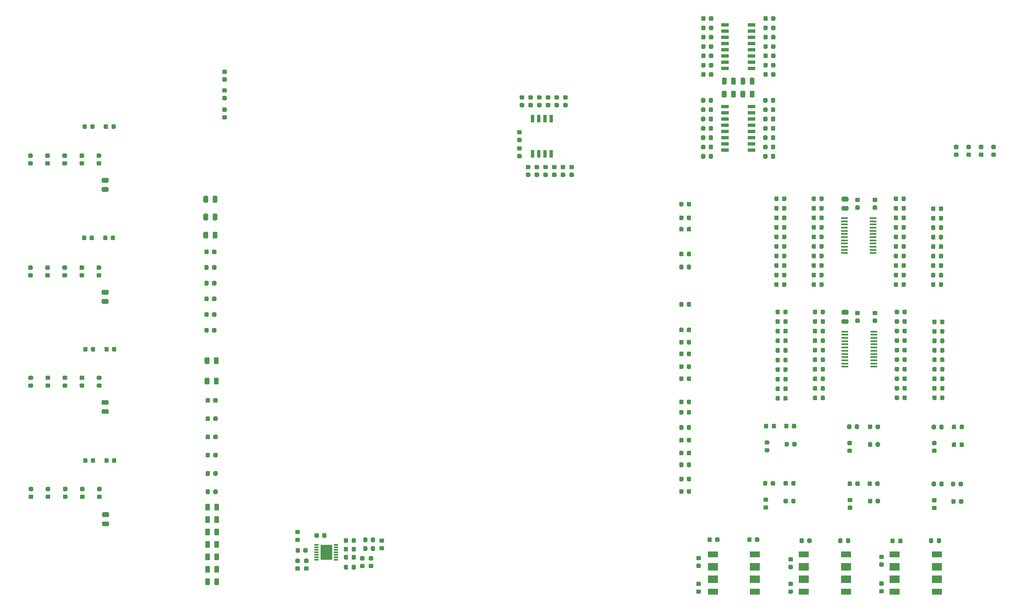
<source format=gbr>
G04 #@! TF.GenerationSoftware,KiCad,Pcbnew,(5.1.6)-1*
G04 #@! TF.CreationDate,2020-06-29T15:16:25-04:00*
G04 #@! TF.ProjectId,Pufferfish-Controller-1,50756666-6572-4666-9973-682d436f6e74,rev?*
G04 #@! TF.SameCoordinates,Original*
G04 #@! TF.FileFunction,Paste,Bot*
G04 #@! TF.FilePolarity,Positive*
%FSLAX46Y46*%
G04 Gerber Fmt 4.6, Leading zero omitted, Abs format (unit mm)*
G04 Created by KiCad (PCBNEW (5.1.6)-1) date 2020-06-29 15:16:25*
%MOMM*%
%LPD*%
G01*
G04 APERTURE LIST*
%ADD10R,2.413000X3.099999*%
%ADD11R,0.850000X0.300000*%
%ADD12R,1.475000X0.450000*%
%ADD13R,0.650000X1.650000*%
%ADD14R,1.525000X0.650000*%
%ADD15R,2.000000X1.170000*%
%ADD16R,2.000000X1.520000*%
G04 APERTURE END LIST*
G36*
G01*
X167812000Y-234190250D02*
X167812000Y-233677750D01*
G75*
G02*
X168030750Y-233459000I218750J0D01*
G01*
X168468250Y-233459000D01*
G75*
G02*
X168687000Y-233677750I0J-218750D01*
G01*
X168687000Y-234190250D01*
G75*
G02*
X168468250Y-234409000I-218750J0D01*
G01*
X168030750Y-234409000D01*
G75*
G02*
X167812000Y-234190250I0J218750D01*
G01*
G37*
G36*
G01*
X169387000Y-234190250D02*
X169387000Y-233677750D01*
G75*
G02*
X169605750Y-233459000I218750J0D01*
G01*
X170043250Y-233459000D01*
G75*
G02*
X170262000Y-233677750I0J-218750D01*
G01*
X170262000Y-234190250D01*
G75*
G02*
X170043250Y-234409000I-218750J0D01*
G01*
X169605750Y-234409000D01*
G75*
G02*
X169387000Y-234190250I0J218750D01*
G01*
G37*
G36*
G01*
X169514000Y-211457250D02*
X169514000Y-210944750D01*
G75*
G02*
X169732750Y-210726000I218750J0D01*
G01*
X170170250Y-210726000D01*
G75*
G02*
X170389000Y-210944750I0J-218750D01*
G01*
X170389000Y-211457250D01*
G75*
G02*
X170170250Y-211676000I-218750J0D01*
G01*
X169732750Y-211676000D01*
G75*
G02*
X169514000Y-211457250I0J218750D01*
G01*
G37*
G36*
G01*
X167939000Y-211457250D02*
X167939000Y-210944750D01*
G75*
G02*
X168157750Y-210726000I218750J0D01*
G01*
X168595250Y-210726000D01*
G75*
G02*
X168814000Y-210944750I0J-218750D01*
G01*
X168814000Y-211457250D01*
G75*
G02*
X168595250Y-211676000I-218750J0D01*
G01*
X168157750Y-211676000D01*
G75*
G02*
X167939000Y-211457250I0J218750D01*
G01*
G37*
G36*
G01*
X164496000Y-210944750D02*
X164496000Y-211457250D01*
G75*
G02*
X164277250Y-211676000I-218750J0D01*
G01*
X163839750Y-211676000D01*
G75*
G02*
X163621000Y-211457250I0J218750D01*
G01*
X163621000Y-210944750D01*
G75*
G02*
X163839750Y-210726000I218750J0D01*
G01*
X164277250Y-210726000D01*
G75*
G02*
X164496000Y-210944750I0J-218750D01*
G01*
G37*
G36*
G01*
X166071000Y-210944750D02*
X166071000Y-211457250D01*
G75*
G02*
X165852250Y-211676000I-218750J0D01*
G01*
X165414750Y-211676000D01*
G75*
G02*
X165196000Y-211457250I0J218750D01*
G01*
X165196000Y-210944750D01*
G75*
G02*
X165414750Y-210726000I218750J0D01*
G01*
X165852250Y-210726000D01*
G75*
G02*
X166071000Y-210944750I0J-218750D01*
G01*
G37*
G36*
G01*
X164369000Y-233677750D02*
X164369000Y-234190250D01*
G75*
G02*
X164150250Y-234409000I-218750J0D01*
G01*
X163712750Y-234409000D01*
G75*
G02*
X163494000Y-234190250I0J218750D01*
G01*
X163494000Y-233677750D01*
G75*
G02*
X163712750Y-233459000I218750J0D01*
G01*
X164150250Y-233459000D01*
G75*
G02*
X164369000Y-233677750I0J-218750D01*
G01*
G37*
G36*
G01*
X165944000Y-233677750D02*
X165944000Y-234190250D01*
G75*
G02*
X165725250Y-234409000I-218750J0D01*
G01*
X165287750Y-234409000D01*
G75*
G02*
X165069000Y-234190250I0J218750D01*
G01*
X165069000Y-233677750D01*
G75*
G02*
X165287750Y-233459000I218750J0D01*
G01*
X165725250Y-233459000D01*
G75*
G02*
X165944000Y-233677750I0J-218750D01*
G01*
G37*
G36*
G01*
X169641000Y-256923250D02*
X169641000Y-256410750D01*
G75*
G02*
X169859750Y-256192000I218750J0D01*
G01*
X170297250Y-256192000D01*
G75*
G02*
X170516000Y-256410750I0J-218750D01*
G01*
X170516000Y-256923250D01*
G75*
G02*
X170297250Y-257142000I-218750J0D01*
G01*
X169859750Y-257142000D01*
G75*
G02*
X169641000Y-256923250I0J218750D01*
G01*
G37*
G36*
G01*
X168066000Y-256923250D02*
X168066000Y-256410750D01*
G75*
G02*
X168284750Y-256192000I218750J0D01*
G01*
X168722250Y-256192000D01*
G75*
G02*
X168941000Y-256410750I0J-218750D01*
G01*
X168941000Y-256923250D01*
G75*
G02*
X168722250Y-257142000I-218750J0D01*
G01*
X168284750Y-257142000D01*
G75*
G02*
X168066000Y-256923250I0J218750D01*
G01*
G37*
G36*
G01*
X164623000Y-256410750D02*
X164623000Y-256923250D01*
G75*
G02*
X164404250Y-257142000I-218750J0D01*
G01*
X163966750Y-257142000D01*
G75*
G02*
X163748000Y-256923250I0J218750D01*
G01*
X163748000Y-256410750D01*
G75*
G02*
X163966750Y-256192000I218750J0D01*
G01*
X164404250Y-256192000D01*
G75*
G02*
X164623000Y-256410750I0J-218750D01*
G01*
G37*
G36*
G01*
X166198000Y-256410750D02*
X166198000Y-256923250D01*
G75*
G02*
X165979250Y-257142000I-218750J0D01*
G01*
X165541750Y-257142000D01*
G75*
G02*
X165323000Y-256923250I0J218750D01*
G01*
X165323000Y-256410750D01*
G75*
G02*
X165541750Y-256192000I218750J0D01*
G01*
X165979250Y-256192000D01*
G75*
G02*
X166198000Y-256410750I0J-218750D01*
G01*
G37*
G36*
G01*
X169641000Y-279656250D02*
X169641000Y-279143750D01*
G75*
G02*
X169859750Y-278925000I218750J0D01*
G01*
X170297250Y-278925000D01*
G75*
G02*
X170516000Y-279143750I0J-218750D01*
G01*
X170516000Y-279656250D01*
G75*
G02*
X170297250Y-279875000I-218750J0D01*
G01*
X169859750Y-279875000D01*
G75*
G02*
X169641000Y-279656250I0J218750D01*
G01*
G37*
G36*
G01*
X168066000Y-279656250D02*
X168066000Y-279143750D01*
G75*
G02*
X168284750Y-278925000I218750J0D01*
G01*
X168722250Y-278925000D01*
G75*
G02*
X168941000Y-279143750I0J-218750D01*
G01*
X168941000Y-279656250D01*
G75*
G02*
X168722250Y-279875000I-218750J0D01*
G01*
X168284750Y-279875000D01*
G75*
G02*
X168066000Y-279656250I0J218750D01*
G01*
G37*
G36*
G01*
X164623000Y-279143750D02*
X164623000Y-279656250D01*
G75*
G02*
X164404250Y-279875000I-218750J0D01*
G01*
X163966750Y-279875000D01*
G75*
G02*
X163748000Y-279656250I0J218750D01*
G01*
X163748000Y-279143750D01*
G75*
G02*
X163966750Y-278925000I218750J0D01*
G01*
X164404250Y-278925000D01*
G75*
G02*
X164623000Y-279143750I0J-218750D01*
G01*
G37*
G36*
G01*
X166198000Y-279143750D02*
X166198000Y-279656250D01*
G75*
G02*
X165979250Y-279875000I-218750J0D01*
G01*
X165541750Y-279875000D01*
G75*
G02*
X165323000Y-279656250I0J218750D01*
G01*
X165323000Y-279143750D01*
G75*
G02*
X165541750Y-278925000I218750J0D01*
G01*
X165979250Y-278925000D01*
G75*
G02*
X166198000Y-279143750I0J-218750D01*
G01*
G37*
D10*
X213360000Y-298120000D03*
D11*
X211410000Y-296620000D03*
X211410000Y-297120000D03*
X211410000Y-297620000D03*
X211410000Y-298120000D03*
X211410000Y-298620000D03*
X211410000Y-299120000D03*
X211410000Y-299620000D03*
X215310000Y-299620000D03*
X215310000Y-299120000D03*
X215310000Y-298620000D03*
X215310000Y-298120000D03*
X215310000Y-297620000D03*
X215310000Y-297120000D03*
X215310000Y-296620000D03*
D12*
X325150000Y-253067000D03*
X325150000Y-253717000D03*
X325150000Y-254367000D03*
X325150000Y-255017000D03*
X325150000Y-255667000D03*
X325150000Y-256317000D03*
X325150000Y-256967000D03*
X325150000Y-257617000D03*
X325150000Y-258267000D03*
X325150000Y-258917000D03*
X325150000Y-259567000D03*
X325150000Y-260217000D03*
X319274000Y-260217000D03*
X319274000Y-259567000D03*
X319274000Y-258917000D03*
X319274000Y-258267000D03*
X319274000Y-257617000D03*
X319274000Y-256967000D03*
X319274000Y-256317000D03*
X319274000Y-255667000D03*
X319274000Y-255017000D03*
X319274000Y-254367000D03*
X319274000Y-253717000D03*
X319274000Y-253067000D03*
X325023000Y-229876000D03*
X325023000Y-230526000D03*
X325023000Y-231176000D03*
X325023000Y-231826000D03*
X325023000Y-232476000D03*
X325023000Y-233126000D03*
X325023000Y-233776000D03*
X325023000Y-234426000D03*
X325023000Y-235076000D03*
X325023000Y-235726000D03*
X325023000Y-236376000D03*
X325023000Y-237026000D03*
X319147000Y-237026000D03*
X319147000Y-236376000D03*
X319147000Y-235726000D03*
X319147000Y-235076000D03*
X319147000Y-234426000D03*
X319147000Y-233776000D03*
X319147000Y-233126000D03*
X319147000Y-232476000D03*
X319147000Y-231826000D03*
X319147000Y-231176000D03*
X319147000Y-230526000D03*
X319147000Y-229876000D03*
D13*
X255448000Y-216744000D03*
X256718000Y-216744000D03*
X257988000Y-216744000D03*
X259258000Y-216744000D03*
X259258000Y-209544000D03*
X257988000Y-209544000D03*
X256718000Y-209544000D03*
X255448000Y-209544000D03*
D14*
X294773000Y-199291000D03*
X294773000Y-198021000D03*
X294773000Y-196751000D03*
X294773000Y-195481000D03*
X294773000Y-194211000D03*
X294773000Y-192941000D03*
X294773000Y-191671000D03*
X294773000Y-190401000D03*
X300197000Y-190401000D03*
X300197000Y-191671000D03*
X300197000Y-192941000D03*
X300197000Y-194211000D03*
X300197000Y-195481000D03*
X300197000Y-196751000D03*
X300197000Y-198021000D03*
X300197000Y-199291000D03*
X300161000Y-216009000D03*
X300161000Y-214739000D03*
X300161000Y-213469000D03*
X300161000Y-212199000D03*
X300161000Y-210929000D03*
X300161000Y-209659000D03*
X300161000Y-208389000D03*
X300161000Y-207119000D03*
X294737000Y-207119000D03*
X294737000Y-208389000D03*
X294737000Y-209659000D03*
X294737000Y-210929000D03*
X294737000Y-212199000D03*
X294737000Y-213469000D03*
X294737000Y-214739000D03*
X294737000Y-216009000D03*
G36*
G01*
X349874250Y-215804000D02*
X349361750Y-215804000D01*
G75*
G02*
X349143000Y-215585250I0J218750D01*
G01*
X349143000Y-215147750D01*
G75*
G02*
X349361750Y-214929000I218750J0D01*
G01*
X349874250Y-214929000D01*
G75*
G02*
X350093000Y-215147750I0J-218750D01*
G01*
X350093000Y-215585250D01*
G75*
G02*
X349874250Y-215804000I-218750J0D01*
G01*
G37*
G36*
G01*
X349874250Y-217379000D02*
X349361750Y-217379000D01*
G75*
G02*
X349143000Y-217160250I0J218750D01*
G01*
X349143000Y-216722750D01*
G75*
G02*
X349361750Y-216504000I218750J0D01*
G01*
X349874250Y-216504000D01*
G75*
G02*
X350093000Y-216722750I0J-218750D01*
G01*
X350093000Y-217160250D01*
G75*
G02*
X349874250Y-217379000I-218750J0D01*
G01*
G37*
G36*
G01*
X347334250Y-215804000D02*
X346821750Y-215804000D01*
G75*
G02*
X346603000Y-215585250I0J218750D01*
G01*
X346603000Y-215147750D01*
G75*
G02*
X346821750Y-214929000I218750J0D01*
G01*
X347334250Y-214929000D01*
G75*
G02*
X347553000Y-215147750I0J-218750D01*
G01*
X347553000Y-215585250D01*
G75*
G02*
X347334250Y-215804000I-218750J0D01*
G01*
G37*
G36*
G01*
X347334250Y-217379000D02*
X346821750Y-217379000D01*
G75*
G02*
X346603000Y-217160250I0J218750D01*
G01*
X346603000Y-216722750D01*
G75*
G02*
X346821750Y-216504000I218750J0D01*
G01*
X347334250Y-216504000D01*
G75*
G02*
X347553000Y-216722750I0J-218750D01*
G01*
X347553000Y-217160250D01*
G75*
G02*
X347334250Y-217379000I-218750J0D01*
G01*
G37*
G36*
G01*
X344794250Y-215804000D02*
X344281750Y-215804000D01*
G75*
G02*
X344063000Y-215585250I0J218750D01*
G01*
X344063000Y-215147750D01*
G75*
G02*
X344281750Y-214929000I218750J0D01*
G01*
X344794250Y-214929000D01*
G75*
G02*
X345013000Y-215147750I0J-218750D01*
G01*
X345013000Y-215585250D01*
G75*
G02*
X344794250Y-215804000I-218750J0D01*
G01*
G37*
G36*
G01*
X344794250Y-217379000D02*
X344281750Y-217379000D01*
G75*
G02*
X344063000Y-217160250I0J218750D01*
G01*
X344063000Y-216722750D01*
G75*
G02*
X344281750Y-216504000I218750J0D01*
G01*
X344794250Y-216504000D01*
G75*
G02*
X345013000Y-216722750I0J-218750D01*
G01*
X345013000Y-217160250D01*
G75*
G02*
X344794250Y-217379000I-218750J0D01*
G01*
G37*
G36*
G01*
X342254250Y-215804000D02*
X341741750Y-215804000D01*
G75*
G02*
X341523000Y-215585250I0J218750D01*
G01*
X341523000Y-215147750D01*
G75*
G02*
X341741750Y-214929000I218750J0D01*
G01*
X342254250Y-214929000D01*
G75*
G02*
X342473000Y-215147750I0J-218750D01*
G01*
X342473000Y-215585250D01*
G75*
G02*
X342254250Y-215804000I-218750J0D01*
G01*
G37*
G36*
G01*
X342254250Y-217379000D02*
X341741750Y-217379000D01*
G75*
G02*
X341523000Y-217160250I0J218750D01*
G01*
X341523000Y-216722750D01*
G75*
G02*
X341741750Y-216504000I218750J0D01*
G01*
X342254250Y-216504000D01*
G75*
G02*
X342473000Y-216722750I0J-218750D01*
G01*
X342473000Y-217160250D01*
G75*
G02*
X342254250Y-217379000I-218750J0D01*
G01*
G37*
G36*
G01*
X286289000Y-252473750D02*
X286289000Y-252986250D01*
G75*
G02*
X286070250Y-253205000I-218750J0D01*
G01*
X285632750Y-253205000D01*
G75*
G02*
X285414000Y-252986250I0J218750D01*
G01*
X285414000Y-252473750D01*
G75*
G02*
X285632750Y-252255000I218750J0D01*
G01*
X286070250Y-252255000D01*
G75*
G02*
X286289000Y-252473750I0J-218750D01*
G01*
G37*
G36*
G01*
X287864000Y-252473750D02*
X287864000Y-252986250D01*
G75*
G02*
X287645250Y-253205000I-218750J0D01*
G01*
X287207750Y-253205000D01*
G75*
G02*
X286989000Y-252986250I0J218750D01*
G01*
X286989000Y-252473750D01*
G75*
G02*
X287207750Y-252255000I218750J0D01*
G01*
X287645250Y-252255000D01*
G75*
G02*
X287864000Y-252473750I0J-218750D01*
G01*
G37*
G36*
G01*
X286289000Y-247241750D02*
X286289000Y-247754250D01*
G75*
G02*
X286070250Y-247973000I-218750J0D01*
G01*
X285632750Y-247973000D01*
G75*
G02*
X285414000Y-247754250I0J218750D01*
G01*
X285414000Y-247241750D01*
G75*
G02*
X285632750Y-247023000I218750J0D01*
G01*
X286070250Y-247023000D01*
G75*
G02*
X286289000Y-247241750I0J-218750D01*
G01*
G37*
G36*
G01*
X287864000Y-247241750D02*
X287864000Y-247754250D01*
G75*
G02*
X287645250Y-247973000I-218750J0D01*
G01*
X287207750Y-247973000D01*
G75*
G02*
X286989000Y-247754250I0J218750D01*
G01*
X286989000Y-247241750D01*
G75*
G02*
X287207750Y-247023000I218750J0D01*
G01*
X287645250Y-247023000D01*
G75*
G02*
X287864000Y-247241750I0J-218750D01*
G01*
G37*
G36*
G01*
X286289000Y-239621750D02*
X286289000Y-240134250D01*
G75*
G02*
X286070250Y-240353000I-218750J0D01*
G01*
X285632750Y-240353000D01*
G75*
G02*
X285414000Y-240134250I0J218750D01*
G01*
X285414000Y-239621750D01*
G75*
G02*
X285632750Y-239403000I218750J0D01*
G01*
X286070250Y-239403000D01*
G75*
G02*
X286289000Y-239621750I0J-218750D01*
G01*
G37*
G36*
G01*
X287864000Y-239621750D02*
X287864000Y-240134250D01*
G75*
G02*
X287645250Y-240353000I-218750J0D01*
G01*
X287207750Y-240353000D01*
G75*
G02*
X286989000Y-240134250I0J218750D01*
G01*
X286989000Y-239621750D01*
G75*
G02*
X287207750Y-239403000I218750J0D01*
G01*
X287645250Y-239403000D01*
G75*
G02*
X287864000Y-239621750I0J-218750D01*
G01*
G37*
G36*
G01*
X286989000Y-232412250D02*
X286989000Y-231899750D01*
G75*
G02*
X287207750Y-231681000I218750J0D01*
G01*
X287645250Y-231681000D01*
G75*
G02*
X287864000Y-231899750I0J-218750D01*
G01*
X287864000Y-232412250D01*
G75*
G02*
X287645250Y-232631000I-218750J0D01*
G01*
X287207750Y-232631000D01*
G75*
G02*
X286989000Y-232412250I0J218750D01*
G01*
G37*
G36*
G01*
X285414000Y-232412250D02*
X285414000Y-231899750D01*
G75*
G02*
X285632750Y-231681000I218750J0D01*
G01*
X286070250Y-231681000D01*
G75*
G02*
X286289000Y-231899750I0J-218750D01*
G01*
X286289000Y-232412250D01*
G75*
G02*
X286070250Y-232631000I-218750J0D01*
G01*
X285632750Y-232631000D01*
G75*
G02*
X285414000Y-232412250I0J218750D01*
G01*
G37*
G36*
G01*
X307549000Y-252713750D02*
X307549000Y-253226250D01*
G75*
G02*
X307330250Y-253445000I-218750J0D01*
G01*
X306892750Y-253445000D01*
G75*
G02*
X306674000Y-253226250I0J218750D01*
G01*
X306674000Y-252713750D01*
G75*
G02*
X306892750Y-252495000I218750J0D01*
G01*
X307330250Y-252495000D01*
G75*
G02*
X307549000Y-252713750I0J-218750D01*
G01*
G37*
G36*
G01*
X305974000Y-252713750D02*
X305974000Y-253226250D01*
G75*
G02*
X305755250Y-253445000I-218750J0D01*
G01*
X305317750Y-253445000D01*
G75*
G02*
X305099000Y-253226250I0J218750D01*
G01*
X305099000Y-252713750D01*
G75*
G02*
X305317750Y-252495000I218750J0D01*
G01*
X305755250Y-252495000D01*
G75*
G02*
X305974000Y-252713750I0J-218750D01*
G01*
G37*
G36*
G01*
X306674000Y-255187250D02*
X306674000Y-254674750D01*
G75*
G02*
X306892750Y-254456000I218750J0D01*
G01*
X307330250Y-254456000D01*
G75*
G02*
X307549000Y-254674750I0J-218750D01*
G01*
X307549000Y-255187250D01*
G75*
G02*
X307330250Y-255406000I-218750J0D01*
G01*
X306892750Y-255406000D01*
G75*
G02*
X306674000Y-255187250I0J218750D01*
G01*
G37*
G36*
G01*
X305099000Y-255187250D02*
X305099000Y-254674750D01*
G75*
G02*
X305317750Y-254456000I218750J0D01*
G01*
X305755250Y-254456000D01*
G75*
G02*
X305974000Y-254674750I0J-218750D01*
G01*
X305974000Y-255187250D01*
G75*
G02*
X305755250Y-255406000I-218750J0D01*
G01*
X305317750Y-255406000D01*
G75*
G02*
X305099000Y-255187250I0J218750D01*
G01*
G37*
G36*
G01*
X307549000Y-256636750D02*
X307549000Y-257149250D01*
G75*
G02*
X307330250Y-257368000I-218750J0D01*
G01*
X306892750Y-257368000D01*
G75*
G02*
X306674000Y-257149250I0J218750D01*
G01*
X306674000Y-256636750D01*
G75*
G02*
X306892750Y-256418000I218750J0D01*
G01*
X307330250Y-256418000D01*
G75*
G02*
X307549000Y-256636750I0J-218750D01*
G01*
G37*
G36*
G01*
X305974000Y-256636750D02*
X305974000Y-257149250D01*
G75*
G02*
X305755250Y-257368000I-218750J0D01*
G01*
X305317750Y-257368000D01*
G75*
G02*
X305099000Y-257149250I0J218750D01*
G01*
X305099000Y-256636750D01*
G75*
G02*
X305317750Y-256418000I218750J0D01*
G01*
X305755250Y-256418000D01*
G75*
G02*
X305974000Y-256636750I0J-218750D01*
G01*
G37*
G36*
G01*
X306674000Y-259110250D02*
X306674000Y-258597750D01*
G75*
G02*
X306892750Y-258379000I218750J0D01*
G01*
X307330250Y-258379000D01*
G75*
G02*
X307549000Y-258597750I0J-218750D01*
G01*
X307549000Y-259110250D01*
G75*
G02*
X307330250Y-259329000I-218750J0D01*
G01*
X306892750Y-259329000D01*
G75*
G02*
X306674000Y-259110250I0J218750D01*
G01*
G37*
G36*
G01*
X305099000Y-259110250D02*
X305099000Y-258597750D01*
G75*
G02*
X305317750Y-258379000I218750J0D01*
G01*
X305755250Y-258379000D01*
G75*
G02*
X305974000Y-258597750I0J-218750D01*
G01*
X305974000Y-259110250D01*
G75*
G02*
X305755250Y-259329000I-218750J0D01*
G01*
X305317750Y-259329000D01*
G75*
G02*
X305099000Y-259110250I0J218750D01*
G01*
G37*
G36*
G01*
X305974000Y-260559750D02*
X305974000Y-261072250D01*
G75*
G02*
X305755250Y-261291000I-218750J0D01*
G01*
X305317750Y-261291000D01*
G75*
G02*
X305099000Y-261072250I0J218750D01*
G01*
X305099000Y-260559750D01*
G75*
G02*
X305317750Y-260341000I218750J0D01*
G01*
X305755250Y-260341000D01*
G75*
G02*
X305974000Y-260559750I0J-218750D01*
G01*
G37*
G36*
G01*
X307549000Y-260559750D02*
X307549000Y-261072250D01*
G75*
G02*
X307330250Y-261291000I-218750J0D01*
G01*
X306892750Y-261291000D01*
G75*
G02*
X306674000Y-261072250I0J218750D01*
G01*
X306674000Y-260559750D01*
G75*
G02*
X306892750Y-260341000I218750J0D01*
G01*
X307330250Y-260341000D01*
G75*
G02*
X307549000Y-260559750I0J-218750D01*
G01*
G37*
G36*
G01*
X306674000Y-263033250D02*
X306674000Y-262520750D01*
G75*
G02*
X306892750Y-262302000I218750J0D01*
G01*
X307330250Y-262302000D01*
G75*
G02*
X307549000Y-262520750I0J-218750D01*
G01*
X307549000Y-263033250D01*
G75*
G02*
X307330250Y-263252000I-218750J0D01*
G01*
X306892750Y-263252000D01*
G75*
G02*
X306674000Y-263033250I0J218750D01*
G01*
G37*
G36*
G01*
X305099000Y-263033250D02*
X305099000Y-262520750D01*
G75*
G02*
X305317750Y-262302000I218750J0D01*
G01*
X305755250Y-262302000D01*
G75*
G02*
X305974000Y-262520750I0J-218750D01*
G01*
X305974000Y-263033250D01*
G75*
G02*
X305755250Y-263252000I-218750J0D01*
G01*
X305317750Y-263252000D01*
G75*
G02*
X305099000Y-263033250I0J218750D01*
G01*
G37*
G36*
G01*
X305974000Y-264482750D02*
X305974000Y-264995250D01*
G75*
G02*
X305755250Y-265214000I-218750J0D01*
G01*
X305317750Y-265214000D01*
G75*
G02*
X305099000Y-264995250I0J218750D01*
G01*
X305099000Y-264482750D01*
G75*
G02*
X305317750Y-264264000I218750J0D01*
G01*
X305755250Y-264264000D01*
G75*
G02*
X305974000Y-264482750I0J-218750D01*
G01*
G37*
G36*
G01*
X307549000Y-264482750D02*
X307549000Y-264995250D01*
G75*
G02*
X307330250Y-265214000I-218750J0D01*
G01*
X306892750Y-265214000D01*
G75*
G02*
X306674000Y-264995250I0J218750D01*
G01*
X306674000Y-264482750D01*
G75*
G02*
X306892750Y-264264000I218750J0D01*
G01*
X307330250Y-264264000D01*
G75*
G02*
X307549000Y-264482750I0J-218750D01*
G01*
G37*
G36*
G01*
X306674000Y-266956250D02*
X306674000Y-266443750D01*
G75*
G02*
X306892750Y-266225000I218750J0D01*
G01*
X307330250Y-266225000D01*
G75*
G02*
X307549000Y-266443750I0J-218750D01*
G01*
X307549000Y-266956250D01*
G75*
G02*
X307330250Y-267175000I-218750J0D01*
G01*
X306892750Y-267175000D01*
G75*
G02*
X306674000Y-266956250I0J218750D01*
G01*
G37*
G36*
G01*
X305099000Y-266956250D02*
X305099000Y-266443750D01*
G75*
G02*
X305317750Y-266225000I218750J0D01*
G01*
X305755250Y-266225000D01*
G75*
G02*
X305974000Y-266443750I0J-218750D01*
G01*
X305974000Y-266956250D01*
G75*
G02*
X305755250Y-267175000I-218750J0D01*
G01*
X305317750Y-267175000D01*
G75*
G02*
X305099000Y-266956250I0J218750D01*
G01*
G37*
G36*
G01*
X338678000Y-266829250D02*
X338678000Y-266316750D01*
G75*
G02*
X338896750Y-266098000I218750J0D01*
G01*
X339334250Y-266098000D01*
G75*
G02*
X339553000Y-266316750I0J-218750D01*
G01*
X339553000Y-266829250D01*
G75*
G02*
X339334250Y-267048000I-218750J0D01*
G01*
X338896750Y-267048000D01*
G75*
G02*
X338678000Y-266829250I0J218750D01*
G01*
G37*
G36*
G01*
X337103000Y-266829250D02*
X337103000Y-266316750D01*
G75*
G02*
X337321750Y-266098000I218750J0D01*
G01*
X337759250Y-266098000D01*
G75*
G02*
X337978000Y-266316750I0J-218750D01*
G01*
X337978000Y-266829250D01*
G75*
G02*
X337759250Y-267048000I-218750J0D01*
G01*
X337321750Y-267048000D01*
G75*
G02*
X337103000Y-266829250I0J218750D01*
G01*
G37*
G36*
G01*
X337978000Y-264379750D02*
X337978000Y-264892250D01*
G75*
G02*
X337759250Y-265111000I-218750J0D01*
G01*
X337321750Y-265111000D01*
G75*
G02*
X337103000Y-264892250I0J218750D01*
G01*
X337103000Y-264379750D01*
G75*
G02*
X337321750Y-264161000I218750J0D01*
G01*
X337759250Y-264161000D01*
G75*
G02*
X337978000Y-264379750I0J-218750D01*
G01*
G37*
G36*
G01*
X339553000Y-264379750D02*
X339553000Y-264892250D01*
G75*
G02*
X339334250Y-265111000I-218750J0D01*
G01*
X338896750Y-265111000D01*
G75*
G02*
X338678000Y-264892250I0J218750D01*
G01*
X338678000Y-264379750D01*
G75*
G02*
X338896750Y-264161000I218750J0D01*
G01*
X339334250Y-264161000D01*
G75*
G02*
X339553000Y-264379750I0J-218750D01*
G01*
G37*
G36*
G01*
X338678000Y-262956250D02*
X338678000Y-262443750D01*
G75*
G02*
X338896750Y-262225000I218750J0D01*
G01*
X339334250Y-262225000D01*
G75*
G02*
X339553000Y-262443750I0J-218750D01*
G01*
X339553000Y-262956250D01*
G75*
G02*
X339334250Y-263175000I-218750J0D01*
G01*
X338896750Y-263175000D01*
G75*
G02*
X338678000Y-262956250I0J218750D01*
G01*
G37*
G36*
G01*
X337103000Y-262956250D02*
X337103000Y-262443750D01*
G75*
G02*
X337321750Y-262225000I218750J0D01*
G01*
X337759250Y-262225000D01*
G75*
G02*
X337978000Y-262443750I0J-218750D01*
G01*
X337978000Y-262956250D01*
G75*
G02*
X337759250Y-263175000I-218750J0D01*
G01*
X337321750Y-263175000D01*
G75*
G02*
X337103000Y-262956250I0J218750D01*
G01*
G37*
G36*
G01*
X337978000Y-260506750D02*
X337978000Y-261019250D01*
G75*
G02*
X337759250Y-261238000I-218750J0D01*
G01*
X337321750Y-261238000D01*
G75*
G02*
X337103000Y-261019250I0J218750D01*
G01*
X337103000Y-260506750D01*
G75*
G02*
X337321750Y-260288000I218750J0D01*
G01*
X337759250Y-260288000D01*
G75*
G02*
X337978000Y-260506750I0J-218750D01*
G01*
G37*
G36*
G01*
X339553000Y-260506750D02*
X339553000Y-261019250D01*
G75*
G02*
X339334250Y-261238000I-218750J0D01*
G01*
X338896750Y-261238000D01*
G75*
G02*
X338678000Y-261019250I0J218750D01*
G01*
X338678000Y-260506750D01*
G75*
G02*
X338896750Y-260288000I218750J0D01*
G01*
X339334250Y-260288000D01*
G75*
G02*
X339553000Y-260506750I0J-218750D01*
G01*
G37*
G36*
G01*
X338678000Y-259082250D02*
X338678000Y-258569750D01*
G75*
G02*
X338896750Y-258351000I218750J0D01*
G01*
X339334250Y-258351000D01*
G75*
G02*
X339553000Y-258569750I0J-218750D01*
G01*
X339553000Y-259082250D01*
G75*
G02*
X339334250Y-259301000I-218750J0D01*
G01*
X338896750Y-259301000D01*
G75*
G02*
X338678000Y-259082250I0J218750D01*
G01*
G37*
G36*
G01*
X337103000Y-259082250D02*
X337103000Y-258569750D01*
G75*
G02*
X337321750Y-258351000I218750J0D01*
G01*
X337759250Y-258351000D01*
G75*
G02*
X337978000Y-258569750I0J-218750D01*
G01*
X337978000Y-259082250D01*
G75*
G02*
X337759250Y-259301000I-218750J0D01*
G01*
X337321750Y-259301000D01*
G75*
G02*
X337103000Y-259082250I0J218750D01*
G01*
G37*
G36*
G01*
X337978000Y-256632750D02*
X337978000Y-257145250D01*
G75*
G02*
X337759250Y-257364000I-218750J0D01*
G01*
X337321750Y-257364000D01*
G75*
G02*
X337103000Y-257145250I0J218750D01*
G01*
X337103000Y-256632750D01*
G75*
G02*
X337321750Y-256414000I218750J0D01*
G01*
X337759250Y-256414000D01*
G75*
G02*
X337978000Y-256632750I0J-218750D01*
G01*
G37*
G36*
G01*
X339553000Y-256632750D02*
X339553000Y-257145250D01*
G75*
G02*
X339334250Y-257364000I-218750J0D01*
G01*
X338896750Y-257364000D01*
G75*
G02*
X338678000Y-257145250I0J218750D01*
G01*
X338678000Y-256632750D01*
G75*
G02*
X338896750Y-256414000I218750J0D01*
G01*
X339334250Y-256414000D01*
G75*
G02*
X339553000Y-256632750I0J-218750D01*
G01*
G37*
G36*
G01*
X337978000Y-254695750D02*
X337978000Y-255208250D01*
G75*
G02*
X337759250Y-255427000I-218750J0D01*
G01*
X337321750Y-255427000D01*
G75*
G02*
X337103000Y-255208250I0J218750D01*
G01*
X337103000Y-254695750D01*
G75*
G02*
X337321750Y-254477000I218750J0D01*
G01*
X337759250Y-254477000D01*
G75*
G02*
X337978000Y-254695750I0J-218750D01*
G01*
G37*
G36*
G01*
X339553000Y-254695750D02*
X339553000Y-255208250D01*
G75*
G02*
X339334250Y-255427000I-218750J0D01*
G01*
X338896750Y-255427000D01*
G75*
G02*
X338678000Y-255208250I0J218750D01*
G01*
X338678000Y-254695750D01*
G75*
G02*
X338896750Y-254477000I218750J0D01*
G01*
X339334250Y-254477000D01*
G75*
G02*
X339553000Y-254695750I0J-218750D01*
G01*
G37*
G36*
G01*
X337978000Y-252759750D02*
X337978000Y-253272250D01*
G75*
G02*
X337759250Y-253491000I-218750J0D01*
G01*
X337321750Y-253491000D01*
G75*
G02*
X337103000Y-253272250I0J218750D01*
G01*
X337103000Y-252759750D01*
G75*
G02*
X337321750Y-252541000I218750J0D01*
G01*
X337759250Y-252541000D01*
G75*
G02*
X337978000Y-252759750I0J-218750D01*
G01*
G37*
G36*
G01*
X339553000Y-252759750D02*
X339553000Y-253272250D01*
G75*
G02*
X339334250Y-253491000I-218750J0D01*
G01*
X338896750Y-253491000D01*
G75*
G02*
X338678000Y-253272250I0J218750D01*
G01*
X338678000Y-252759750D01*
G75*
G02*
X338896750Y-252541000I218750J0D01*
G01*
X339334250Y-252541000D01*
G75*
G02*
X339553000Y-252759750I0J-218750D01*
G01*
G37*
G36*
G01*
X306674000Y-251264250D02*
X306674000Y-250751750D01*
G75*
G02*
X306892750Y-250533000I218750J0D01*
G01*
X307330250Y-250533000D01*
G75*
G02*
X307549000Y-250751750I0J-218750D01*
G01*
X307549000Y-251264250D01*
G75*
G02*
X307330250Y-251483000I-218750J0D01*
G01*
X306892750Y-251483000D01*
G75*
G02*
X306674000Y-251264250I0J218750D01*
G01*
G37*
G36*
G01*
X305099000Y-251264250D02*
X305099000Y-250751750D01*
G75*
G02*
X305317750Y-250533000I218750J0D01*
G01*
X305755250Y-250533000D01*
G75*
G02*
X305974000Y-250751750I0J-218750D01*
G01*
X305974000Y-251264250D01*
G75*
G02*
X305755250Y-251483000I-218750J0D01*
G01*
X305317750Y-251483000D01*
G75*
G02*
X305099000Y-251264250I0J218750D01*
G01*
G37*
G36*
G01*
X306674000Y-249303250D02*
X306674000Y-248790750D01*
G75*
G02*
X306892750Y-248572000I218750J0D01*
G01*
X307330250Y-248572000D01*
G75*
G02*
X307549000Y-248790750I0J-218750D01*
G01*
X307549000Y-249303250D01*
G75*
G02*
X307330250Y-249522000I-218750J0D01*
G01*
X306892750Y-249522000D01*
G75*
G02*
X306674000Y-249303250I0J218750D01*
G01*
G37*
G36*
G01*
X305099000Y-249303250D02*
X305099000Y-248790750D01*
G75*
G02*
X305317750Y-248572000I218750J0D01*
G01*
X305755250Y-248572000D01*
G75*
G02*
X305974000Y-248790750I0J-218750D01*
G01*
X305974000Y-249303250D01*
G75*
G02*
X305755250Y-249522000I-218750J0D01*
G01*
X305317750Y-249522000D01*
G75*
G02*
X305099000Y-249303250I0J218750D01*
G01*
G37*
G36*
G01*
X337978000Y-250822750D02*
X337978000Y-251335250D01*
G75*
G02*
X337759250Y-251554000I-218750J0D01*
G01*
X337321750Y-251554000D01*
G75*
G02*
X337103000Y-251335250I0J218750D01*
G01*
X337103000Y-250822750D01*
G75*
G02*
X337321750Y-250604000I218750J0D01*
G01*
X337759250Y-250604000D01*
G75*
G02*
X337978000Y-250822750I0J-218750D01*
G01*
G37*
G36*
G01*
X339553000Y-250822750D02*
X339553000Y-251335250D01*
G75*
G02*
X339334250Y-251554000I-218750J0D01*
G01*
X338896750Y-251554000D01*
G75*
G02*
X338678000Y-251335250I0J218750D01*
G01*
X338678000Y-250822750D01*
G75*
G02*
X338896750Y-250604000I218750J0D01*
G01*
X339334250Y-250604000D01*
G75*
G02*
X339553000Y-250822750I0J-218750D01*
G01*
G37*
G36*
G01*
X190518000Y-291908250D02*
X190518000Y-290995750D01*
G75*
G02*
X190761750Y-290752000I243750J0D01*
G01*
X191249250Y-290752000D01*
G75*
G02*
X191493000Y-290995750I0J-243750D01*
G01*
X191493000Y-291908250D01*
G75*
G02*
X191249250Y-292152000I-243750J0D01*
G01*
X190761750Y-292152000D01*
G75*
G02*
X190518000Y-291908250I0J243750D01*
G01*
G37*
G36*
G01*
X188643000Y-291908250D02*
X188643000Y-290995750D01*
G75*
G02*
X188886750Y-290752000I243750J0D01*
G01*
X189374250Y-290752000D01*
G75*
G02*
X189618000Y-290995750I0J-243750D01*
G01*
X189618000Y-291908250D01*
G75*
G02*
X189374250Y-292152000I-243750J0D01*
G01*
X188886750Y-292152000D01*
G75*
G02*
X188643000Y-291908250I0J243750D01*
G01*
G37*
G36*
G01*
X190518000Y-296988250D02*
X190518000Y-296075750D01*
G75*
G02*
X190761750Y-295832000I243750J0D01*
G01*
X191249250Y-295832000D01*
G75*
G02*
X191493000Y-296075750I0J-243750D01*
G01*
X191493000Y-296988250D01*
G75*
G02*
X191249250Y-297232000I-243750J0D01*
G01*
X190761750Y-297232000D01*
G75*
G02*
X190518000Y-296988250I0J243750D01*
G01*
G37*
G36*
G01*
X188643000Y-296988250D02*
X188643000Y-296075750D01*
G75*
G02*
X188886750Y-295832000I243750J0D01*
G01*
X189374250Y-295832000D01*
G75*
G02*
X189618000Y-296075750I0J-243750D01*
G01*
X189618000Y-296988250D01*
G75*
G02*
X189374250Y-297232000I-243750J0D01*
G01*
X188886750Y-297232000D01*
G75*
G02*
X188643000Y-296988250I0J243750D01*
G01*
G37*
G36*
G01*
X190518000Y-302068250D02*
X190518000Y-301155750D01*
G75*
G02*
X190761750Y-300912000I243750J0D01*
G01*
X191249250Y-300912000D01*
G75*
G02*
X191493000Y-301155750I0J-243750D01*
G01*
X191493000Y-302068250D01*
G75*
G02*
X191249250Y-302312000I-243750J0D01*
G01*
X190761750Y-302312000D01*
G75*
G02*
X190518000Y-302068250I0J243750D01*
G01*
G37*
G36*
G01*
X188643000Y-302068250D02*
X188643000Y-301155750D01*
G75*
G02*
X188886750Y-300912000I243750J0D01*
G01*
X189374250Y-300912000D01*
G75*
G02*
X189618000Y-301155750I0J-243750D01*
G01*
X189618000Y-302068250D01*
G75*
G02*
X189374250Y-302312000I-243750J0D01*
G01*
X188886750Y-302312000D01*
G75*
G02*
X188643000Y-302068250I0J243750D01*
G01*
G37*
G36*
G01*
X190518000Y-304608250D02*
X190518000Y-303695750D01*
G75*
G02*
X190761750Y-303452000I243750J0D01*
G01*
X191249250Y-303452000D01*
G75*
G02*
X191493000Y-303695750I0J-243750D01*
G01*
X191493000Y-304608250D01*
G75*
G02*
X191249250Y-304852000I-243750J0D01*
G01*
X190761750Y-304852000D01*
G75*
G02*
X190518000Y-304608250I0J243750D01*
G01*
G37*
G36*
G01*
X188643000Y-304608250D02*
X188643000Y-303695750D01*
G75*
G02*
X188886750Y-303452000I243750J0D01*
G01*
X189374250Y-303452000D01*
G75*
G02*
X189618000Y-303695750I0J-243750D01*
G01*
X189618000Y-304608250D01*
G75*
G02*
X189374250Y-304852000I-243750J0D01*
G01*
X188886750Y-304852000D01*
G75*
G02*
X188643000Y-304608250I0J243750D01*
G01*
G37*
G36*
G01*
X190420000Y-263627250D02*
X190420000Y-262714750D01*
G75*
G02*
X190663750Y-262471000I243750J0D01*
G01*
X191151250Y-262471000D01*
G75*
G02*
X191395000Y-262714750I0J-243750D01*
G01*
X191395000Y-263627250D01*
G75*
G02*
X191151250Y-263871000I-243750J0D01*
G01*
X190663750Y-263871000D01*
G75*
G02*
X190420000Y-263627250I0J243750D01*
G01*
G37*
G36*
G01*
X188545000Y-263627250D02*
X188545000Y-262714750D01*
G75*
G02*
X188788750Y-262471000I243750J0D01*
G01*
X189276250Y-262471000D01*
G75*
G02*
X189520000Y-262714750I0J-243750D01*
G01*
X189520000Y-263627250D01*
G75*
G02*
X189276250Y-263871000I-243750J0D01*
G01*
X188788750Y-263871000D01*
G75*
G02*
X188545000Y-263627250I0J243750D01*
G01*
G37*
G36*
G01*
X190420000Y-259459250D02*
X190420000Y-258546750D01*
G75*
G02*
X190663750Y-258303000I243750J0D01*
G01*
X191151250Y-258303000D01*
G75*
G02*
X191395000Y-258546750I0J-243750D01*
G01*
X191395000Y-259459250D01*
G75*
G02*
X191151250Y-259703000I-243750J0D01*
G01*
X190663750Y-259703000D01*
G75*
G02*
X190420000Y-259459250I0J243750D01*
G01*
G37*
G36*
G01*
X188545000Y-259459250D02*
X188545000Y-258546750D01*
G75*
G02*
X188788750Y-258303000I243750J0D01*
G01*
X189276250Y-258303000D01*
G75*
G02*
X189520000Y-258546750I0J-243750D01*
G01*
X189520000Y-259459250D01*
G75*
G02*
X189276250Y-259703000I-243750J0D01*
G01*
X188788750Y-259703000D01*
G75*
G02*
X188545000Y-259459250I0J243750D01*
G01*
G37*
G36*
G01*
X190166000Y-233818250D02*
X190166000Y-232905750D01*
G75*
G02*
X190409750Y-232662000I243750J0D01*
G01*
X190897250Y-232662000D01*
G75*
G02*
X191141000Y-232905750I0J-243750D01*
G01*
X191141000Y-233818250D01*
G75*
G02*
X190897250Y-234062000I-243750J0D01*
G01*
X190409750Y-234062000D01*
G75*
G02*
X190166000Y-233818250I0J243750D01*
G01*
G37*
G36*
G01*
X188291000Y-233818250D02*
X188291000Y-232905750D01*
G75*
G02*
X188534750Y-232662000I243750J0D01*
G01*
X189022250Y-232662000D01*
G75*
G02*
X189266000Y-232905750I0J-243750D01*
G01*
X189266000Y-233818250D01*
G75*
G02*
X189022250Y-234062000I-243750J0D01*
G01*
X188534750Y-234062000D01*
G75*
G02*
X188291000Y-233818250I0J243750D01*
G01*
G37*
G36*
G01*
X190166000Y-230110250D02*
X190166000Y-229197750D01*
G75*
G02*
X190409750Y-228954000I243750J0D01*
G01*
X190897250Y-228954000D01*
G75*
G02*
X191141000Y-229197750I0J-243750D01*
G01*
X191141000Y-230110250D01*
G75*
G02*
X190897250Y-230354000I-243750J0D01*
G01*
X190409750Y-230354000D01*
G75*
G02*
X190166000Y-230110250I0J243750D01*
G01*
G37*
G36*
G01*
X188291000Y-230110250D02*
X188291000Y-229197750D01*
G75*
G02*
X188534750Y-228954000I243750J0D01*
G01*
X189022250Y-228954000D01*
G75*
G02*
X189266000Y-229197750I0J-243750D01*
G01*
X189266000Y-230110250D01*
G75*
G02*
X189022250Y-230354000I-243750J0D01*
G01*
X188534750Y-230354000D01*
G75*
G02*
X188291000Y-230110250I0J243750D01*
G01*
G37*
G36*
G01*
X297942000Y-202381250D02*
X297942000Y-201468750D01*
G75*
G02*
X298185750Y-201225000I243750J0D01*
G01*
X298673250Y-201225000D01*
G75*
G02*
X298917000Y-201468750I0J-243750D01*
G01*
X298917000Y-202381250D01*
G75*
G02*
X298673250Y-202625000I-243750J0D01*
G01*
X298185750Y-202625000D01*
G75*
G02*
X297942000Y-202381250I0J243750D01*
G01*
G37*
G36*
G01*
X299817000Y-202381250D02*
X299817000Y-201468750D01*
G75*
G02*
X300060750Y-201225000I243750J0D01*
G01*
X300548250Y-201225000D01*
G75*
G02*
X300792000Y-201468750I0J-243750D01*
G01*
X300792000Y-202381250D01*
G75*
G02*
X300548250Y-202625000I-243750J0D01*
G01*
X300060750Y-202625000D01*
G75*
G02*
X299817000Y-202381250I0J243750D01*
G01*
G37*
G36*
G01*
X299804000Y-205035250D02*
X299804000Y-204122750D01*
G75*
G02*
X300047750Y-203879000I243750J0D01*
G01*
X300535250Y-203879000D01*
G75*
G02*
X300779000Y-204122750I0J-243750D01*
G01*
X300779000Y-205035250D01*
G75*
G02*
X300535250Y-205279000I-243750J0D01*
G01*
X300047750Y-205279000D01*
G75*
G02*
X299804000Y-205035250I0J243750D01*
G01*
G37*
G36*
G01*
X297929000Y-205035250D02*
X297929000Y-204122750D01*
G75*
G02*
X298172750Y-203879000I243750J0D01*
G01*
X298660250Y-203879000D01*
G75*
G02*
X298904000Y-204122750I0J-243750D01*
G01*
X298904000Y-205035250D01*
G75*
G02*
X298660250Y-205279000I-243750J0D01*
G01*
X298172750Y-205279000D01*
G75*
G02*
X297929000Y-205035250I0J243750D01*
G01*
G37*
G36*
G01*
X189618000Y-288455750D02*
X189618000Y-289368250D01*
G75*
G02*
X189374250Y-289612000I-243750J0D01*
G01*
X188886750Y-289612000D01*
G75*
G02*
X188643000Y-289368250I0J243750D01*
G01*
X188643000Y-288455750D01*
G75*
G02*
X188886750Y-288212000I243750J0D01*
G01*
X189374250Y-288212000D01*
G75*
G02*
X189618000Y-288455750I0J-243750D01*
G01*
G37*
G36*
G01*
X191493000Y-288455750D02*
X191493000Y-289368250D01*
G75*
G02*
X191249250Y-289612000I-243750J0D01*
G01*
X190761750Y-289612000D01*
G75*
G02*
X190518000Y-289368250I0J243750D01*
G01*
X190518000Y-288455750D01*
G75*
G02*
X190761750Y-288212000I243750J0D01*
G01*
X191249250Y-288212000D01*
G75*
G02*
X191493000Y-288455750I0J-243750D01*
G01*
G37*
G36*
G01*
X189618000Y-293535750D02*
X189618000Y-294448250D01*
G75*
G02*
X189374250Y-294692000I-243750J0D01*
G01*
X188886750Y-294692000D01*
G75*
G02*
X188643000Y-294448250I0J243750D01*
G01*
X188643000Y-293535750D01*
G75*
G02*
X188886750Y-293292000I243750J0D01*
G01*
X189374250Y-293292000D01*
G75*
G02*
X189618000Y-293535750I0J-243750D01*
G01*
G37*
G36*
G01*
X191493000Y-293535750D02*
X191493000Y-294448250D01*
G75*
G02*
X191249250Y-294692000I-243750J0D01*
G01*
X190761750Y-294692000D01*
G75*
G02*
X190518000Y-294448250I0J243750D01*
G01*
X190518000Y-293535750D01*
G75*
G02*
X190761750Y-293292000I243750J0D01*
G01*
X191249250Y-293292000D01*
G75*
G02*
X191493000Y-293535750I0J-243750D01*
G01*
G37*
G36*
G01*
X189618000Y-298615750D02*
X189618000Y-299528250D01*
G75*
G02*
X189374250Y-299772000I-243750J0D01*
G01*
X188886750Y-299772000D01*
G75*
G02*
X188643000Y-299528250I0J243750D01*
G01*
X188643000Y-298615750D01*
G75*
G02*
X188886750Y-298372000I243750J0D01*
G01*
X189374250Y-298372000D01*
G75*
G02*
X189618000Y-298615750I0J-243750D01*
G01*
G37*
G36*
G01*
X191493000Y-298615750D02*
X191493000Y-299528250D01*
G75*
G02*
X191249250Y-299772000I-243750J0D01*
G01*
X190761750Y-299772000D01*
G75*
G02*
X190518000Y-299528250I0J243750D01*
G01*
X190518000Y-298615750D01*
G75*
G02*
X190761750Y-298372000I243750J0D01*
G01*
X191249250Y-298372000D01*
G75*
G02*
X191493000Y-298615750I0J-243750D01*
G01*
G37*
G36*
G01*
X189266000Y-225579750D02*
X189266000Y-226492250D01*
G75*
G02*
X189022250Y-226736000I-243750J0D01*
G01*
X188534750Y-226736000D01*
G75*
G02*
X188291000Y-226492250I0J243750D01*
G01*
X188291000Y-225579750D01*
G75*
G02*
X188534750Y-225336000I243750J0D01*
G01*
X189022250Y-225336000D01*
G75*
G02*
X189266000Y-225579750I0J-243750D01*
G01*
G37*
G36*
G01*
X191141000Y-225579750D02*
X191141000Y-226492250D01*
G75*
G02*
X190897250Y-226736000I-243750J0D01*
G01*
X190409750Y-226736000D01*
G75*
G02*
X190166000Y-226492250I0J243750D01*
G01*
X190166000Y-225579750D01*
G75*
G02*
X190409750Y-225336000I243750J0D01*
G01*
X190897250Y-225336000D01*
G75*
G02*
X191141000Y-225579750I0J-243750D01*
G01*
G37*
G36*
G01*
X256593250Y-219906000D02*
X256080750Y-219906000D01*
G75*
G02*
X255862000Y-219687250I0J218750D01*
G01*
X255862000Y-219249750D01*
G75*
G02*
X256080750Y-219031000I218750J0D01*
G01*
X256593250Y-219031000D01*
G75*
G02*
X256812000Y-219249750I0J-218750D01*
G01*
X256812000Y-219687250D01*
G75*
G02*
X256593250Y-219906000I-218750J0D01*
G01*
G37*
G36*
G01*
X256593250Y-221481000D02*
X256080750Y-221481000D01*
G75*
G02*
X255862000Y-221262250I0J218750D01*
G01*
X255862000Y-220824750D01*
G75*
G02*
X256080750Y-220606000I218750J0D01*
G01*
X256593250Y-220606000D01*
G75*
G02*
X256812000Y-220824750I0J-218750D01*
G01*
X256812000Y-221262250D01*
G75*
G02*
X256593250Y-221481000I-218750J0D01*
G01*
G37*
G36*
G01*
X261922750Y-206382000D02*
X262435250Y-206382000D01*
G75*
G02*
X262654000Y-206600750I0J-218750D01*
G01*
X262654000Y-207038250D01*
G75*
G02*
X262435250Y-207257000I-218750J0D01*
G01*
X261922750Y-207257000D01*
G75*
G02*
X261704000Y-207038250I0J218750D01*
G01*
X261704000Y-206600750D01*
G75*
G02*
X261922750Y-206382000I218750J0D01*
G01*
G37*
G36*
G01*
X261922750Y-204807000D02*
X262435250Y-204807000D01*
G75*
G02*
X262654000Y-205025750I0J-218750D01*
G01*
X262654000Y-205463250D01*
G75*
G02*
X262435250Y-205682000I-218750J0D01*
G01*
X261922750Y-205682000D01*
G75*
G02*
X261704000Y-205463250I0J218750D01*
G01*
X261704000Y-205025750D01*
G75*
G02*
X261922750Y-204807000I218750J0D01*
G01*
G37*
G36*
G01*
X258366750Y-206382000D02*
X258879250Y-206382000D01*
G75*
G02*
X259098000Y-206600750I0J-218750D01*
G01*
X259098000Y-207038250D01*
G75*
G02*
X258879250Y-207257000I-218750J0D01*
G01*
X258366750Y-207257000D01*
G75*
G02*
X258148000Y-207038250I0J218750D01*
G01*
X258148000Y-206600750D01*
G75*
G02*
X258366750Y-206382000I218750J0D01*
G01*
G37*
G36*
G01*
X258366750Y-204807000D02*
X258879250Y-204807000D01*
G75*
G02*
X259098000Y-205025750I0J-218750D01*
G01*
X259098000Y-205463250D01*
G75*
G02*
X258879250Y-205682000I-218750J0D01*
G01*
X258366750Y-205682000D01*
G75*
G02*
X258148000Y-205463250I0J218750D01*
G01*
X258148000Y-205025750D01*
G75*
G02*
X258366750Y-204807000I218750J0D01*
G01*
G37*
G36*
G01*
X263705250Y-219906000D02*
X263192750Y-219906000D01*
G75*
G02*
X262974000Y-219687250I0J218750D01*
G01*
X262974000Y-219249750D01*
G75*
G02*
X263192750Y-219031000I218750J0D01*
G01*
X263705250Y-219031000D01*
G75*
G02*
X263924000Y-219249750I0J-218750D01*
G01*
X263924000Y-219687250D01*
G75*
G02*
X263705250Y-219906000I-218750J0D01*
G01*
G37*
G36*
G01*
X263705250Y-221481000D02*
X263192750Y-221481000D01*
G75*
G02*
X262974000Y-221262250I0J218750D01*
G01*
X262974000Y-220824750D01*
G75*
G02*
X263192750Y-220606000I218750J0D01*
G01*
X263705250Y-220606000D01*
G75*
G02*
X263924000Y-220824750I0J-218750D01*
G01*
X263924000Y-221262250D01*
G75*
G02*
X263705250Y-221481000I-218750J0D01*
G01*
G37*
G36*
G01*
X258371250Y-219906000D02*
X257858750Y-219906000D01*
G75*
G02*
X257640000Y-219687250I0J218750D01*
G01*
X257640000Y-219249750D01*
G75*
G02*
X257858750Y-219031000I218750J0D01*
G01*
X258371250Y-219031000D01*
G75*
G02*
X258590000Y-219249750I0J-218750D01*
G01*
X258590000Y-219687250D01*
G75*
G02*
X258371250Y-219906000I-218750J0D01*
G01*
G37*
G36*
G01*
X258371250Y-221481000D02*
X257858750Y-221481000D01*
G75*
G02*
X257640000Y-221262250I0J218750D01*
G01*
X257640000Y-220824750D01*
G75*
G02*
X257858750Y-220606000I218750J0D01*
G01*
X258371250Y-220606000D01*
G75*
G02*
X258590000Y-220824750I0J-218750D01*
G01*
X258590000Y-221262250D01*
G75*
G02*
X258371250Y-221481000I-218750J0D01*
G01*
G37*
G36*
G01*
X257101250Y-205682000D02*
X256588750Y-205682000D01*
G75*
G02*
X256370000Y-205463250I0J218750D01*
G01*
X256370000Y-205025750D01*
G75*
G02*
X256588750Y-204807000I218750J0D01*
G01*
X257101250Y-204807000D01*
G75*
G02*
X257320000Y-205025750I0J-218750D01*
G01*
X257320000Y-205463250D01*
G75*
G02*
X257101250Y-205682000I-218750J0D01*
G01*
G37*
G36*
G01*
X257101250Y-207257000D02*
X256588750Y-207257000D01*
G75*
G02*
X256370000Y-207038250I0J218750D01*
G01*
X256370000Y-206600750D01*
G75*
G02*
X256588750Y-206382000I218750J0D01*
G01*
X257101250Y-206382000D01*
G75*
G02*
X257320000Y-206600750I0J-218750D01*
G01*
X257320000Y-207038250D01*
G75*
G02*
X257101250Y-207257000I-218750J0D01*
G01*
G37*
G36*
G01*
X261927250Y-219906000D02*
X261414750Y-219906000D01*
G75*
G02*
X261196000Y-219687250I0J218750D01*
G01*
X261196000Y-219249750D01*
G75*
G02*
X261414750Y-219031000I218750J0D01*
G01*
X261927250Y-219031000D01*
G75*
G02*
X262146000Y-219249750I0J-218750D01*
G01*
X262146000Y-219687250D01*
G75*
G02*
X261927250Y-219906000I-218750J0D01*
G01*
G37*
G36*
G01*
X261927250Y-221481000D02*
X261414750Y-221481000D01*
G75*
G02*
X261196000Y-221262250I0J218750D01*
G01*
X261196000Y-220824750D01*
G75*
G02*
X261414750Y-220606000I218750J0D01*
G01*
X261927250Y-220606000D01*
G75*
G02*
X262146000Y-220824750I0J-218750D01*
G01*
X262146000Y-221262250D01*
G75*
G02*
X261927250Y-221481000I-218750J0D01*
G01*
G37*
G36*
G01*
X253545250Y-205682000D02*
X253032750Y-205682000D01*
G75*
G02*
X252814000Y-205463250I0J218750D01*
G01*
X252814000Y-205025750D01*
G75*
G02*
X253032750Y-204807000I218750J0D01*
G01*
X253545250Y-204807000D01*
G75*
G02*
X253764000Y-205025750I0J-218750D01*
G01*
X253764000Y-205463250D01*
G75*
G02*
X253545250Y-205682000I-218750J0D01*
G01*
G37*
G36*
G01*
X253545250Y-207257000D02*
X253032750Y-207257000D01*
G75*
G02*
X252814000Y-207038250I0J218750D01*
G01*
X252814000Y-206600750D01*
G75*
G02*
X253032750Y-206382000I218750J0D01*
G01*
X253545250Y-206382000D01*
G75*
G02*
X253764000Y-206600750I0J-218750D01*
G01*
X253764000Y-207038250D01*
G75*
G02*
X253545250Y-207257000I-218750J0D01*
G01*
G37*
G36*
G01*
X254302750Y-220606000D02*
X254815250Y-220606000D01*
G75*
G02*
X255034000Y-220824750I0J-218750D01*
G01*
X255034000Y-221262250D01*
G75*
G02*
X254815250Y-221481000I-218750J0D01*
G01*
X254302750Y-221481000D01*
G75*
G02*
X254084000Y-221262250I0J218750D01*
G01*
X254084000Y-220824750D01*
G75*
G02*
X254302750Y-220606000I218750J0D01*
G01*
G37*
G36*
G01*
X254302750Y-219031000D02*
X254815250Y-219031000D01*
G75*
G02*
X255034000Y-219249750I0J-218750D01*
G01*
X255034000Y-219687250D01*
G75*
G02*
X254815250Y-219906000I-218750J0D01*
G01*
X254302750Y-219906000D01*
G75*
G02*
X254084000Y-219687250I0J218750D01*
G01*
X254084000Y-219249750D01*
G75*
G02*
X254302750Y-219031000I218750J0D01*
G01*
G37*
G36*
G01*
X260144750Y-206382000D02*
X260657250Y-206382000D01*
G75*
G02*
X260876000Y-206600750I0J-218750D01*
G01*
X260876000Y-207038250D01*
G75*
G02*
X260657250Y-207257000I-218750J0D01*
G01*
X260144750Y-207257000D01*
G75*
G02*
X259926000Y-207038250I0J218750D01*
G01*
X259926000Y-206600750D01*
G75*
G02*
X260144750Y-206382000I218750J0D01*
G01*
G37*
G36*
G01*
X260144750Y-204807000D02*
X260657250Y-204807000D01*
G75*
G02*
X260876000Y-205025750I0J-218750D01*
G01*
X260876000Y-205463250D01*
G75*
G02*
X260657250Y-205682000I-218750J0D01*
G01*
X260144750Y-205682000D01*
G75*
G02*
X259926000Y-205463250I0J218750D01*
G01*
X259926000Y-205025750D01*
G75*
G02*
X260144750Y-204807000I218750J0D01*
G01*
G37*
G36*
G01*
X259636750Y-220606000D02*
X260149250Y-220606000D01*
G75*
G02*
X260368000Y-220824750I0J-218750D01*
G01*
X260368000Y-221262250D01*
G75*
G02*
X260149250Y-221481000I-218750J0D01*
G01*
X259636750Y-221481000D01*
G75*
G02*
X259418000Y-221262250I0J218750D01*
G01*
X259418000Y-220824750D01*
G75*
G02*
X259636750Y-220606000I218750J0D01*
G01*
G37*
G36*
G01*
X259636750Y-219031000D02*
X260149250Y-219031000D01*
G75*
G02*
X260368000Y-219249750I0J-218750D01*
G01*
X260368000Y-219687250D01*
G75*
G02*
X260149250Y-219906000I-218750J0D01*
G01*
X259636750Y-219906000D01*
G75*
G02*
X259418000Y-219687250I0J218750D01*
G01*
X259418000Y-219249750D01*
G75*
G02*
X259636750Y-219031000I218750J0D01*
G01*
G37*
G36*
G01*
X255323250Y-205682000D02*
X254810750Y-205682000D01*
G75*
G02*
X254592000Y-205463250I0J218750D01*
G01*
X254592000Y-205025750D01*
G75*
G02*
X254810750Y-204807000I218750J0D01*
G01*
X255323250Y-204807000D01*
G75*
G02*
X255542000Y-205025750I0J-218750D01*
G01*
X255542000Y-205463250D01*
G75*
G02*
X255323250Y-205682000I-218750J0D01*
G01*
G37*
G36*
G01*
X255323250Y-207257000D02*
X254810750Y-207257000D01*
G75*
G02*
X254592000Y-207038250I0J218750D01*
G01*
X254592000Y-206600750D01*
G75*
G02*
X254810750Y-206382000I218750J0D01*
G01*
X255323250Y-206382000D01*
G75*
G02*
X255542000Y-206600750I0J-218750D01*
G01*
X255542000Y-207038250D01*
G75*
G02*
X255323250Y-207257000I-218750J0D01*
G01*
G37*
G36*
G01*
X190320000Y-286019250D02*
X190320000Y-285506750D01*
G75*
G02*
X190538750Y-285288000I218750J0D01*
G01*
X190976250Y-285288000D01*
G75*
G02*
X191195000Y-285506750I0J-218750D01*
G01*
X191195000Y-286019250D01*
G75*
G02*
X190976250Y-286238000I-218750J0D01*
G01*
X190538750Y-286238000D01*
G75*
G02*
X190320000Y-286019250I0J218750D01*
G01*
G37*
G36*
G01*
X188745000Y-286019250D02*
X188745000Y-285506750D01*
G75*
G02*
X188963750Y-285288000I218750J0D01*
G01*
X189401250Y-285288000D01*
G75*
G02*
X189620000Y-285506750I0J-218750D01*
G01*
X189620000Y-286019250D01*
G75*
G02*
X189401250Y-286238000I-218750J0D01*
G01*
X188963750Y-286238000D01*
G75*
G02*
X188745000Y-286019250I0J218750D01*
G01*
G37*
G36*
G01*
X190320000Y-282290250D02*
X190320000Y-281777750D01*
G75*
G02*
X190538750Y-281559000I218750J0D01*
G01*
X190976250Y-281559000D01*
G75*
G02*
X191195000Y-281777750I0J-218750D01*
G01*
X191195000Y-282290250D01*
G75*
G02*
X190976250Y-282509000I-218750J0D01*
G01*
X190538750Y-282509000D01*
G75*
G02*
X190320000Y-282290250I0J218750D01*
G01*
G37*
G36*
G01*
X188745000Y-282290250D02*
X188745000Y-281777750D01*
G75*
G02*
X188963750Y-281559000I218750J0D01*
G01*
X189401250Y-281559000D01*
G75*
G02*
X189620000Y-281777750I0J-218750D01*
G01*
X189620000Y-282290250D01*
G75*
G02*
X189401250Y-282509000I-218750J0D01*
G01*
X188963750Y-282509000D01*
G75*
G02*
X188745000Y-282290250I0J218750D01*
G01*
G37*
G36*
G01*
X190320000Y-278562250D02*
X190320000Y-278049750D01*
G75*
G02*
X190538750Y-277831000I218750J0D01*
G01*
X190976250Y-277831000D01*
G75*
G02*
X191195000Y-278049750I0J-218750D01*
G01*
X191195000Y-278562250D01*
G75*
G02*
X190976250Y-278781000I-218750J0D01*
G01*
X190538750Y-278781000D01*
G75*
G02*
X190320000Y-278562250I0J218750D01*
G01*
G37*
G36*
G01*
X188745000Y-278562250D02*
X188745000Y-278049750D01*
G75*
G02*
X188963750Y-277831000I218750J0D01*
G01*
X189401250Y-277831000D01*
G75*
G02*
X189620000Y-278049750I0J-218750D01*
G01*
X189620000Y-278562250D01*
G75*
G02*
X189401250Y-278781000I-218750J0D01*
G01*
X188963750Y-278781000D01*
G75*
G02*
X188745000Y-278562250I0J218750D01*
G01*
G37*
G36*
G01*
X190320000Y-274833250D02*
X190320000Y-274320750D01*
G75*
G02*
X190538750Y-274102000I218750J0D01*
G01*
X190976250Y-274102000D01*
G75*
G02*
X191195000Y-274320750I0J-218750D01*
G01*
X191195000Y-274833250D01*
G75*
G02*
X190976250Y-275052000I-218750J0D01*
G01*
X190538750Y-275052000D01*
G75*
G02*
X190320000Y-274833250I0J218750D01*
G01*
G37*
G36*
G01*
X188745000Y-274833250D02*
X188745000Y-274320750D01*
G75*
G02*
X188963750Y-274102000I218750J0D01*
G01*
X189401250Y-274102000D01*
G75*
G02*
X189620000Y-274320750I0J-218750D01*
G01*
X189620000Y-274833250D01*
G75*
G02*
X189401250Y-275052000I-218750J0D01*
G01*
X188963750Y-275052000D01*
G75*
G02*
X188745000Y-274833250I0J218750D01*
G01*
G37*
G36*
G01*
X190320000Y-271104250D02*
X190320000Y-270591750D01*
G75*
G02*
X190538750Y-270373000I218750J0D01*
G01*
X190976250Y-270373000D01*
G75*
G02*
X191195000Y-270591750I0J-218750D01*
G01*
X191195000Y-271104250D01*
G75*
G02*
X190976250Y-271323000I-218750J0D01*
G01*
X190538750Y-271323000D01*
G75*
G02*
X190320000Y-271104250I0J218750D01*
G01*
G37*
G36*
G01*
X188745000Y-271104250D02*
X188745000Y-270591750D01*
G75*
G02*
X188963750Y-270373000I218750J0D01*
G01*
X189401250Y-270373000D01*
G75*
G02*
X189620000Y-270591750I0J-218750D01*
G01*
X189620000Y-271104250D01*
G75*
G02*
X189401250Y-271323000I-218750J0D01*
G01*
X188963750Y-271323000D01*
G75*
G02*
X188745000Y-271104250I0J218750D01*
G01*
G37*
G36*
G01*
X190320000Y-267376250D02*
X190320000Y-266863750D01*
G75*
G02*
X190538750Y-266645000I218750J0D01*
G01*
X190976250Y-266645000D01*
G75*
G02*
X191195000Y-266863750I0J-218750D01*
G01*
X191195000Y-267376250D01*
G75*
G02*
X190976250Y-267595000I-218750J0D01*
G01*
X190538750Y-267595000D01*
G75*
G02*
X190320000Y-267376250I0J218750D01*
G01*
G37*
G36*
G01*
X188745000Y-267376250D02*
X188745000Y-266863750D01*
G75*
G02*
X188963750Y-266645000I218750J0D01*
G01*
X189401250Y-266645000D01*
G75*
G02*
X189620000Y-266863750I0J-218750D01*
G01*
X189620000Y-267376250D01*
G75*
G02*
X189401250Y-267595000I-218750J0D01*
G01*
X188963750Y-267595000D01*
G75*
G02*
X188745000Y-267376250I0J218750D01*
G01*
G37*
G36*
G01*
X190066000Y-253052250D02*
X190066000Y-252539750D01*
G75*
G02*
X190284750Y-252321000I218750J0D01*
G01*
X190722250Y-252321000D01*
G75*
G02*
X190941000Y-252539750I0J-218750D01*
G01*
X190941000Y-253052250D01*
G75*
G02*
X190722250Y-253271000I-218750J0D01*
G01*
X190284750Y-253271000D01*
G75*
G02*
X190066000Y-253052250I0J218750D01*
G01*
G37*
G36*
G01*
X188491000Y-253052250D02*
X188491000Y-252539750D01*
G75*
G02*
X188709750Y-252321000I218750J0D01*
G01*
X189147250Y-252321000D01*
G75*
G02*
X189366000Y-252539750I0J-218750D01*
G01*
X189366000Y-253052250D01*
G75*
G02*
X189147250Y-253271000I-218750J0D01*
G01*
X188709750Y-253271000D01*
G75*
G02*
X188491000Y-253052250I0J218750D01*
G01*
G37*
G36*
G01*
X190066000Y-249845250D02*
X190066000Y-249332750D01*
G75*
G02*
X190284750Y-249114000I218750J0D01*
G01*
X190722250Y-249114000D01*
G75*
G02*
X190941000Y-249332750I0J-218750D01*
G01*
X190941000Y-249845250D01*
G75*
G02*
X190722250Y-250064000I-218750J0D01*
G01*
X190284750Y-250064000D01*
G75*
G02*
X190066000Y-249845250I0J218750D01*
G01*
G37*
G36*
G01*
X188491000Y-249845250D02*
X188491000Y-249332750D01*
G75*
G02*
X188709750Y-249114000I218750J0D01*
G01*
X189147250Y-249114000D01*
G75*
G02*
X189366000Y-249332750I0J-218750D01*
G01*
X189366000Y-249845250D01*
G75*
G02*
X189147250Y-250064000I-218750J0D01*
G01*
X188709750Y-250064000D01*
G75*
G02*
X188491000Y-249845250I0J218750D01*
G01*
G37*
G36*
G01*
X190066000Y-246637250D02*
X190066000Y-246124750D01*
G75*
G02*
X190284750Y-245906000I218750J0D01*
G01*
X190722250Y-245906000D01*
G75*
G02*
X190941000Y-246124750I0J-218750D01*
G01*
X190941000Y-246637250D01*
G75*
G02*
X190722250Y-246856000I-218750J0D01*
G01*
X190284750Y-246856000D01*
G75*
G02*
X190066000Y-246637250I0J218750D01*
G01*
G37*
G36*
G01*
X188491000Y-246637250D02*
X188491000Y-246124750D01*
G75*
G02*
X188709750Y-245906000I218750J0D01*
G01*
X189147250Y-245906000D01*
G75*
G02*
X189366000Y-246124750I0J-218750D01*
G01*
X189366000Y-246637250D01*
G75*
G02*
X189147250Y-246856000I-218750J0D01*
G01*
X188709750Y-246856000D01*
G75*
G02*
X188491000Y-246637250I0J218750D01*
G01*
G37*
G36*
G01*
X190066000Y-243430250D02*
X190066000Y-242917750D01*
G75*
G02*
X190284750Y-242699000I218750J0D01*
G01*
X190722250Y-242699000D01*
G75*
G02*
X190941000Y-242917750I0J-218750D01*
G01*
X190941000Y-243430250D01*
G75*
G02*
X190722250Y-243649000I-218750J0D01*
G01*
X190284750Y-243649000D01*
G75*
G02*
X190066000Y-243430250I0J218750D01*
G01*
G37*
G36*
G01*
X188491000Y-243430250D02*
X188491000Y-242917750D01*
G75*
G02*
X188709750Y-242699000I218750J0D01*
G01*
X189147250Y-242699000D01*
G75*
G02*
X189366000Y-242917750I0J-218750D01*
G01*
X189366000Y-243430250D01*
G75*
G02*
X189147250Y-243649000I-218750J0D01*
G01*
X188709750Y-243649000D01*
G75*
G02*
X188491000Y-243430250I0J218750D01*
G01*
G37*
G36*
G01*
X190066000Y-240222250D02*
X190066000Y-239709750D01*
G75*
G02*
X190284750Y-239491000I218750J0D01*
G01*
X190722250Y-239491000D01*
G75*
G02*
X190941000Y-239709750I0J-218750D01*
G01*
X190941000Y-240222250D01*
G75*
G02*
X190722250Y-240441000I-218750J0D01*
G01*
X190284750Y-240441000D01*
G75*
G02*
X190066000Y-240222250I0J218750D01*
G01*
G37*
G36*
G01*
X188491000Y-240222250D02*
X188491000Y-239709750D01*
G75*
G02*
X188709750Y-239491000I218750J0D01*
G01*
X189147250Y-239491000D01*
G75*
G02*
X189366000Y-239709750I0J-218750D01*
G01*
X189366000Y-240222250D01*
G75*
G02*
X189147250Y-240441000I-218750J0D01*
G01*
X188709750Y-240441000D01*
G75*
G02*
X188491000Y-240222250I0J218750D01*
G01*
G37*
G36*
G01*
X190066000Y-237015250D02*
X190066000Y-236502750D01*
G75*
G02*
X190284750Y-236284000I218750J0D01*
G01*
X190722250Y-236284000D01*
G75*
G02*
X190941000Y-236502750I0J-218750D01*
G01*
X190941000Y-237015250D01*
G75*
G02*
X190722250Y-237234000I-218750J0D01*
G01*
X190284750Y-237234000D01*
G75*
G02*
X190066000Y-237015250I0J218750D01*
G01*
G37*
G36*
G01*
X188491000Y-237015250D02*
X188491000Y-236502750D01*
G75*
G02*
X188709750Y-236284000I218750J0D01*
G01*
X189147250Y-236284000D01*
G75*
G02*
X189366000Y-236502750I0J-218750D01*
G01*
X189366000Y-237015250D01*
G75*
G02*
X189147250Y-237234000I-218750J0D01*
G01*
X188709750Y-237234000D01*
G75*
G02*
X188491000Y-237015250I0J218750D01*
G01*
G37*
G36*
G01*
X167210250Y-217569000D02*
X166697750Y-217569000D01*
G75*
G02*
X166479000Y-217350250I0J218750D01*
G01*
X166479000Y-216912750D01*
G75*
G02*
X166697750Y-216694000I218750J0D01*
G01*
X167210250Y-216694000D01*
G75*
G02*
X167429000Y-216912750I0J-218750D01*
G01*
X167429000Y-217350250D01*
G75*
G02*
X167210250Y-217569000I-218750J0D01*
G01*
G37*
G36*
G01*
X167210250Y-219144000D02*
X166697750Y-219144000D01*
G75*
G02*
X166479000Y-218925250I0J218750D01*
G01*
X166479000Y-218487750D01*
G75*
G02*
X166697750Y-218269000I218750J0D01*
G01*
X167210250Y-218269000D01*
G75*
G02*
X167429000Y-218487750I0J-218750D01*
G01*
X167429000Y-218925250D01*
G75*
G02*
X167210250Y-219144000I-218750J0D01*
G01*
G37*
G36*
G01*
X163718250Y-217569000D02*
X163205750Y-217569000D01*
G75*
G02*
X162987000Y-217350250I0J218750D01*
G01*
X162987000Y-216912750D01*
G75*
G02*
X163205750Y-216694000I218750J0D01*
G01*
X163718250Y-216694000D01*
G75*
G02*
X163937000Y-216912750I0J-218750D01*
G01*
X163937000Y-217350250D01*
G75*
G02*
X163718250Y-217569000I-218750J0D01*
G01*
G37*
G36*
G01*
X163718250Y-219144000D02*
X163205750Y-219144000D01*
G75*
G02*
X162987000Y-218925250I0J218750D01*
G01*
X162987000Y-218487750D01*
G75*
G02*
X163205750Y-218269000I218750J0D01*
G01*
X163718250Y-218269000D01*
G75*
G02*
X163937000Y-218487750I0J-218750D01*
G01*
X163937000Y-218925250D01*
G75*
G02*
X163718250Y-219144000I-218750J0D01*
G01*
G37*
G36*
G01*
X160225250Y-217569000D02*
X159712750Y-217569000D01*
G75*
G02*
X159494000Y-217350250I0J218750D01*
G01*
X159494000Y-216912750D01*
G75*
G02*
X159712750Y-216694000I218750J0D01*
G01*
X160225250Y-216694000D01*
G75*
G02*
X160444000Y-216912750I0J-218750D01*
G01*
X160444000Y-217350250D01*
G75*
G02*
X160225250Y-217569000I-218750J0D01*
G01*
G37*
G36*
G01*
X160225250Y-219144000D02*
X159712750Y-219144000D01*
G75*
G02*
X159494000Y-218925250I0J218750D01*
G01*
X159494000Y-218487750D01*
G75*
G02*
X159712750Y-218269000I218750J0D01*
G01*
X160225250Y-218269000D01*
G75*
G02*
X160444000Y-218487750I0J-218750D01*
G01*
X160444000Y-218925250D01*
G75*
G02*
X160225250Y-219144000I-218750J0D01*
G01*
G37*
G36*
G01*
X156733250Y-217569000D02*
X156220750Y-217569000D01*
G75*
G02*
X156002000Y-217350250I0J218750D01*
G01*
X156002000Y-216912750D01*
G75*
G02*
X156220750Y-216694000I218750J0D01*
G01*
X156733250Y-216694000D01*
G75*
G02*
X156952000Y-216912750I0J-218750D01*
G01*
X156952000Y-217350250D01*
G75*
G02*
X156733250Y-217569000I-218750J0D01*
G01*
G37*
G36*
G01*
X156733250Y-219144000D02*
X156220750Y-219144000D01*
G75*
G02*
X156002000Y-218925250I0J218750D01*
G01*
X156002000Y-218487750D01*
G75*
G02*
X156220750Y-218269000I218750J0D01*
G01*
X156733250Y-218269000D01*
G75*
G02*
X156952000Y-218487750I0J-218750D01*
G01*
X156952000Y-218925250D01*
G75*
G02*
X156733250Y-219144000I-218750J0D01*
G01*
G37*
G36*
G01*
X153240250Y-217569000D02*
X152727750Y-217569000D01*
G75*
G02*
X152509000Y-217350250I0J218750D01*
G01*
X152509000Y-216912750D01*
G75*
G02*
X152727750Y-216694000I218750J0D01*
G01*
X153240250Y-216694000D01*
G75*
G02*
X153459000Y-216912750I0J-218750D01*
G01*
X153459000Y-217350250D01*
G75*
G02*
X153240250Y-217569000I-218750J0D01*
G01*
G37*
G36*
G01*
X153240250Y-219144000D02*
X152727750Y-219144000D01*
G75*
G02*
X152509000Y-218925250I0J218750D01*
G01*
X152509000Y-218487750D01*
G75*
G02*
X152727750Y-218269000I218750J0D01*
G01*
X153240250Y-218269000D01*
G75*
G02*
X153459000Y-218487750I0J-218750D01*
G01*
X153459000Y-218925250D01*
G75*
G02*
X153240250Y-219144000I-218750J0D01*
G01*
G37*
G36*
G01*
X167210250Y-240429000D02*
X166697750Y-240429000D01*
G75*
G02*
X166479000Y-240210250I0J218750D01*
G01*
X166479000Y-239772750D01*
G75*
G02*
X166697750Y-239554000I218750J0D01*
G01*
X167210250Y-239554000D01*
G75*
G02*
X167429000Y-239772750I0J-218750D01*
G01*
X167429000Y-240210250D01*
G75*
G02*
X167210250Y-240429000I-218750J0D01*
G01*
G37*
G36*
G01*
X167210250Y-242004000D02*
X166697750Y-242004000D01*
G75*
G02*
X166479000Y-241785250I0J218750D01*
G01*
X166479000Y-241347750D01*
G75*
G02*
X166697750Y-241129000I218750J0D01*
G01*
X167210250Y-241129000D01*
G75*
G02*
X167429000Y-241347750I0J-218750D01*
G01*
X167429000Y-241785250D01*
G75*
G02*
X167210250Y-242004000I-218750J0D01*
G01*
G37*
G36*
G01*
X163718250Y-240429000D02*
X163205750Y-240429000D01*
G75*
G02*
X162987000Y-240210250I0J218750D01*
G01*
X162987000Y-239772750D01*
G75*
G02*
X163205750Y-239554000I218750J0D01*
G01*
X163718250Y-239554000D01*
G75*
G02*
X163937000Y-239772750I0J-218750D01*
G01*
X163937000Y-240210250D01*
G75*
G02*
X163718250Y-240429000I-218750J0D01*
G01*
G37*
G36*
G01*
X163718250Y-242004000D02*
X163205750Y-242004000D01*
G75*
G02*
X162987000Y-241785250I0J218750D01*
G01*
X162987000Y-241347750D01*
G75*
G02*
X163205750Y-241129000I218750J0D01*
G01*
X163718250Y-241129000D01*
G75*
G02*
X163937000Y-241347750I0J-218750D01*
G01*
X163937000Y-241785250D01*
G75*
G02*
X163718250Y-242004000I-218750J0D01*
G01*
G37*
G36*
G01*
X160225250Y-240429000D02*
X159712750Y-240429000D01*
G75*
G02*
X159494000Y-240210250I0J218750D01*
G01*
X159494000Y-239772750D01*
G75*
G02*
X159712750Y-239554000I218750J0D01*
G01*
X160225250Y-239554000D01*
G75*
G02*
X160444000Y-239772750I0J-218750D01*
G01*
X160444000Y-240210250D01*
G75*
G02*
X160225250Y-240429000I-218750J0D01*
G01*
G37*
G36*
G01*
X160225250Y-242004000D02*
X159712750Y-242004000D01*
G75*
G02*
X159494000Y-241785250I0J218750D01*
G01*
X159494000Y-241347750D01*
G75*
G02*
X159712750Y-241129000I218750J0D01*
G01*
X160225250Y-241129000D01*
G75*
G02*
X160444000Y-241347750I0J-218750D01*
G01*
X160444000Y-241785250D01*
G75*
G02*
X160225250Y-242004000I-218750J0D01*
G01*
G37*
G36*
G01*
X156733250Y-240429000D02*
X156220750Y-240429000D01*
G75*
G02*
X156002000Y-240210250I0J218750D01*
G01*
X156002000Y-239772750D01*
G75*
G02*
X156220750Y-239554000I218750J0D01*
G01*
X156733250Y-239554000D01*
G75*
G02*
X156952000Y-239772750I0J-218750D01*
G01*
X156952000Y-240210250D01*
G75*
G02*
X156733250Y-240429000I-218750J0D01*
G01*
G37*
G36*
G01*
X156733250Y-242004000D02*
X156220750Y-242004000D01*
G75*
G02*
X156002000Y-241785250I0J218750D01*
G01*
X156002000Y-241347750D01*
G75*
G02*
X156220750Y-241129000I218750J0D01*
G01*
X156733250Y-241129000D01*
G75*
G02*
X156952000Y-241347750I0J-218750D01*
G01*
X156952000Y-241785250D01*
G75*
G02*
X156733250Y-242004000I-218750J0D01*
G01*
G37*
G36*
G01*
X153240250Y-240429000D02*
X152727750Y-240429000D01*
G75*
G02*
X152509000Y-240210250I0J218750D01*
G01*
X152509000Y-239772750D01*
G75*
G02*
X152727750Y-239554000I218750J0D01*
G01*
X153240250Y-239554000D01*
G75*
G02*
X153459000Y-239772750I0J-218750D01*
G01*
X153459000Y-240210250D01*
G75*
G02*
X153240250Y-240429000I-218750J0D01*
G01*
G37*
G36*
G01*
X153240250Y-242004000D02*
X152727750Y-242004000D01*
G75*
G02*
X152509000Y-241785250I0J218750D01*
G01*
X152509000Y-241347750D01*
G75*
G02*
X152727750Y-241129000I218750J0D01*
G01*
X153240250Y-241129000D01*
G75*
G02*
X153459000Y-241347750I0J-218750D01*
G01*
X153459000Y-241785250D01*
G75*
G02*
X153240250Y-242004000I-218750J0D01*
G01*
G37*
G36*
G01*
X167261250Y-262934000D02*
X166748750Y-262934000D01*
G75*
G02*
X166530000Y-262715250I0J218750D01*
G01*
X166530000Y-262277750D01*
G75*
G02*
X166748750Y-262059000I218750J0D01*
G01*
X167261250Y-262059000D01*
G75*
G02*
X167480000Y-262277750I0J-218750D01*
G01*
X167480000Y-262715250D01*
G75*
G02*
X167261250Y-262934000I-218750J0D01*
G01*
G37*
G36*
G01*
X167261250Y-264509000D02*
X166748750Y-264509000D01*
G75*
G02*
X166530000Y-264290250I0J218750D01*
G01*
X166530000Y-263852750D01*
G75*
G02*
X166748750Y-263634000I218750J0D01*
G01*
X167261250Y-263634000D01*
G75*
G02*
X167480000Y-263852750I0J-218750D01*
G01*
X167480000Y-264290250D01*
G75*
G02*
X167261250Y-264509000I-218750J0D01*
G01*
G37*
G36*
G01*
X163768250Y-262934000D02*
X163255750Y-262934000D01*
G75*
G02*
X163037000Y-262715250I0J218750D01*
G01*
X163037000Y-262277750D01*
G75*
G02*
X163255750Y-262059000I218750J0D01*
G01*
X163768250Y-262059000D01*
G75*
G02*
X163987000Y-262277750I0J-218750D01*
G01*
X163987000Y-262715250D01*
G75*
G02*
X163768250Y-262934000I-218750J0D01*
G01*
G37*
G36*
G01*
X163768250Y-264509000D02*
X163255750Y-264509000D01*
G75*
G02*
X163037000Y-264290250I0J218750D01*
G01*
X163037000Y-263852750D01*
G75*
G02*
X163255750Y-263634000I218750J0D01*
G01*
X163768250Y-263634000D01*
G75*
G02*
X163987000Y-263852750I0J-218750D01*
G01*
X163987000Y-264290250D01*
G75*
G02*
X163768250Y-264509000I-218750J0D01*
G01*
G37*
G36*
G01*
X160276250Y-262934000D02*
X159763750Y-262934000D01*
G75*
G02*
X159545000Y-262715250I0J218750D01*
G01*
X159545000Y-262277750D01*
G75*
G02*
X159763750Y-262059000I218750J0D01*
G01*
X160276250Y-262059000D01*
G75*
G02*
X160495000Y-262277750I0J-218750D01*
G01*
X160495000Y-262715250D01*
G75*
G02*
X160276250Y-262934000I-218750J0D01*
G01*
G37*
G36*
G01*
X160276250Y-264509000D02*
X159763750Y-264509000D01*
G75*
G02*
X159545000Y-264290250I0J218750D01*
G01*
X159545000Y-263852750D01*
G75*
G02*
X159763750Y-263634000I218750J0D01*
G01*
X160276250Y-263634000D01*
G75*
G02*
X160495000Y-263852750I0J-218750D01*
G01*
X160495000Y-264290250D01*
G75*
G02*
X160276250Y-264509000I-218750J0D01*
G01*
G37*
G36*
G01*
X156784250Y-262934000D02*
X156271750Y-262934000D01*
G75*
G02*
X156053000Y-262715250I0J218750D01*
G01*
X156053000Y-262277750D01*
G75*
G02*
X156271750Y-262059000I218750J0D01*
G01*
X156784250Y-262059000D01*
G75*
G02*
X157003000Y-262277750I0J-218750D01*
G01*
X157003000Y-262715250D01*
G75*
G02*
X156784250Y-262934000I-218750J0D01*
G01*
G37*
G36*
G01*
X156784250Y-264509000D02*
X156271750Y-264509000D01*
G75*
G02*
X156053000Y-264290250I0J218750D01*
G01*
X156053000Y-263852750D01*
G75*
G02*
X156271750Y-263634000I218750J0D01*
G01*
X156784250Y-263634000D01*
G75*
G02*
X157003000Y-263852750I0J-218750D01*
G01*
X157003000Y-264290250D01*
G75*
G02*
X156784250Y-264509000I-218750J0D01*
G01*
G37*
G36*
G01*
X153291250Y-262934000D02*
X152778750Y-262934000D01*
G75*
G02*
X152560000Y-262715250I0J218750D01*
G01*
X152560000Y-262277750D01*
G75*
G02*
X152778750Y-262059000I218750J0D01*
G01*
X153291250Y-262059000D01*
G75*
G02*
X153510000Y-262277750I0J-218750D01*
G01*
X153510000Y-262715250D01*
G75*
G02*
X153291250Y-262934000I-218750J0D01*
G01*
G37*
G36*
G01*
X153291250Y-264509000D02*
X152778750Y-264509000D01*
G75*
G02*
X152560000Y-264290250I0J218750D01*
G01*
X152560000Y-263852750D01*
G75*
G02*
X152778750Y-263634000I218750J0D01*
G01*
X153291250Y-263634000D01*
G75*
G02*
X153510000Y-263852750I0J-218750D01*
G01*
X153510000Y-264290250D01*
G75*
G02*
X153291250Y-264509000I-218750J0D01*
G01*
G37*
G36*
G01*
X167312250Y-285641000D02*
X166799750Y-285641000D01*
G75*
G02*
X166581000Y-285422250I0J218750D01*
G01*
X166581000Y-284984750D01*
G75*
G02*
X166799750Y-284766000I218750J0D01*
G01*
X167312250Y-284766000D01*
G75*
G02*
X167531000Y-284984750I0J-218750D01*
G01*
X167531000Y-285422250D01*
G75*
G02*
X167312250Y-285641000I-218750J0D01*
G01*
G37*
G36*
G01*
X167312250Y-287216000D02*
X166799750Y-287216000D01*
G75*
G02*
X166581000Y-286997250I0J218750D01*
G01*
X166581000Y-286559750D01*
G75*
G02*
X166799750Y-286341000I218750J0D01*
G01*
X167312250Y-286341000D01*
G75*
G02*
X167531000Y-286559750I0J-218750D01*
G01*
X167531000Y-286997250D01*
G75*
G02*
X167312250Y-287216000I-218750J0D01*
G01*
G37*
G36*
G01*
X163819250Y-285641000D02*
X163306750Y-285641000D01*
G75*
G02*
X163088000Y-285422250I0J218750D01*
G01*
X163088000Y-284984750D01*
G75*
G02*
X163306750Y-284766000I218750J0D01*
G01*
X163819250Y-284766000D01*
G75*
G02*
X164038000Y-284984750I0J-218750D01*
G01*
X164038000Y-285422250D01*
G75*
G02*
X163819250Y-285641000I-218750J0D01*
G01*
G37*
G36*
G01*
X163819250Y-287216000D02*
X163306750Y-287216000D01*
G75*
G02*
X163088000Y-286997250I0J218750D01*
G01*
X163088000Y-286559750D01*
G75*
G02*
X163306750Y-286341000I218750J0D01*
G01*
X163819250Y-286341000D01*
G75*
G02*
X164038000Y-286559750I0J-218750D01*
G01*
X164038000Y-286997250D01*
G75*
G02*
X163819250Y-287216000I-218750J0D01*
G01*
G37*
G36*
G01*
X160327250Y-285641000D02*
X159814750Y-285641000D01*
G75*
G02*
X159596000Y-285422250I0J218750D01*
G01*
X159596000Y-284984750D01*
G75*
G02*
X159814750Y-284766000I218750J0D01*
G01*
X160327250Y-284766000D01*
G75*
G02*
X160546000Y-284984750I0J-218750D01*
G01*
X160546000Y-285422250D01*
G75*
G02*
X160327250Y-285641000I-218750J0D01*
G01*
G37*
G36*
G01*
X160327250Y-287216000D02*
X159814750Y-287216000D01*
G75*
G02*
X159596000Y-286997250I0J218750D01*
G01*
X159596000Y-286559750D01*
G75*
G02*
X159814750Y-286341000I218750J0D01*
G01*
X160327250Y-286341000D01*
G75*
G02*
X160546000Y-286559750I0J-218750D01*
G01*
X160546000Y-286997250D01*
G75*
G02*
X160327250Y-287216000I-218750J0D01*
G01*
G37*
G36*
G01*
X156834250Y-285641000D02*
X156321750Y-285641000D01*
G75*
G02*
X156103000Y-285422250I0J218750D01*
G01*
X156103000Y-284984750D01*
G75*
G02*
X156321750Y-284766000I218750J0D01*
G01*
X156834250Y-284766000D01*
G75*
G02*
X157053000Y-284984750I0J-218750D01*
G01*
X157053000Y-285422250D01*
G75*
G02*
X156834250Y-285641000I-218750J0D01*
G01*
G37*
G36*
G01*
X156834250Y-287216000D02*
X156321750Y-287216000D01*
G75*
G02*
X156103000Y-286997250I0J218750D01*
G01*
X156103000Y-286559750D01*
G75*
G02*
X156321750Y-286341000I218750J0D01*
G01*
X156834250Y-286341000D01*
G75*
G02*
X157053000Y-286559750I0J-218750D01*
G01*
X157053000Y-286997250D01*
G75*
G02*
X156834250Y-287216000I-218750J0D01*
G01*
G37*
G36*
G01*
X153342250Y-285641000D02*
X152829750Y-285641000D01*
G75*
G02*
X152611000Y-285422250I0J218750D01*
G01*
X152611000Y-284984750D01*
G75*
G02*
X152829750Y-284766000I218750J0D01*
G01*
X153342250Y-284766000D01*
G75*
G02*
X153561000Y-284984750I0J-218750D01*
G01*
X153561000Y-285422250D01*
G75*
G02*
X153342250Y-285641000I-218750J0D01*
G01*
G37*
G36*
G01*
X153342250Y-287216000D02*
X152829750Y-287216000D01*
G75*
G02*
X152611000Y-286997250I0J218750D01*
G01*
X152611000Y-286559750D01*
G75*
G02*
X152829750Y-286341000I218750J0D01*
G01*
X153342250Y-286341000D01*
G75*
G02*
X153561000Y-286559750I0J-218750D01*
G01*
X153561000Y-286997250D01*
G75*
G02*
X153342250Y-287216000I-218750J0D01*
G01*
G37*
G36*
G01*
X305060000Y-188874750D02*
X305060000Y-189387250D01*
G75*
G02*
X304841250Y-189606000I-218750J0D01*
G01*
X304403750Y-189606000D01*
G75*
G02*
X304185000Y-189387250I0J218750D01*
G01*
X304185000Y-188874750D01*
G75*
G02*
X304403750Y-188656000I218750J0D01*
G01*
X304841250Y-188656000D01*
G75*
G02*
X305060000Y-188874750I0J-218750D01*
G01*
G37*
G36*
G01*
X303485000Y-188874750D02*
X303485000Y-189387250D01*
G75*
G02*
X303266250Y-189606000I-218750J0D01*
G01*
X302828750Y-189606000D01*
G75*
G02*
X302610000Y-189387250I0J218750D01*
G01*
X302610000Y-188874750D01*
G75*
G02*
X302828750Y-188656000I218750J0D01*
G01*
X303266250Y-188656000D01*
G75*
G02*
X303485000Y-188874750I0J-218750D01*
G01*
G37*
G36*
G01*
X305060000Y-190779750D02*
X305060000Y-191292250D01*
G75*
G02*
X304841250Y-191511000I-218750J0D01*
G01*
X304403750Y-191511000D01*
G75*
G02*
X304185000Y-191292250I0J218750D01*
G01*
X304185000Y-190779750D01*
G75*
G02*
X304403750Y-190561000I218750J0D01*
G01*
X304841250Y-190561000D01*
G75*
G02*
X305060000Y-190779750I0J-218750D01*
G01*
G37*
G36*
G01*
X303485000Y-190779750D02*
X303485000Y-191292250D01*
G75*
G02*
X303266250Y-191511000I-218750J0D01*
G01*
X302828750Y-191511000D01*
G75*
G02*
X302610000Y-191292250I0J218750D01*
G01*
X302610000Y-190779750D01*
G75*
G02*
X302828750Y-190561000I218750J0D01*
G01*
X303266250Y-190561000D01*
G75*
G02*
X303485000Y-190779750I0J-218750D01*
G01*
G37*
G36*
G01*
X305060000Y-192684750D02*
X305060000Y-193197250D01*
G75*
G02*
X304841250Y-193416000I-218750J0D01*
G01*
X304403750Y-193416000D01*
G75*
G02*
X304185000Y-193197250I0J218750D01*
G01*
X304185000Y-192684750D01*
G75*
G02*
X304403750Y-192466000I218750J0D01*
G01*
X304841250Y-192466000D01*
G75*
G02*
X305060000Y-192684750I0J-218750D01*
G01*
G37*
G36*
G01*
X303485000Y-192684750D02*
X303485000Y-193197250D01*
G75*
G02*
X303266250Y-193416000I-218750J0D01*
G01*
X302828750Y-193416000D01*
G75*
G02*
X302610000Y-193197250I0J218750D01*
G01*
X302610000Y-192684750D01*
G75*
G02*
X302828750Y-192466000I218750J0D01*
G01*
X303266250Y-192466000D01*
G75*
G02*
X303485000Y-192684750I0J-218750D01*
G01*
G37*
G36*
G01*
X305060000Y-194589750D02*
X305060000Y-195102250D01*
G75*
G02*
X304841250Y-195321000I-218750J0D01*
G01*
X304403750Y-195321000D01*
G75*
G02*
X304185000Y-195102250I0J218750D01*
G01*
X304185000Y-194589750D01*
G75*
G02*
X304403750Y-194371000I218750J0D01*
G01*
X304841250Y-194371000D01*
G75*
G02*
X305060000Y-194589750I0J-218750D01*
G01*
G37*
G36*
G01*
X303485000Y-194589750D02*
X303485000Y-195102250D01*
G75*
G02*
X303266250Y-195321000I-218750J0D01*
G01*
X302828750Y-195321000D01*
G75*
G02*
X302610000Y-195102250I0J218750D01*
G01*
X302610000Y-194589750D01*
G75*
G02*
X302828750Y-194371000I218750J0D01*
G01*
X303266250Y-194371000D01*
G75*
G02*
X303485000Y-194589750I0J-218750D01*
G01*
G37*
G36*
G01*
X305060000Y-196494750D02*
X305060000Y-197007250D01*
G75*
G02*
X304841250Y-197226000I-218750J0D01*
G01*
X304403750Y-197226000D01*
G75*
G02*
X304185000Y-197007250I0J218750D01*
G01*
X304185000Y-196494750D01*
G75*
G02*
X304403750Y-196276000I218750J0D01*
G01*
X304841250Y-196276000D01*
G75*
G02*
X305060000Y-196494750I0J-218750D01*
G01*
G37*
G36*
G01*
X303485000Y-196494750D02*
X303485000Y-197007250D01*
G75*
G02*
X303266250Y-197226000I-218750J0D01*
G01*
X302828750Y-197226000D01*
G75*
G02*
X302610000Y-197007250I0J218750D01*
G01*
X302610000Y-196494750D01*
G75*
G02*
X302828750Y-196276000I218750J0D01*
G01*
X303266250Y-196276000D01*
G75*
G02*
X303485000Y-196494750I0J-218750D01*
G01*
G37*
G36*
G01*
X305060000Y-198399750D02*
X305060000Y-198912250D01*
G75*
G02*
X304841250Y-199131000I-218750J0D01*
G01*
X304403750Y-199131000D01*
G75*
G02*
X304185000Y-198912250I0J218750D01*
G01*
X304185000Y-198399750D01*
G75*
G02*
X304403750Y-198181000I218750J0D01*
G01*
X304841250Y-198181000D01*
G75*
G02*
X305060000Y-198399750I0J-218750D01*
G01*
G37*
G36*
G01*
X303485000Y-198399750D02*
X303485000Y-198912250D01*
G75*
G02*
X303266250Y-199131000I-218750J0D01*
G01*
X302828750Y-199131000D01*
G75*
G02*
X302610000Y-198912250I0J218750D01*
G01*
X302610000Y-198399750D01*
G75*
G02*
X302828750Y-198181000I218750J0D01*
G01*
X303266250Y-198181000D01*
G75*
G02*
X303485000Y-198399750I0J-218750D01*
G01*
G37*
G36*
G01*
X305060000Y-200304750D02*
X305060000Y-200817250D01*
G75*
G02*
X304841250Y-201036000I-218750J0D01*
G01*
X304403750Y-201036000D01*
G75*
G02*
X304185000Y-200817250I0J218750D01*
G01*
X304185000Y-200304750D01*
G75*
G02*
X304403750Y-200086000I218750J0D01*
G01*
X304841250Y-200086000D01*
G75*
G02*
X305060000Y-200304750I0J-218750D01*
G01*
G37*
G36*
G01*
X303485000Y-200304750D02*
X303485000Y-200817250D01*
G75*
G02*
X303266250Y-201036000I-218750J0D01*
G01*
X302828750Y-201036000D01*
G75*
G02*
X302610000Y-200817250I0J218750D01*
G01*
X302610000Y-200304750D01*
G75*
G02*
X302828750Y-200086000I218750J0D01*
G01*
X303266250Y-200086000D01*
G75*
G02*
X303485000Y-200304750I0J-218750D01*
G01*
G37*
G36*
G01*
X303449000Y-205592750D02*
X303449000Y-206105250D01*
G75*
G02*
X303230250Y-206324000I-218750J0D01*
G01*
X302792750Y-206324000D01*
G75*
G02*
X302574000Y-206105250I0J218750D01*
G01*
X302574000Y-205592750D01*
G75*
G02*
X302792750Y-205374000I218750J0D01*
G01*
X303230250Y-205374000D01*
G75*
G02*
X303449000Y-205592750I0J-218750D01*
G01*
G37*
G36*
G01*
X305024000Y-205592750D02*
X305024000Y-206105250D01*
G75*
G02*
X304805250Y-206324000I-218750J0D01*
G01*
X304367750Y-206324000D01*
G75*
G02*
X304149000Y-206105250I0J218750D01*
G01*
X304149000Y-205592750D01*
G75*
G02*
X304367750Y-205374000I218750J0D01*
G01*
X304805250Y-205374000D01*
G75*
G02*
X305024000Y-205592750I0J-218750D01*
G01*
G37*
G36*
G01*
X303449000Y-207497750D02*
X303449000Y-208010250D01*
G75*
G02*
X303230250Y-208229000I-218750J0D01*
G01*
X302792750Y-208229000D01*
G75*
G02*
X302574000Y-208010250I0J218750D01*
G01*
X302574000Y-207497750D01*
G75*
G02*
X302792750Y-207279000I218750J0D01*
G01*
X303230250Y-207279000D01*
G75*
G02*
X303449000Y-207497750I0J-218750D01*
G01*
G37*
G36*
G01*
X305024000Y-207497750D02*
X305024000Y-208010250D01*
G75*
G02*
X304805250Y-208229000I-218750J0D01*
G01*
X304367750Y-208229000D01*
G75*
G02*
X304149000Y-208010250I0J218750D01*
G01*
X304149000Y-207497750D01*
G75*
G02*
X304367750Y-207279000I218750J0D01*
G01*
X304805250Y-207279000D01*
G75*
G02*
X305024000Y-207497750I0J-218750D01*
G01*
G37*
G36*
G01*
X303449000Y-209402750D02*
X303449000Y-209915250D01*
G75*
G02*
X303230250Y-210134000I-218750J0D01*
G01*
X302792750Y-210134000D01*
G75*
G02*
X302574000Y-209915250I0J218750D01*
G01*
X302574000Y-209402750D01*
G75*
G02*
X302792750Y-209184000I218750J0D01*
G01*
X303230250Y-209184000D01*
G75*
G02*
X303449000Y-209402750I0J-218750D01*
G01*
G37*
G36*
G01*
X305024000Y-209402750D02*
X305024000Y-209915250D01*
G75*
G02*
X304805250Y-210134000I-218750J0D01*
G01*
X304367750Y-210134000D01*
G75*
G02*
X304149000Y-209915250I0J218750D01*
G01*
X304149000Y-209402750D01*
G75*
G02*
X304367750Y-209184000I218750J0D01*
G01*
X304805250Y-209184000D01*
G75*
G02*
X305024000Y-209402750I0J-218750D01*
G01*
G37*
G36*
G01*
X303449000Y-211307750D02*
X303449000Y-211820250D01*
G75*
G02*
X303230250Y-212039000I-218750J0D01*
G01*
X302792750Y-212039000D01*
G75*
G02*
X302574000Y-211820250I0J218750D01*
G01*
X302574000Y-211307750D01*
G75*
G02*
X302792750Y-211089000I218750J0D01*
G01*
X303230250Y-211089000D01*
G75*
G02*
X303449000Y-211307750I0J-218750D01*
G01*
G37*
G36*
G01*
X305024000Y-211307750D02*
X305024000Y-211820250D01*
G75*
G02*
X304805250Y-212039000I-218750J0D01*
G01*
X304367750Y-212039000D01*
G75*
G02*
X304149000Y-211820250I0J218750D01*
G01*
X304149000Y-211307750D01*
G75*
G02*
X304367750Y-211089000I218750J0D01*
G01*
X304805250Y-211089000D01*
G75*
G02*
X305024000Y-211307750I0J-218750D01*
G01*
G37*
G36*
G01*
X303449000Y-213212750D02*
X303449000Y-213725250D01*
G75*
G02*
X303230250Y-213944000I-218750J0D01*
G01*
X302792750Y-213944000D01*
G75*
G02*
X302574000Y-213725250I0J218750D01*
G01*
X302574000Y-213212750D01*
G75*
G02*
X302792750Y-212994000I218750J0D01*
G01*
X303230250Y-212994000D01*
G75*
G02*
X303449000Y-213212750I0J-218750D01*
G01*
G37*
G36*
G01*
X305024000Y-213212750D02*
X305024000Y-213725250D01*
G75*
G02*
X304805250Y-213944000I-218750J0D01*
G01*
X304367750Y-213944000D01*
G75*
G02*
X304149000Y-213725250I0J218750D01*
G01*
X304149000Y-213212750D01*
G75*
G02*
X304367750Y-212994000I218750J0D01*
G01*
X304805250Y-212994000D01*
G75*
G02*
X305024000Y-213212750I0J-218750D01*
G01*
G37*
G36*
G01*
X303449000Y-215117750D02*
X303449000Y-215630250D01*
G75*
G02*
X303230250Y-215849000I-218750J0D01*
G01*
X302792750Y-215849000D01*
G75*
G02*
X302574000Y-215630250I0J218750D01*
G01*
X302574000Y-215117750D01*
G75*
G02*
X302792750Y-214899000I218750J0D01*
G01*
X303230250Y-214899000D01*
G75*
G02*
X303449000Y-215117750I0J-218750D01*
G01*
G37*
G36*
G01*
X305024000Y-215117750D02*
X305024000Y-215630250D01*
G75*
G02*
X304805250Y-215849000I-218750J0D01*
G01*
X304367750Y-215849000D01*
G75*
G02*
X304149000Y-215630250I0J218750D01*
G01*
X304149000Y-215117750D01*
G75*
G02*
X304367750Y-214899000I218750J0D01*
G01*
X304805250Y-214899000D01*
G75*
G02*
X305024000Y-215117750I0J-218750D01*
G01*
G37*
G36*
G01*
X303449000Y-217022750D02*
X303449000Y-217535250D01*
G75*
G02*
X303230250Y-217754000I-218750J0D01*
G01*
X302792750Y-217754000D01*
G75*
G02*
X302574000Y-217535250I0J218750D01*
G01*
X302574000Y-217022750D01*
G75*
G02*
X302792750Y-216804000I218750J0D01*
G01*
X303230250Y-216804000D01*
G75*
G02*
X303449000Y-217022750I0J-218750D01*
G01*
G37*
G36*
G01*
X305024000Y-217022750D02*
X305024000Y-217535250D01*
G75*
G02*
X304805250Y-217754000I-218750J0D01*
G01*
X304367750Y-217754000D01*
G75*
G02*
X304149000Y-217535250I0J218750D01*
G01*
X304149000Y-217022750D01*
G75*
G02*
X304367750Y-216804000I218750J0D01*
G01*
X304805250Y-216804000D01*
G75*
G02*
X305024000Y-217022750I0J-218750D01*
G01*
G37*
G36*
G01*
X292360000Y-188874750D02*
X292360000Y-189387250D01*
G75*
G02*
X292141250Y-189606000I-218750J0D01*
G01*
X291703750Y-189606000D01*
G75*
G02*
X291485000Y-189387250I0J218750D01*
G01*
X291485000Y-188874750D01*
G75*
G02*
X291703750Y-188656000I218750J0D01*
G01*
X292141250Y-188656000D01*
G75*
G02*
X292360000Y-188874750I0J-218750D01*
G01*
G37*
G36*
G01*
X290785000Y-188874750D02*
X290785000Y-189387250D01*
G75*
G02*
X290566250Y-189606000I-218750J0D01*
G01*
X290128750Y-189606000D01*
G75*
G02*
X289910000Y-189387250I0J218750D01*
G01*
X289910000Y-188874750D01*
G75*
G02*
X290128750Y-188656000I218750J0D01*
G01*
X290566250Y-188656000D01*
G75*
G02*
X290785000Y-188874750I0J-218750D01*
G01*
G37*
G36*
G01*
X292360000Y-190779750D02*
X292360000Y-191292250D01*
G75*
G02*
X292141250Y-191511000I-218750J0D01*
G01*
X291703750Y-191511000D01*
G75*
G02*
X291485000Y-191292250I0J218750D01*
G01*
X291485000Y-190779750D01*
G75*
G02*
X291703750Y-190561000I218750J0D01*
G01*
X292141250Y-190561000D01*
G75*
G02*
X292360000Y-190779750I0J-218750D01*
G01*
G37*
G36*
G01*
X290785000Y-190779750D02*
X290785000Y-191292250D01*
G75*
G02*
X290566250Y-191511000I-218750J0D01*
G01*
X290128750Y-191511000D01*
G75*
G02*
X289910000Y-191292250I0J218750D01*
G01*
X289910000Y-190779750D01*
G75*
G02*
X290128750Y-190561000I218750J0D01*
G01*
X290566250Y-190561000D01*
G75*
G02*
X290785000Y-190779750I0J-218750D01*
G01*
G37*
G36*
G01*
X292360000Y-192684750D02*
X292360000Y-193197250D01*
G75*
G02*
X292141250Y-193416000I-218750J0D01*
G01*
X291703750Y-193416000D01*
G75*
G02*
X291485000Y-193197250I0J218750D01*
G01*
X291485000Y-192684750D01*
G75*
G02*
X291703750Y-192466000I218750J0D01*
G01*
X292141250Y-192466000D01*
G75*
G02*
X292360000Y-192684750I0J-218750D01*
G01*
G37*
G36*
G01*
X290785000Y-192684750D02*
X290785000Y-193197250D01*
G75*
G02*
X290566250Y-193416000I-218750J0D01*
G01*
X290128750Y-193416000D01*
G75*
G02*
X289910000Y-193197250I0J218750D01*
G01*
X289910000Y-192684750D01*
G75*
G02*
X290128750Y-192466000I218750J0D01*
G01*
X290566250Y-192466000D01*
G75*
G02*
X290785000Y-192684750I0J-218750D01*
G01*
G37*
G36*
G01*
X292360000Y-194589750D02*
X292360000Y-195102250D01*
G75*
G02*
X292141250Y-195321000I-218750J0D01*
G01*
X291703750Y-195321000D01*
G75*
G02*
X291485000Y-195102250I0J218750D01*
G01*
X291485000Y-194589750D01*
G75*
G02*
X291703750Y-194371000I218750J0D01*
G01*
X292141250Y-194371000D01*
G75*
G02*
X292360000Y-194589750I0J-218750D01*
G01*
G37*
G36*
G01*
X290785000Y-194589750D02*
X290785000Y-195102250D01*
G75*
G02*
X290566250Y-195321000I-218750J0D01*
G01*
X290128750Y-195321000D01*
G75*
G02*
X289910000Y-195102250I0J218750D01*
G01*
X289910000Y-194589750D01*
G75*
G02*
X290128750Y-194371000I218750J0D01*
G01*
X290566250Y-194371000D01*
G75*
G02*
X290785000Y-194589750I0J-218750D01*
G01*
G37*
G36*
G01*
X292360000Y-196494750D02*
X292360000Y-197007250D01*
G75*
G02*
X292141250Y-197226000I-218750J0D01*
G01*
X291703750Y-197226000D01*
G75*
G02*
X291485000Y-197007250I0J218750D01*
G01*
X291485000Y-196494750D01*
G75*
G02*
X291703750Y-196276000I218750J0D01*
G01*
X292141250Y-196276000D01*
G75*
G02*
X292360000Y-196494750I0J-218750D01*
G01*
G37*
G36*
G01*
X290785000Y-196494750D02*
X290785000Y-197007250D01*
G75*
G02*
X290566250Y-197226000I-218750J0D01*
G01*
X290128750Y-197226000D01*
G75*
G02*
X289910000Y-197007250I0J218750D01*
G01*
X289910000Y-196494750D01*
G75*
G02*
X290128750Y-196276000I218750J0D01*
G01*
X290566250Y-196276000D01*
G75*
G02*
X290785000Y-196494750I0J-218750D01*
G01*
G37*
G36*
G01*
X292360000Y-198399750D02*
X292360000Y-198912250D01*
G75*
G02*
X292141250Y-199131000I-218750J0D01*
G01*
X291703750Y-199131000D01*
G75*
G02*
X291485000Y-198912250I0J218750D01*
G01*
X291485000Y-198399750D01*
G75*
G02*
X291703750Y-198181000I218750J0D01*
G01*
X292141250Y-198181000D01*
G75*
G02*
X292360000Y-198399750I0J-218750D01*
G01*
G37*
G36*
G01*
X290785000Y-198399750D02*
X290785000Y-198912250D01*
G75*
G02*
X290566250Y-199131000I-218750J0D01*
G01*
X290128750Y-199131000D01*
G75*
G02*
X289910000Y-198912250I0J218750D01*
G01*
X289910000Y-198399750D01*
G75*
G02*
X290128750Y-198181000I218750J0D01*
G01*
X290566250Y-198181000D01*
G75*
G02*
X290785000Y-198399750I0J-218750D01*
G01*
G37*
G36*
G01*
X292360000Y-200304750D02*
X292360000Y-200817250D01*
G75*
G02*
X292141250Y-201036000I-218750J0D01*
G01*
X291703750Y-201036000D01*
G75*
G02*
X291485000Y-200817250I0J218750D01*
G01*
X291485000Y-200304750D01*
G75*
G02*
X291703750Y-200086000I218750J0D01*
G01*
X292141250Y-200086000D01*
G75*
G02*
X292360000Y-200304750I0J-218750D01*
G01*
G37*
G36*
G01*
X290785000Y-200304750D02*
X290785000Y-200817250D01*
G75*
G02*
X290566250Y-201036000I-218750J0D01*
G01*
X290128750Y-201036000D01*
G75*
G02*
X289910000Y-200817250I0J218750D01*
G01*
X289910000Y-200304750D01*
G75*
G02*
X290128750Y-200086000I218750J0D01*
G01*
X290566250Y-200086000D01*
G75*
G02*
X290785000Y-200304750I0J-218750D01*
G01*
G37*
G36*
G01*
X290749000Y-205592750D02*
X290749000Y-206105250D01*
G75*
G02*
X290530250Y-206324000I-218750J0D01*
G01*
X290092750Y-206324000D01*
G75*
G02*
X289874000Y-206105250I0J218750D01*
G01*
X289874000Y-205592750D01*
G75*
G02*
X290092750Y-205374000I218750J0D01*
G01*
X290530250Y-205374000D01*
G75*
G02*
X290749000Y-205592750I0J-218750D01*
G01*
G37*
G36*
G01*
X292324000Y-205592750D02*
X292324000Y-206105250D01*
G75*
G02*
X292105250Y-206324000I-218750J0D01*
G01*
X291667750Y-206324000D01*
G75*
G02*
X291449000Y-206105250I0J218750D01*
G01*
X291449000Y-205592750D01*
G75*
G02*
X291667750Y-205374000I218750J0D01*
G01*
X292105250Y-205374000D01*
G75*
G02*
X292324000Y-205592750I0J-218750D01*
G01*
G37*
G36*
G01*
X290749000Y-207497750D02*
X290749000Y-208010250D01*
G75*
G02*
X290530250Y-208229000I-218750J0D01*
G01*
X290092750Y-208229000D01*
G75*
G02*
X289874000Y-208010250I0J218750D01*
G01*
X289874000Y-207497750D01*
G75*
G02*
X290092750Y-207279000I218750J0D01*
G01*
X290530250Y-207279000D01*
G75*
G02*
X290749000Y-207497750I0J-218750D01*
G01*
G37*
G36*
G01*
X292324000Y-207497750D02*
X292324000Y-208010250D01*
G75*
G02*
X292105250Y-208229000I-218750J0D01*
G01*
X291667750Y-208229000D01*
G75*
G02*
X291449000Y-208010250I0J218750D01*
G01*
X291449000Y-207497750D01*
G75*
G02*
X291667750Y-207279000I218750J0D01*
G01*
X292105250Y-207279000D01*
G75*
G02*
X292324000Y-207497750I0J-218750D01*
G01*
G37*
G36*
G01*
X290749000Y-209402750D02*
X290749000Y-209915250D01*
G75*
G02*
X290530250Y-210134000I-218750J0D01*
G01*
X290092750Y-210134000D01*
G75*
G02*
X289874000Y-209915250I0J218750D01*
G01*
X289874000Y-209402750D01*
G75*
G02*
X290092750Y-209184000I218750J0D01*
G01*
X290530250Y-209184000D01*
G75*
G02*
X290749000Y-209402750I0J-218750D01*
G01*
G37*
G36*
G01*
X292324000Y-209402750D02*
X292324000Y-209915250D01*
G75*
G02*
X292105250Y-210134000I-218750J0D01*
G01*
X291667750Y-210134000D01*
G75*
G02*
X291449000Y-209915250I0J218750D01*
G01*
X291449000Y-209402750D01*
G75*
G02*
X291667750Y-209184000I218750J0D01*
G01*
X292105250Y-209184000D01*
G75*
G02*
X292324000Y-209402750I0J-218750D01*
G01*
G37*
G36*
G01*
X290749000Y-211307750D02*
X290749000Y-211820250D01*
G75*
G02*
X290530250Y-212039000I-218750J0D01*
G01*
X290092750Y-212039000D01*
G75*
G02*
X289874000Y-211820250I0J218750D01*
G01*
X289874000Y-211307750D01*
G75*
G02*
X290092750Y-211089000I218750J0D01*
G01*
X290530250Y-211089000D01*
G75*
G02*
X290749000Y-211307750I0J-218750D01*
G01*
G37*
G36*
G01*
X292324000Y-211307750D02*
X292324000Y-211820250D01*
G75*
G02*
X292105250Y-212039000I-218750J0D01*
G01*
X291667750Y-212039000D01*
G75*
G02*
X291449000Y-211820250I0J218750D01*
G01*
X291449000Y-211307750D01*
G75*
G02*
X291667750Y-211089000I218750J0D01*
G01*
X292105250Y-211089000D01*
G75*
G02*
X292324000Y-211307750I0J-218750D01*
G01*
G37*
G36*
G01*
X290749000Y-213212750D02*
X290749000Y-213725250D01*
G75*
G02*
X290530250Y-213944000I-218750J0D01*
G01*
X290092750Y-213944000D01*
G75*
G02*
X289874000Y-213725250I0J218750D01*
G01*
X289874000Y-213212750D01*
G75*
G02*
X290092750Y-212994000I218750J0D01*
G01*
X290530250Y-212994000D01*
G75*
G02*
X290749000Y-213212750I0J-218750D01*
G01*
G37*
G36*
G01*
X292324000Y-213212750D02*
X292324000Y-213725250D01*
G75*
G02*
X292105250Y-213944000I-218750J0D01*
G01*
X291667750Y-213944000D01*
G75*
G02*
X291449000Y-213725250I0J218750D01*
G01*
X291449000Y-213212750D01*
G75*
G02*
X291667750Y-212994000I218750J0D01*
G01*
X292105250Y-212994000D01*
G75*
G02*
X292324000Y-213212750I0J-218750D01*
G01*
G37*
G36*
G01*
X290749000Y-215117750D02*
X290749000Y-215630250D01*
G75*
G02*
X290530250Y-215849000I-218750J0D01*
G01*
X290092750Y-215849000D01*
G75*
G02*
X289874000Y-215630250I0J218750D01*
G01*
X289874000Y-215117750D01*
G75*
G02*
X290092750Y-214899000I218750J0D01*
G01*
X290530250Y-214899000D01*
G75*
G02*
X290749000Y-215117750I0J-218750D01*
G01*
G37*
G36*
G01*
X292324000Y-215117750D02*
X292324000Y-215630250D01*
G75*
G02*
X292105250Y-215849000I-218750J0D01*
G01*
X291667750Y-215849000D01*
G75*
G02*
X291449000Y-215630250I0J218750D01*
G01*
X291449000Y-215117750D01*
G75*
G02*
X291667750Y-214899000I218750J0D01*
G01*
X292105250Y-214899000D01*
G75*
G02*
X292324000Y-215117750I0J-218750D01*
G01*
G37*
G36*
G01*
X290749000Y-217022750D02*
X290749000Y-217535250D01*
G75*
G02*
X290530250Y-217754000I-218750J0D01*
G01*
X290092750Y-217754000D01*
G75*
G02*
X289874000Y-217535250I0J218750D01*
G01*
X289874000Y-217022750D01*
G75*
G02*
X290092750Y-216804000I218750J0D01*
G01*
X290530250Y-216804000D01*
G75*
G02*
X290749000Y-217022750I0J-218750D01*
G01*
G37*
G36*
G01*
X292324000Y-217022750D02*
X292324000Y-217535250D01*
G75*
G02*
X292105250Y-217754000I-218750J0D01*
G01*
X291667750Y-217754000D01*
G75*
G02*
X291449000Y-217535250I0J218750D01*
G01*
X291449000Y-217022750D01*
G75*
G02*
X291667750Y-216804000I218750J0D01*
G01*
X292105250Y-216804000D01*
G75*
G02*
X292324000Y-217022750I0J-218750D01*
G01*
G37*
G36*
G01*
X305720000Y-229571750D02*
X305720000Y-230084250D01*
G75*
G02*
X305501250Y-230303000I-218750J0D01*
G01*
X305063750Y-230303000D01*
G75*
G02*
X304845000Y-230084250I0J218750D01*
G01*
X304845000Y-229571750D01*
G75*
G02*
X305063750Y-229353000I218750J0D01*
G01*
X305501250Y-229353000D01*
G75*
G02*
X305720000Y-229571750I0J-218750D01*
G01*
G37*
G36*
G01*
X307295000Y-229571750D02*
X307295000Y-230084250D01*
G75*
G02*
X307076250Y-230303000I-218750J0D01*
G01*
X306638750Y-230303000D01*
G75*
G02*
X306420000Y-230084250I0J218750D01*
G01*
X306420000Y-229571750D01*
G75*
G02*
X306638750Y-229353000I218750J0D01*
G01*
X307076250Y-229353000D01*
G75*
G02*
X307295000Y-229571750I0J-218750D01*
G01*
G37*
G36*
G01*
X306420000Y-232031250D02*
X306420000Y-231518750D01*
G75*
G02*
X306638750Y-231300000I218750J0D01*
G01*
X307076250Y-231300000D01*
G75*
G02*
X307295000Y-231518750I0J-218750D01*
G01*
X307295000Y-232031250D01*
G75*
G02*
X307076250Y-232250000I-218750J0D01*
G01*
X306638750Y-232250000D01*
G75*
G02*
X306420000Y-232031250I0J218750D01*
G01*
G37*
G36*
G01*
X304845000Y-232031250D02*
X304845000Y-231518750D01*
G75*
G02*
X305063750Y-231300000I218750J0D01*
G01*
X305501250Y-231300000D01*
G75*
G02*
X305720000Y-231518750I0J-218750D01*
G01*
X305720000Y-232031250D01*
G75*
G02*
X305501250Y-232250000I-218750J0D01*
G01*
X305063750Y-232250000D01*
G75*
G02*
X304845000Y-232031250I0J218750D01*
G01*
G37*
G36*
G01*
X218536000Y-299392250D02*
X218536000Y-298879750D01*
G75*
G02*
X218754750Y-298661000I218750J0D01*
G01*
X219192250Y-298661000D01*
G75*
G02*
X219411000Y-298879750I0J-218750D01*
G01*
X219411000Y-299392250D01*
G75*
G02*
X219192250Y-299611000I-218750J0D01*
G01*
X218754750Y-299611000D01*
G75*
G02*
X218536000Y-299392250I0J218750D01*
G01*
G37*
G36*
G01*
X216961000Y-299392250D02*
X216961000Y-298879750D01*
G75*
G02*
X217179750Y-298661000I218750J0D01*
G01*
X217617250Y-298661000D01*
G75*
G02*
X217836000Y-298879750I0J-218750D01*
G01*
X217836000Y-299392250D01*
G75*
G02*
X217617250Y-299611000I-218750J0D01*
G01*
X217179750Y-299611000D01*
G75*
G02*
X216961000Y-299392250I0J218750D01*
G01*
G37*
G36*
G01*
X305720000Y-233465750D02*
X305720000Y-233978250D01*
G75*
G02*
X305501250Y-234197000I-218750J0D01*
G01*
X305063750Y-234197000D01*
G75*
G02*
X304845000Y-233978250I0J218750D01*
G01*
X304845000Y-233465750D01*
G75*
G02*
X305063750Y-233247000I218750J0D01*
G01*
X305501250Y-233247000D01*
G75*
G02*
X305720000Y-233465750I0J-218750D01*
G01*
G37*
G36*
G01*
X307295000Y-233465750D02*
X307295000Y-233978250D01*
G75*
G02*
X307076250Y-234197000I-218750J0D01*
G01*
X306638750Y-234197000D01*
G75*
G02*
X306420000Y-233978250I0J218750D01*
G01*
X306420000Y-233465750D01*
G75*
G02*
X306638750Y-233247000I218750J0D01*
G01*
X307076250Y-233247000D01*
G75*
G02*
X307295000Y-233465750I0J-218750D01*
G01*
G37*
G36*
G01*
X306420000Y-235926250D02*
X306420000Y-235413750D01*
G75*
G02*
X306638750Y-235195000I218750J0D01*
G01*
X307076250Y-235195000D01*
G75*
G02*
X307295000Y-235413750I0J-218750D01*
G01*
X307295000Y-235926250D01*
G75*
G02*
X307076250Y-236145000I-218750J0D01*
G01*
X306638750Y-236145000D01*
G75*
G02*
X306420000Y-235926250I0J218750D01*
G01*
G37*
G36*
G01*
X304845000Y-235926250D02*
X304845000Y-235413750D01*
G75*
G02*
X305063750Y-235195000I218750J0D01*
G01*
X305501250Y-235195000D01*
G75*
G02*
X305720000Y-235413750I0J-218750D01*
G01*
X305720000Y-235926250D01*
G75*
G02*
X305501250Y-236145000I-218750J0D01*
G01*
X305063750Y-236145000D01*
G75*
G02*
X304845000Y-235926250I0J218750D01*
G01*
G37*
G36*
G01*
X207774250Y-294442000D02*
X207261750Y-294442000D01*
G75*
G02*
X207043000Y-294223250I0J218750D01*
G01*
X207043000Y-293785750D01*
G75*
G02*
X207261750Y-293567000I218750J0D01*
G01*
X207774250Y-293567000D01*
G75*
G02*
X207993000Y-293785750I0J-218750D01*
G01*
X207993000Y-294223250D01*
G75*
G02*
X207774250Y-294442000I-218750J0D01*
G01*
G37*
G36*
G01*
X207774250Y-296017000D02*
X207261750Y-296017000D01*
G75*
G02*
X207043000Y-295798250I0J218750D01*
G01*
X207043000Y-295360750D01*
G75*
G02*
X207261750Y-295142000I218750J0D01*
G01*
X207774250Y-295142000D01*
G75*
G02*
X207993000Y-295360750I0J-218750D01*
G01*
X207993000Y-295798250D01*
G75*
G02*
X207774250Y-296017000I-218750J0D01*
G01*
G37*
G36*
G01*
X212542000Y-294947250D02*
X212542000Y-294434750D01*
G75*
G02*
X212760750Y-294216000I218750J0D01*
G01*
X213198250Y-294216000D01*
G75*
G02*
X213417000Y-294434750I0J-218750D01*
G01*
X213417000Y-294947250D01*
G75*
G02*
X213198250Y-295166000I-218750J0D01*
G01*
X212760750Y-295166000D01*
G75*
G02*
X212542000Y-294947250I0J218750D01*
G01*
G37*
G36*
G01*
X210967000Y-294947250D02*
X210967000Y-294434750D01*
G75*
G02*
X211185750Y-294216000I218750J0D01*
G01*
X211623250Y-294216000D01*
G75*
G02*
X211842000Y-294434750I0J-218750D01*
G01*
X211842000Y-294947250D01*
G75*
G02*
X211623250Y-295166000I-218750J0D01*
G01*
X211185750Y-295166000D01*
G75*
G02*
X210967000Y-294947250I0J218750D01*
G01*
G37*
G36*
G01*
X222760250Y-299802000D02*
X222247750Y-299802000D01*
G75*
G02*
X222029000Y-299583250I0J218750D01*
G01*
X222029000Y-299145750D01*
G75*
G02*
X222247750Y-298927000I218750J0D01*
G01*
X222760250Y-298927000D01*
G75*
G02*
X222979000Y-299145750I0J-218750D01*
G01*
X222979000Y-299583250D01*
G75*
G02*
X222760250Y-299802000I-218750J0D01*
G01*
G37*
G36*
G01*
X222760250Y-301377000D02*
X222247750Y-301377000D01*
G75*
G02*
X222029000Y-301158250I0J218750D01*
G01*
X222029000Y-300720750D01*
G75*
G02*
X222247750Y-300502000I218750J0D01*
G01*
X222760250Y-300502000D01*
G75*
G02*
X222979000Y-300720750I0J-218750D01*
G01*
X222979000Y-301158250D01*
G75*
G02*
X222760250Y-301377000I-218750J0D01*
G01*
G37*
G36*
G01*
X208681000Y-297995250D02*
X208681000Y-297482750D01*
G75*
G02*
X208899750Y-297264000I218750J0D01*
G01*
X209337250Y-297264000D01*
G75*
G02*
X209556000Y-297482750I0J-218750D01*
G01*
X209556000Y-297995250D01*
G75*
G02*
X209337250Y-298214000I-218750J0D01*
G01*
X208899750Y-298214000D01*
G75*
G02*
X208681000Y-297995250I0J218750D01*
G01*
G37*
G36*
G01*
X207106000Y-297995250D02*
X207106000Y-297482750D01*
G75*
G02*
X207324750Y-297264000I218750J0D01*
G01*
X207762250Y-297264000D01*
G75*
G02*
X207981000Y-297482750I0J-218750D01*
G01*
X207981000Y-297995250D01*
G75*
G02*
X207762250Y-298214000I-218750J0D01*
G01*
X207324750Y-298214000D01*
G75*
G02*
X207106000Y-297995250I0J218750D01*
G01*
G37*
G36*
G01*
X305720000Y-237360750D02*
X305720000Y-237873250D01*
G75*
G02*
X305501250Y-238092000I-218750J0D01*
G01*
X305063750Y-238092000D01*
G75*
G02*
X304845000Y-237873250I0J218750D01*
G01*
X304845000Y-237360750D01*
G75*
G02*
X305063750Y-237142000I218750J0D01*
G01*
X305501250Y-237142000D01*
G75*
G02*
X305720000Y-237360750I0J-218750D01*
G01*
G37*
G36*
G01*
X307295000Y-237360750D02*
X307295000Y-237873250D01*
G75*
G02*
X307076250Y-238092000I-218750J0D01*
G01*
X306638750Y-238092000D01*
G75*
G02*
X306420000Y-237873250I0J218750D01*
G01*
X306420000Y-237360750D01*
G75*
G02*
X306638750Y-237142000I218750J0D01*
G01*
X307076250Y-237142000D01*
G75*
G02*
X307295000Y-237360750I0J-218750D01*
G01*
G37*
G36*
G01*
X306420000Y-239820250D02*
X306420000Y-239307750D01*
G75*
G02*
X306638750Y-239089000I218750J0D01*
G01*
X307076250Y-239089000D01*
G75*
G02*
X307295000Y-239307750I0J-218750D01*
G01*
X307295000Y-239820250D01*
G75*
G02*
X307076250Y-240039000I-218750J0D01*
G01*
X306638750Y-240039000D01*
G75*
G02*
X306420000Y-239820250I0J218750D01*
G01*
G37*
G36*
G01*
X304845000Y-239820250D02*
X304845000Y-239307750D01*
G75*
G02*
X305063750Y-239089000I218750J0D01*
G01*
X305501250Y-239089000D01*
G75*
G02*
X305720000Y-239307750I0J-218750D01*
G01*
X305720000Y-239820250D01*
G75*
G02*
X305501250Y-240039000I-218750J0D01*
G01*
X305063750Y-240039000D01*
G75*
G02*
X304845000Y-239820250I0J218750D01*
G01*
G37*
G36*
G01*
X305720000Y-241255750D02*
X305720000Y-241768250D01*
G75*
G02*
X305501250Y-241987000I-218750J0D01*
G01*
X305063750Y-241987000D01*
G75*
G02*
X304845000Y-241768250I0J218750D01*
G01*
X304845000Y-241255750D01*
G75*
G02*
X305063750Y-241037000I218750J0D01*
G01*
X305501250Y-241037000D01*
G75*
G02*
X305720000Y-241255750I0J-218750D01*
G01*
G37*
G36*
G01*
X307295000Y-241255750D02*
X307295000Y-241768250D01*
G75*
G02*
X307076250Y-241987000I-218750J0D01*
G01*
X306638750Y-241987000D01*
G75*
G02*
X306420000Y-241768250I0J218750D01*
G01*
X306420000Y-241255750D01*
G75*
G02*
X306638750Y-241037000I218750J0D01*
G01*
X307076250Y-241037000D01*
G75*
G02*
X307295000Y-241255750I0J-218750D01*
G01*
G37*
G36*
G01*
X306420000Y-243715250D02*
X306420000Y-243202750D01*
G75*
G02*
X306638750Y-242984000I218750J0D01*
G01*
X307076250Y-242984000D01*
G75*
G02*
X307295000Y-243202750I0J-218750D01*
G01*
X307295000Y-243715250D01*
G75*
G02*
X307076250Y-243934000I-218750J0D01*
G01*
X306638750Y-243934000D01*
G75*
G02*
X306420000Y-243715250I0J218750D01*
G01*
G37*
G36*
G01*
X304845000Y-243715250D02*
X304845000Y-243202750D01*
G75*
G02*
X305063750Y-242984000I218750J0D01*
G01*
X305501250Y-242984000D01*
G75*
G02*
X305720000Y-243202750I0J-218750D01*
G01*
X305720000Y-243715250D01*
G75*
G02*
X305501250Y-243934000I-218750J0D01*
G01*
X305063750Y-243934000D01*
G75*
G02*
X304845000Y-243715250I0J218750D01*
G01*
G37*
G36*
G01*
X224944250Y-296170000D02*
X224431750Y-296170000D01*
G75*
G02*
X224213000Y-295951250I0J218750D01*
G01*
X224213000Y-295513750D01*
G75*
G02*
X224431750Y-295295000I218750J0D01*
G01*
X224944250Y-295295000D01*
G75*
G02*
X225163000Y-295513750I0J-218750D01*
G01*
X225163000Y-295951250D01*
G75*
G02*
X224944250Y-296170000I-218750J0D01*
G01*
G37*
G36*
G01*
X224944250Y-297745000D02*
X224431750Y-297745000D01*
G75*
G02*
X224213000Y-297526250I0J218750D01*
G01*
X224213000Y-297088750D01*
G75*
G02*
X224431750Y-296870000I218750J0D01*
G01*
X224944250Y-296870000D01*
G75*
G02*
X225163000Y-297088750I0J-218750D01*
G01*
X225163000Y-297526250D01*
G75*
G02*
X224944250Y-297745000I-218750J0D01*
G01*
G37*
G36*
G01*
X338424000Y-243715250D02*
X338424000Y-243202750D01*
G75*
G02*
X338642750Y-242984000I218750J0D01*
G01*
X339080250Y-242984000D01*
G75*
G02*
X339299000Y-243202750I0J-218750D01*
G01*
X339299000Y-243715250D01*
G75*
G02*
X339080250Y-243934000I-218750J0D01*
G01*
X338642750Y-243934000D01*
G75*
G02*
X338424000Y-243715250I0J218750D01*
G01*
G37*
G36*
G01*
X336849000Y-243715250D02*
X336849000Y-243202750D01*
G75*
G02*
X337067750Y-242984000I218750J0D01*
G01*
X337505250Y-242984000D01*
G75*
G02*
X337724000Y-243202750I0J-218750D01*
G01*
X337724000Y-243715250D01*
G75*
G02*
X337505250Y-243934000I-218750J0D01*
G01*
X337067750Y-243934000D01*
G75*
G02*
X336849000Y-243715250I0J218750D01*
G01*
G37*
G36*
G01*
X337724000Y-241265750D02*
X337724000Y-241778250D01*
G75*
G02*
X337505250Y-241997000I-218750J0D01*
G01*
X337067750Y-241997000D01*
G75*
G02*
X336849000Y-241778250I0J218750D01*
G01*
X336849000Y-241265750D01*
G75*
G02*
X337067750Y-241047000I218750J0D01*
G01*
X337505250Y-241047000D01*
G75*
G02*
X337724000Y-241265750I0J-218750D01*
G01*
G37*
G36*
G01*
X339299000Y-241265750D02*
X339299000Y-241778250D01*
G75*
G02*
X339080250Y-241997000I-218750J0D01*
G01*
X338642750Y-241997000D01*
G75*
G02*
X338424000Y-241778250I0J218750D01*
G01*
X338424000Y-241265750D01*
G75*
G02*
X338642750Y-241047000I218750J0D01*
G01*
X339080250Y-241047000D01*
G75*
G02*
X339299000Y-241265750I0J-218750D01*
G01*
G37*
G36*
G01*
X222473000Y-297614250D02*
X222473000Y-297101750D01*
G75*
G02*
X222691750Y-296883000I218750J0D01*
G01*
X223129250Y-296883000D01*
G75*
G02*
X223348000Y-297101750I0J-218750D01*
G01*
X223348000Y-297614250D01*
G75*
G02*
X223129250Y-297833000I-218750J0D01*
G01*
X222691750Y-297833000D01*
G75*
G02*
X222473000Y-297614250I0J218750D01*
G01*
G37*
G36*
G01*
X220898000Y-297614250D02*
X220898000Y-297101750D01*
G75*
G02*
X221116750Y-296883000I218750J0D01*
G01*
X221554250Y-296883000D01*
G75*
G02*
X221773000Y-297101750I0J-218750D01*
G01*
X221773000Y-297614250D01*
G75*
G02*
X221554250Y-297833000I-218750J0D01*
G01*
X221116750Y-297833000D01*
G75*
G02*
X220898000Y-297614250I0J218750D01*
G01*
G37*
G36*
G01*
X222473000Y-295836250D02*
X222473000Y-295323750D01*
G75*
G02*
X222691750Y-295105000I218750J0D01*
G01*
X223129250Y-295105000D01*
G75*
G02*
X223348000Y-295323750I0J-218750D01*
G01*
X223348000Y-295836250D01*
G75*
G02*
X223129250Y-296055000I-218750J0D01*
G01*
X222691750Y-296055000D01*
G75*
G02*
X222473000Y-295836250I0J218750D01*
G01*
G37*
G36*
G01*
X220898000Y-295836250D02*
X220898000Y-295323750D01*
G75*
G02*
X221116750Y-295105000I218750J0D01*
G01*
X221554250Y-295105000D01*
G75*
G02*
X221773000Y-295323750I0J-218750D01*
G01*
X221773000Y-295836250D01*
G75*
G02*
X221554250Y-296055000I-218750J0D01*
G01*
X221116750Y-296055000D01*
G75*
G02*
X220898000Y-295836250I0J218750D01*
G01*
G37*
G36*
G01*
X209552250Y-300310000D02*
X209039750Y-300310000D01*
G75*
G02*
X208821000Y-300091250I0J218750D01*
G01*
X208821000Y-299653750D01*
G75*
G02*
X209039750Y-299435000I218750J0D01*
G01*
X209552250Y-299435000D01*
G75*
G02*
X209771000Y-299653750I0J-218750D01*
G01*
X209771000Y-300091250D01*
G75*
G02*
X209552250Y-300310000I-218750J0D01*
G01*
G37*
G36*
G01*
X209552250Y-301885000D02*
X209039750Y-301885000D01*
G75*
G02*
X208821000Y-301666250I0J218750D01*
G01*
X208821000Y-301228750D01*
G75*
G02*
X209039750Y-301010000I218750J0D01*
G01*
X209552250Y-301010000D01*
G75*
G02*
X209771000Y-301228750I0J-218750D01*
G01*
X209771000Y-301666250D01*
G75*
G02*
X209552250Y-301885000I-218750J0D01*
G01*
G37*
G36*
G01*
X338424000Y-239842250D02*
X338424000Y-239329750D01*
G75*
G02*
X338642750Y-239111000I218750J0D01*
G01*
X339080250Y-239111000D01*
G75*
G02*
X339299000Y-239329750I0J-218750D01*
G01*
X339299000Y-239842250D01*
G75*
G02*
X339080250Y-240061000I-218750J0D01*
G01*
X338642750Y-240061000D01*
G75*
G02*
X338424000Y-239842250I0J218750D01*
G01*
G37*
G36*
G01*
X336849000Y-239842250D02*
X336849000Y-239329750D01*
G75*
G02*
X337067750Y-239111000I218750J0D01*
G01*
X337505250Y-239111000D01*
G75*
G02*
X337724000Y-239329750I0J-218750D01*
G01*
X337724000Y-239842250D01*
G75*
G02*
X337505250Y-240061000I-218750J0D01*
G01*
X337067750Y-240061000D01*
G75*
G02*
X336849000Y-239842250I0J218750D01*
G01*
G37*
G36*
G01*
X337724000Y-237392750D02*
X337724000Y-237905250D01*
G75*
G02*
X337505250Y-238124000I-218750J0D01*
G01*
X337067750Y-238124000D01*
G75*
G02*
X336849000Y-237905250I0J218750D01*
G01*
X336849000Y-237392750D01*
G75*
G02*
X337067750Y-237174000I218750J0D01*
G01*
X337505250Y-237174000D01*
G75*
G02*
X337724000Y-237392750I0J-218750D01*
G01*
G37*
G36*
G01*
X339299000Y-237392750D02*
X339299000Y-237905250D01*
G75*
G02*
X339080250Y-238124000I-218750J0D01*
G01*
X338642750Y-238124000D01*
G75*
G02*
X338424000Y-237905250I0J218750D01*
G01*
X338424000Y-237392750D01*
G75*
G02*
X338642750Y-237174000I218750J0D01*
G01*
X339080250Y-237174000D01*
G75*
G02*
X339299000Y-237392750I0J-218750D01*
G01*
G37*
G36*
G01*
X338424000Y-235968250D02*
X338424000Y-235455750D01*
G75*
G02*
X338642750Y-235237000I218750J0D01*
G01*
X339080250Y-235237000D01*
G75*
G02*
X339299000Y-235455750I0J-218750D01*
G01*
X339299000Y-235968250D01*
G75*
G02*
X339080250Y-236187000I-218750J0D01*
G01*
X338642750Y-236187000D01*
G75*
G02*
X338424000Y-235968250I0J218750D01*
G01*
G37*
G36*
G01*
X336849000Y-235968250D02*
X336849000Y-235455750D01*
G75*
G02*
X337067750Y-235237000I218750J0D01*
G01*
X337505250Y-235237000D01*
G75*
G02*
X337724000Y-235455750I0J-218750D01*
G01*
X337724000Y-235968250D01*
G75*
G02*
X337505250Y-236187000I-218750J0D01*
G01*
X337067750Y-236187000D01*
G75*
G02*
X336849000Y-235968250I0J218750D01*
G01*
G37*
G36*
G01*
X337724000Y-233518750D02*
X337724000Y-234031250D01*
G75*
G02*
X337505250Y-234250000I-218750J0D01*
G01*
X337067750Y-234250000D01*
G75*
G02*
X336849000Y-234031250I0J218750D01*
G01*
X336849000Y-233518750D01*
G75*
G02*
X337067750Y-233300000I218750J0D01*
G01*
X337505250Y-233300000D01*
G75*
G02*
X337724000Y-233518750I0J-218750D01*
G01*
G37*
G36*
G01*
X339299000Y-233518750D02*
X339299000Y-234031250D01*
G75*
G02*
X339080250Y-234250000I-218750J0D01*
G01*
X338642750Y-234250000D01*
G75*
G02*
X338424000Y-234031250I0J218750D01*
G01*
X338424000Y-233518750D01*
G75*
G02*
X338642750Y-233300000I218750J0D01*
G01*
X339080250Y-233300000D01*
G75*
G02*
X339299000Y-233518750I0J-218750D01*
G01*
G37*
G36*
G01*
X337724000Y-231581750D02*
X337724000Y-232094250D01*
G75*
G02*
X337505250Y-232313000I-218750J0D01*
G01*
X337067750Y-232313000D01*
G75*
G02*
X336849000Y-232094250I0J218750D01*
G01*
X336849000Y-231581750D01*
G75*
G02*
X337067750Y-231363000I218750J0D01*
G01*
X337505250Y-231363000D01*
G75*
G02*
X337724000Y-231581750I0J-218750D01*
G01*
G37*
G36*
G01*
X339299000Y-231581750D02*
X339299000Y-232094250D01*
G75*
G02*
X339080250Y-232313000I-218750J0D01*
G01*
X338642750Y-232313000D01*
G75*
G02*
X338424000Y-232094250I0J218750D01*
G01*
X338424000Y-231581750D01*
G75*
G02*
X338642750Y-231363000I218750J0D01*
G01*
X339080250Y-231363000D01*
G75*
G02*
X339299000Y-231581750I0J-218750D01*
G01*
G37*
G36*
G01*
X337724000Y-229645750D02*
X337724000Y-230158250D01*
G75*
G02*
X337505250Y-230377000I-218750J0D01*
G01*
X337067750Y-230377000D01*
G75*
G02*
X336849000Y-230158250I0J218750D01*
G01*
X336849000Y-229645750D01*
G75*
G02*
X337067750Y-229427000I218750J0D01*
G01*
X337505250Y-229427000D01*
G75*
G02*
X337724000Y-229645750I0J-218750D01*
G01*
G37*
G36*
G01*
X339299000Y-229645750D02*
X339299000Y-230158250D01*
G75*
G02*
X339080250Y-230377000I-218750J0D01*
G01*
X338642750Y-230377000D01*
G75*
G02*
X338424000Y-230158250I0J218750D01*
G01*
X338424000Y-229645750D01*
G75*
G02*
X338642750Y-229427000I218750J0D01*
G01*
X339080250Y-229427000D01*
G75*
G02*
X339299000Y-229645750I0J-218750D01*
G01*
G37*
G36*
G01*
X218536000Y-297741250D02*
X218536000Y-297228750D01*
G75*
G02*
X218754750Y-297010000I218750J0D01*
G01*
X219192250Y-297010000D01*
G75*
G02*
X219411000Y-297228750I0J-218750D01*
G01*
X219411000Y-297741250D01*
G75*
G02*
X219192250Y-297960000I-218750J0D01*
G01*
X218754750Y-297960000D01*
G75*
G02*
X218536000Y-297741250I0J218750D01*
G01*
G37*
G36*
G01*
X216961000Y-297741250D02*
X216961000Y-297228750D01*
G75*
G02*
X217179750Y-297010000I218750J0D01*
G01*
X217617250Y-297010000D01*
G75*
G02*
X217836000Y-297228750I0J-218750D01*
G01*
X217836000Y-297741250D01*
G75*
G02*
X217617250Y-297960000I-218750J0D01*
G01*
X217179750Y-297960000D01*
G75*
G02*
X216961000Y-297741250I0J218750D01*
G01*
G37*
G36*
G01*
X218536000Y-295963250D02*
X218536000Y-295450750D01*
G75*
G02*
X218754750Y-295232000I218750J0D01*
G01*
X219192250Y-295232000D01*
G75*
G02*
X219411000Y-295450750I0J-218750D01*
G01*
X219411000Y-295963250D01*
G75*
G02*
X219192250Y-296182000I-218750J0D01*
G01*
X218754750Y-296182000D01*
G75*
G02*
X218536000Y-295963250I0J218750D01*
G01*
G37*
G36*
G01*
X216961000Y-295963250D02*
X216961000Y-295450750D01*
G75*
G02*
X217179750Y-295232000I218750J0D01*
G01*
X217617250Y-295232000D01*
G75*
G02*
X217836000Y-295450750I0J-218750D01*
G01*
X217836000Y-295963250D01*
G75*
G02*
X217617250Y-296182000I-218750J0D01*
G01*
X217179750Y-296182000D01*
G75*
G02*
X216961000Y-295963250I0J218750D01*
G01*
G37*
G36*
G01*
X306420000Y-228136250D02*
X306420000Y-227623750D01*
G75*
G02*
X306638750Y-227405000I218750J0D01*
G01*
X307076250Y-227405000D01*
G75*
G02*
X307295000Y-227623750I0J-218750D01*
G01*
X307295000Y-228136250D01*
G75*
G02*
X307076250Y-228355000I-218750J0D01*
G01*
X306638750Y-228355000D01*
G75*
G02*
X306420000Y-228136250I0J218750D01*
G01*
G37*
G36*
G01*
X304845000Y-228136250D02*
X304845000Y-227623750D01*
G75*
G02*
X305063750Y-227405000I218750J0D01*
G01*
X305501250Y-227405000D01*
G75*
G02*
X305720000Y-227623750I0J-218750D01*
G01*
X305720000Y-228136250D01*
G75*
G02*
X305501250Y-228355000I-218750J0D01*
G01*
X305063750Y-228355000D01*
G75*
G02*
X304845000Y-228136250I0J218750D01*
G01*
G37*
G36*
G01*
X306420000Y-226189250D02*
X306420000Y-225676750D01*
G75*
G02*
X306638750Y-225458000I218750J0D01*
G01*
X307076250Y-225458000D01*
G75*
G02*
X307295000Y-225676750I0J-218750D01*
G01*
X307295000Y-226189250D01*
G75*
G02*
X307076250Y-226408000I-218750J0D01*
G01*
X306638750Y-226408000D01*
G75*
G02*
X306420000Y-226189250I0J218750D01*
G01*
G37*
G36*
G01*
X304845000Y-226189250D02*
X304845000Y-225676750D01*
G75*
G02*
X305063750Y-225458000I218750J0D01*
G01*
X305501250Y-225458000D01*
G75*
G02*
X305720000Y-225676750I0J-218750D01*
G01*
X305720000Y-226189250D01*
G75*
G02*
X305501250Y-226408000I-218750J0D01*
G01*
X305063750Y-226408000D01*
G75*
G02*
X304845000Y-226189250I0J218750D01*
G01*
G37*
G36*
G01*
X337724000Y-227708750D02*
X337724000Y-228221250D01*
G75*
G02*
X337505250Y-228440000I-218750J0D01*
G01*
X337067750Y-228440000D01*
G75*
G02*
X336849000Y-228221250I0J218750D01*
G01*
X336849000Y-227708750D01*
G75*
G02*
X337067750Y-227490000I218750J0D01*
G01*
X337505250Y-227490000D01*
G75*
G02*
X337724000Y-227708750I0J-218750D01*
G01*
G37*
G36*
G01*
X339299000Y-227708750D02*
X339299000Y-228221250D01*
G75*
G02*
X339080250Y-228440000I-218750J0D01*
G01*
X338642750Y-228440000D01*
G75*
G02*
X338424000Y-228221250I0J218750D01*
G01*
X338424000Y-227708750D01*
G75*
G02*
X338642750Y-227490000I218750J0D01*
G01*
X339080250Y-227490000D01*
G75*
G02*
X339299000Y-227708750I0J-218750D01*
G01*
G37*
G36*
G01*
X314294000Y-266867250D02*
X314294000Y-266354750D01*
G75*
G02*
X314512750Y-266136000I218750J0D01*
G01*
X314950250Y-266136000D01*
G75*
G02*
X315169000Y-266354750I0J-218750D01*
G01*
X315169000Y-266867250D01*
G75*
G02*
X314950250Y-267086000I-218750J0D01*
G01*
X314512750Y-267086000D01*
G75*
G02*
X314294000Y-266867250I0J218750D01*
G01*
G37*
G36*
G01*
X312719000Y-266867250D02*
X312719000Y-266354750D01*
G75*
G02*
X312937750Y-266136000I218750J0D01*
G01*
X313375250Y-266136000D01*
G75*
G02*
X313594000Y-266354750I0J-218750D01*
G01*
X313594000Y-266867250D01*
G75*
G02*
X313375250Y-267086000I-218750J0D01*
G01*
X312937750Y-267086000D01*
G75*
G02*
X312719000Y-266867250I0J218750D01*
G01*
G37*
G36*
G01*
X314294000Y-264916250D02*
X314294000Y-264403750D01*
G75*
G02*
X314512750Y-264185000I218750J0D01*
G01*
X314950250Y-264185000D01*
G75*
G02*
X315169000Y-264403750I0J-218750D01*
G01*
X315169000Y-264916250D01*
G75*
G02*
X314950250Y-265135000I-218750J0D01*
G01*
X314512750Y-265135000D01*
G75*
G02*
X314294000Y-264916250I0J218750D01*
G01*
G37*
G36*
G01*
X312719000Y-264916250D02*
X312719000Y-264403750D01*
G75*
G02*
X312937750Y-264185000I218750J0D01*
G01*
X313375250Y-264185000D01*
G75*
G02*
X313594000Y-264403750I0J-218750D01*
G01*
X313594000Y-264916250D01*
G75*
G02*
X313375250Y-265135000I-218750J0D01*
G01*
X312937750Y-265135000D01*
G75*
G02*
X312719000Y-264916250I0J218750D01*
G01*
G37*
G36*
G01*
X314294000Y-262964250D02*
X314294000Y-262451750D01*
G75*
G02*
X314512750Y-262233000I218750J0D01*
G01*
X314950250Y-262233000D01*
G75*
G02*
X315169000Y-262451750I0J-218750D01*
G01*
X315169000Y-262964250D01*
G75*
G02*
X314950250Y-263183000I-218750J0D01*
G01*
X314512750Y-263183000D01*
G75*
G02*
X314294000Y-262964250I0J218750D01*
G01*
G37*
G36*
G01*
X312719000Y-262964250D02*
X312719000Y-262451750D01*
G75*
G02*
X312937750Y-262233000I218750J0D01*
G01*
X313375250Y-262233000D01*
G75*
G02*
X313594000Y-262451750I0J-218750D01*
G01*
X313594000Y-262964250D01*
G75*
G02*
X313375250Y-263183000I-218750J0D01*
G01*
X312937750Y-263183000D01*
G75*
G02*
X312719000Y-262964250I0J218750D01*
G01*
G37*
G36*
G01*
X314294000Y-261012250D02*
X314294000Y-260499750D01*
G75*
G02*
X314512750Y-260281000I218750J0D01*
G01*
X314950250Y-260281000D01*
G75*
G02*
X315169000Y-260499750I0J-218750D01*
G01*
X315169000Y-261012250D01*
G75*
G02*
X314950250Y-261231000I-218750J0D01*
G01*
X314512750Y-261231000D01*
G75*
G02*
X314294000Y-261012250I0J218750D01*
G01*
G37*
G36*
G01*
X312719000Y-261012250D02*
X312719000Y-260499750D01*
G75*
G02*
X312937750Y-260281000I218750J0D01*
G01*
X313375250Y-260281000D01*
G75*
G02*
X313594000Y-260499750I0J-218750D01*
G01*
X313594000Y-261012250D01*
G75*
G02*
X313375250Y-261231000I-218750J0D01*
G01*
X312937750Y-261231000D01*
G75*
G02*
X312719000Y-261012250I0J218750D01*
G01*
G37*
G36*
G01*
X314294000Y-259061250D02*
X314294000Y-258548750D01*
G75*
G02*
X314512750Y-258330000I218750J0D01*
G01*
X314950250Y-258330000D01*
G75*
G02*
X315169000Y-258548750I0J-218750D01*
G01*
X315169000Y-259061250D01*
G75*
G02*
X314950250Y-259280000I-218750J0D01*
G01*
X314512750Y-259280000D01*
G75*
G02*
X314294000Y-259061250I0J218750D01*
G01*
G37*
G36*
G01*
X312719000Y-259061250D02*
X312719000Y-258548750D01*
G75*
G02*
X312937750Y-258330000I218750J0D01*
G01*
X313375250Y-258330000D01*
G75*
G02*
X313594000Y-258548750I0J-218750D01*
G01*
X313594000Y-259061250D01*
G75*
G02*
X313375250Y-259280000I-218750J0D01*
G01*
X312937750Y-259280000D01*
G75*
G02*
X312719000Y-259061250I0J218750D01*
G01*
G37*
G36*
G01*
X314294000Y-257109250D02*
X314294000Y-256596750D01*
G75*
G02*
X314512750Y-256378000I218750J0D01*
G01*
X314950250Y-256378000D01*
G75*
G02*
X315169000Y-256596750I0J-218750D01*
G01*
X315169000Y-257109250D01*
G75*
G02*
X314950250Y-257328000I-218750J0D01*
G01*
X314512750Y-257328000D01*
G75*
G02*
X314294000Y-257109250I0J218750D01*
G01*
G37*
G36*
G01*
X312719000Y-257109250D02*
X312719000Y-256596750D01*
G75*
G02*
X312937750Y-256378000I218750J0D01*
G01*
X313375250Y-256378000D01*
G75*
G02*
X313594000Y-256596750I0J-218750D01*
G01*
X313594000Y-257109250D01*
G75*
G02*
X313375250Y-257328000I-218750J0D01*
G01*
X312937750Y-257328000D01*
G75*
G02*
X312719000Y-257109250I0J218750D01*
G01*
G37*
G36*
G01*
X314294000Y-255158250D02*
X314294000Y-254645750D01*
G75*
G02*
X314512750Y-254427000I218750J0D01*
G01*
X314950250Y-254427000D01*
G75*
G02*
X315169000Y-254645750I0J-218750D01*
G01*
X315169000Y-255158250D01*
G75*
G02*
X314950250Y-255377000I-218750J0D01*
G01*
X314512750Y-255377000D01*
G75*
G02*
X314294000Y-255158250I0J218750D01*
G01*
G37*
G36*
G01*
X312719000Y-255158250D02*
X312719000Y-254645750D01*
G75*
G02*
X312937750Y-254427000I218750J0D01*
G01*
X313375250Y-254427000D01*
G75*
G02*
X313594000Y-254645750I0J-218750D01*
G01*
X313594000Y-255158250D01*
G75*
G02*
X313375250Y-255377000I-218750J0D01*
G01*
X312937750Y-255377000D01*
G75*
G02*
X312719000Y-255158250I0J218750D01*
G01*
G37*
G36*
G01*
X314294000Y-253206250D02*
X314294000Y-252693750D01*
G75*
G02*
X314512750Y-252475000I218750J0D01*
G01*
X314950250Y-252475000D01*
G75*
G02*
X315169000Y-252693750I0J-218750D01*
G01*
X315169000Y-253206250D01*
G75*
G02*
X314950250Y-253425000I-218750J0D01*
G01*
X314512750Y-253425000D01*
G75*
G02*
X314294000Y-253206250I0J218750D01*
G01*
G37*
G36*
G01*
X312719000Y-253206250D02*
X312719000Y-252693750D01*
G75*
G02*
X312937750Y-252475000I218750J0D01*
G01*
X313375250Y-252475000D01*
G75*
G02*
X313594000Y-252693750I0J-218750D01*
G01*
X313594000Y-253206250D01*
G75*
G02*
X313375250Y-253425000I-218750J0D01*
G01*
X312937750Y-253425000D01*
G75*
G02*
X312719000Y-253206250I0J218750D01*
G01*
G37*
G36*
G01*
X314294000Y-251255250D02*
X314294000Y-250742750D01*
G75*
G02*
X314512750Y-250524000I218750J0D01*
G01*
X314950250Y-250524000D01*
G75*
G02*
X315169000Y-250742750I0J-218750D01*
G01*
X315169000Y-251255250D01*
G75*
G02*
X314950250Y-251474000I-218750J0D01*
G01*
X314512750Y-251474000D01*
G75*
G02*
X314294000Y-251255250I0J218750D01*
G01*
G37*
G36*
G01*
X312719000Y-251255250D02*
X312719000Y-250742750D01*
G75*
G02*
X312937750Y-250524000I218750J0D01*
G01*
X313375250Y-250524000D01*
G75*
G02*
X313594000Y-250742750I0J-218750D01*
G01*
X313594000Y-251255250D01*
G75*
G02*
X313375250Y-251474000I-218750J0D01*
G01*
X312937750Y-251474000D01*
G75*
G02*
X312719000Y-251255250I0J218750D01*
G01*
G37*
G36*
G01*
X321561750Y-248838000D02*
X322074250Y-248838000D01*
G75*
G02*
X322293000Y-249056750I0J-218750D01*
G01*
X322293000Y-249494250D01*
G75*
G02*
X322074250Y-249713000I-218750J0D01*
G01*
X321561750Y-249713000D01*
G75*
G02*
X321343000Y-249494250I0J218750D01*
G01*
X321343000Y-249056750D01*
G75*
G02*
X321561750Y-248838000I218750J0D01*
G01*
G37*
G36*
G01*
X321561750Y-250413000D02*
X322074250Y-250413000D01*
G75*
G02*
X322293000Y-250631750I0J-218750D01*
G01*
X322293000Y-251069250D01*
G75*
G02*
X322074250Y-251288000I-218750J0D01*
G01*
X321561750Y-251288000D01*
G75*
G02*
X321343000Y-251069250I0J218750D01*
G01*
X321343000Y-250631750D01*
G75*
G02*
X321561750Y-250413000I218750J0D01*
G01*
G37*
G36*
G01*
X314294000Y-249303250D02*
X314294000Y-248790750D01*
G75*
G02*
X314512750Y-248572000I218750J0D01*
G01*
X314950250Y-248572000D01*
G75*
G02*
X315169000Y-248790750I0J-218750D01*
G01*
X315169000Y-249303250D01*
G75*
G02*
X314950250Y-249522000I-218750J0D01*
G01*
X314512750Y-249522000D01*
G75*
G02*
X314294000Y-249303250I0J218750D01*
G01*
G37*
G36*
G01*
X312719000Y-249303250D02*
X312719000Y-248790750D01*
G75*
G02*
X312937750Y-248572000I218750J0D01*
G01*
X313375250Y-248572000D01*
G75*
G02*
X313594000Y-248790750I0J-218750D01*
G01*
X313594000Y-249303250D01*
G75*
G02*
X313375250Y-249522000I-218750J0D01*
G01*
X312937750Y-249522000D01*
G75*
G02*
X312719000Y-249303250I0J218750D01*
G01*
G37*
G36*
G01*
X314040000Y-243715250D02*
X314040000Y-243202750D01*
G75*
G02*
X314258750Y-242984000I218750J0D01*
G01*
X314696250Y-242984000D01*
G75*
G02*
X314915000Y-243202750I0J-218750D01*
G01*
X314915000Y-243715250D01*
G75*
G02*
X314696250Y-243934000I-218750J0D01*
G01*
X314258750Y-243934000D01*
G75*
G02*
X314040000Y-243715250I0J218750D01*
G01*
G37*
G36*
G01*
X312465000Y-243715250D02*
X312465000Y-243202750D01*
G75*
G02*
X312683750Y-242984000I218750J0D01*
G01*
X313121250Y-242984000D01*
G75*
G02*
X313340000Y-243202750I0J-218750D01*
G01*
X313340000Y-243715250D01*
G75*
G02*
X313121250Y-243934000I-218750J0D01*
G01*
X312683750Y-243934000D01*
G75*
G02*
X312465000Y-243715250I0J218750D01*
G01*
G37*
G36*
G01*
X314040000Y-241768250D02*
X314040000Y-241255750D01*
G75*
G02*
X314258750Y-241037000I218750J0D01*
G01*
X314696250Y-241037000D01*
G75*
G02*
X314915000Y-241255750I0J-218750D01*
G01*
X314915000Y-241768250D01*
G75*
G02*
X314696250Y-241987000I-218750J0D01*
G01*
X314258750Y-241987000D01*
G75*
G02*
X314040000Y-241768250I0J218750D01*
G01*
G37*
G36*
G01*
X312465000Y-241768250D02*
X312465000Y-241255750D01*
G75*
G02*
X312683750Y-241037000I218750J0D01*
G01*
X313121250Y-241037000D01*
G75*
G02*
X313340000Y-241255750I0J-218750D01*
G01*
X313340000Y-241768250D01*
G75*
G02*
X313121250Y-241987000I-218750J0D01*
G01*
X312683750Y-241987000D01*
G75*
G02*
X312465000Y-241768250I0J218750D01*
G01*
G37*
G36*
G01*
X314040000Y-239820250D02*
X314040000Y-239307750D01*
G75*
G02*
X314258750Y-239089000I218750J0D01*
G01*
X314696250Y-239089000D01*
G75*
G02*
X314915000Y-239307750I0J-218750D01*
G01*
X314915000Y-239820250D01*
G75*
G02*
X314696250Y-240039000I-218750J0D01*
G01*
X314258750Y-240039000D01*
G75*
G02*
X314040000Y-239820250I0J218750D01*
G01*
G37*
G36*
G01*
X312465000Y-239820250D02*
X312465000Y-239307750D01*
G75*
G02*
X312683750Y-239089000I218750J0D01*
G01*
X313121250Y-239089000D01*
G75*
G02*
X313340000Y-239307750I0J-218750D01*
G01*
X313340000Y-239820250D01*
G75*
G02*
X313121250Y-240039000I-218750J0D01*
G01*
X312683750Y-240039000D01*
G75*
G02*
X312465000Y-239820250I0J218750D01*
G01*
G37*
G36*
G01*
X314040000Y-237873250D02*
X314040000Y-237360750D01*
G75*
G02*
X314258750Y-237142000I218750J0D01*
G01*
X314696250Y-237142000D01*
G75*
G02*
X314915000Y-237360750I0J-218750D01*
G01*
X314915000Y-237873250D01*
G75*
G02*
X314696250Y-238092000I-218750J0D01*
G01*
X314258750Y-238092000D01*
G75*
G02*
X314040000Y-237873250I0J218750D01*
G01*
G37*
G36*
G01*
X312465000Y-237873250D02*
X312465000Y-237360750D01*
G75*
G02*
X312683750Y-237142000I218750J0D01*
G01*
X313121250Y-237142000D01*
G75*
G02*
X313340000Y-237360750I0J-218750D01*
G01*
X313340000Y-237873250D01*
G75*
G02*
X313121250Y-238092000I-218750J0D01*
G01*
X312683750Y-238092000D01*
G75*
G02*
X312465000Y-237873250I0J218750D01*
G01*
G37*
G36*
G01*
X314040000Y-235926250D02*
X314040000Y-235413750D01*
G75*
G02*
X314258750Y-235195000I218750J0D01*
G01*
X314696250Y-235195000D01*
G75*
G02*
X314915000Y-235413750I0J-218750D01*
G01*
X314915000Y-235926250D01*
G75*
G02*
X314696250Y-236145000I-218750J0D01*
G01*
X314258750Y-236145000D01*
G75*
G02*
X314040000Y-235926250I0J218750D01*
G01*
G37*
G36*
G01*
X312465000Y-235926250D02*
X312465000Y-235413750D01*
G75*
G02*
X312683750Y-235195000I218750J0D01*
G01*
X313121250Y-235195000D01*
G75*
G02*
X313340000Y-235413750I0J-218750D01*
G01*
X313340000Y-235926250D01*
G75*
G02*
X313121250Y-236145000I-218750J0D01*
G01*
X312683750Y-236145000D01*
G75*
G02*
X312465000Y-235926250I0J218750D01*
G01*
G37*
G36*
G01*
X314040000Y-233978250D02*
X314040000Y-233465750D01*
G75*
G02*
X314258750Y-233247000I218750J0D01*
G01*
X314696250Y-233247000D01*
G75*
G02*
X314915000Y-233465750I0J-218750D01*
G01*
X314915000Y-233978250D01*
G75*
G02*
X314696250Y-234197000I-218750J0D01*
G01*
X314258750Y-234197000D01*
G75*
G02*
X314040000Y-233978250I0J218750D01*
G01*
G37*
G36*
G01*
X312465000Y-233978250D02*
X312465000Y-233465750D01*
G75*
G02*
X312683750Y-233247000I218750J0D01*
G01*
X313121250Y-233247000D01*
G75*
G02*
X313340000Y-233465750I0J-218750D01*
G01*
X313340000Y-233978250D01*
G75*
G02*
X313121250Y-234197000I-218750J0D01*
G01*
X312683750Y-234197000D01*
G75*
G02*
X312465000Y-233978250I0J218750D01*
G01*
G37*
G36*
G01*
X314040000Y-232031250D02*
X314040000Y-231518750D01*
G75*
G02*
X314258750Y-231300000I218750J0D01*
G01*
X314696250Y-231300000D01*
G75*
G02*
X314915000Y-231518750I0J-218750D01*
G01*
X314915000Y-232031250D01*
G75*
G02*
X314696250Y-232250000I-218750J0D01*
G01*
X314258750Y-232250000D01*
G75*
G02*
X314040000Y-232031250I0J218750D01*
G01*
G37*
G36*
G01*
X312465000Y-232031250D02*
X312465000Y-231518750D01*
G75*
G02*
X312683750Y-231300000I218750J0D01*
G01*
X313121250Y-231300000D01*
G75*
G02*
X313340000Y-231518750I0J-218750D01*
G01*
X313340000Y-232031250D01*
G75*
G02*
X313121250Y-232250000I-218750J0D01*
G01*
X312683750Y-232250000D01*
G75*
G02*
X312465000Y-232031250I0J218750D01*
G01*
G37*
G36*
G01*
X314040000Y-230084250D02*
X314040000Y-229571750D01*
G75*
G02*
X314258750Y-229353000I218750J0D01*
G01*
X314696250Y-229353000D01*
G75*
G02*
X314915000Y-229571750I0J-218750D01*
G01*
X314915000Y-230084250D01*
G75*
G02*
X314696250Y-230303000I-218750J0D01*
G01*
X314258750Y-230303000D01*
G75*
G02*
X314040000Y-230084250I0J218750D01*
G01*
G37*
G36*
G01*
X312465000Y-230084250D02*
X312465000Y-229571750D01*
G75*
G02*
X312683750Y-229353000I218750J0D01*
G01*
X313121250Y-229353000D01*
G75*
G02*
X313340000Y-229571750I0J-218750D01*
G01*
X313340000Y-230084250D01*
G75*
G02*
X313121250Y-230303000I-218750J0D01*
G01*
X312683750Y-230303000D01*
G75*
G02*
X312465000Y-230084250I0J218750D01*
G01*
G37*
G36*
G01*
X321561750Y-227299000D02*
X322074250Y-227299000D01*
G75*
G02*
X322293000Y-227517750I0J-218750D01*
G01*
X322293000Y-227955250D01*
G75*
G02*
X322074250Y-228174000I-218750J0D01*
G01*
X321561750Y-228174000D01*
G75*
G02*
X321343000Y-227955250I0J218750D01*
G01*
X321343000Y-227517750D01*
G75*
G02*
X321561750Y-227299000I218750J0D01*
G01*
G37*
G36*
G01*
X321561750Y-225724000D02*
X322074250Y-225724000D01*
G75*
G02*
X322293000Y-225942750I0J-218750D01*
G01*
X322293000Y-226380250D01*
G75*
G02*
X322074250Y-226599000I-218750J0D01*
G01*
X321561750Y-226599000D01*
G75*
G02*
X321343000Y-226380250I0J218750D01*
G01*
X321343000Y-225942750D01*
G75*
G02*
X321561750Y-225724000I218750J0D01*
G01*
G37*
G36*
G01*
X314040000Y-228136250D02*
X314040000Y-227623750D01*
G75*
G02*
X314258750Y-227405000I218750J0D01*
G01*
X314696250Y-227405000D01*
G75*
G02*
X314915000Y-227623750I0J-218750D01*
G01*
X314915000Y-228136250D01*
G75*
G02*
X314696250Y-228355000I-218750J0D01*
G01*
X314258750Y-228355000D01*
G75*
G02*
X314040000Y-228136250I0J218750D01*
G01*
G37*
G36*
G01*
X312465000Y-228136250D02*
X312465000Y-227623750D01*
G75*
G02*
X312683750Y-227405000I218750J0D01*
G01*
X313121250Y-227405000D01*
G75*
G02*
X313340000Y-227623750I0J-218750D01*
G01*
X313340000Y-228136250D01*
G75*
G02*
X313121250Y-228355000I-218750J0D01*
G01*
X312683750Y-228355000D01*
G75*
G02*
X312465000Y-228136250I0J218750D01*
G01*
G37*
G36*
G01*
X314040000Y-226189250D02*
X314040000Y-225676750D01*
G75*
G02*
X314258750Y-225458000I218750J0D01*
G01*
X314696250Y-225458000D01*
G75*
G02*
X314915000Y-225676750I0J-218750D01*
G01*
X314915000Y-226189250D01*
G75*
G02*
X314696250Y-226408000I-218750J0D01*
G01*
X314258750Y-226408000D01*
G75*
G02*
X314040000Y-226189250I0J218750D01*
G01*
G37*
G36*
G01*
X312465000Y-226189250D02*
X312465000Y-225676750D01*
G75*
G02*
X312683750Y-225458000I218750J0D01*
G01*
X313121250Y-225458000D01*
G75*
G02*
X313340000Y-225676750I0J-218750D01*
G01*
X313340000Y-226189250D01*
G75*
G02*
X313121250Y-226408000I-218750J0D01*
G01*
X312683750Y-226408000D01*
G75*
G02*
X312465000Y-226189250I0J218750D01*
G01*
G37*
G36*
G01*
X325630250Y-249713000D02*
X325117750Y-249713000D01*
G75*
G02*
X324899000Y-249494250I0J218750D01*
G01*
X324899000Y-249056750D01*
G75*
G02*
X325117750Y-248838000I218750J0D01*
G01*
X325630250Y-248838000D01*
G75*
G02*
X325849000Y-249056750I0J-218750D01*
G01*
X325849000Y-249494250D01*
G75*
G02*
X325630250Y-249713000I-218750J0D01*
G01*
G37*
G36*
G01*
X325630250Y-251288000D02*
X325117750Y-251288000D01*
G75*
G02*
X324899000Y-251069250I0J218750D01*
G01*
X324899000Y-250631750D01*
G75*
G02*
X325117750Y-250413000I218750J0D01*
G01*
X325630250Y-250413000D01*
G75*
G02*
X325849000Y-250631750I0J-218750D01*
G01*
X325849000Y-251069250D01*
G75*
G02*
X325630250Y-251288000I-218750J0D01*
G01*
G37*
G36*
G01*
X331007000Y-251250250D02*
X331007000Y-250737750D01*
G75*
G02*
X331225750Y-250519000I218750J0D01*
G01*
X331663250Y-250519000D01*
G75*
G02*
X331882000Y-250737750I0J-218750D01*
G01*
X331882000Y-251250250D01*
G75*
G02*
X331663250Y-251469000I-218750J0D01*
G01*
X331225750Y-251469000D01*
G75*
G02*
X331007000Y-251250250I0J218750D01*
G01*
G37*
G36*
G01*
X329432000Y-251250250D02*
X329432000Y-250737750D01*
G75*
G02*
X329650750Y-250519000I218750J0D01*
G01*
X330088250Y-250519000D01*
G75*
G02*
X330307000Y-250737750I0J-218750D01*
G01*
X330307000Y-251250250D01*
G75*
G02*
X330088250Y-251469000I-218750J0D01*
G01*
X329650750Y-251469000D01*
G75*
G02*
X329432000Y-251250250I0J218750D01*
G01*
G37*
G36*
G01*
X331007000Y-249303250D02*
X331007000Y-248790750D01*
G75*
G02*
X331225750Y-248572000I218750J0D01*
G01*
X331663250Y-248572000D01*
G75*
G02*
X331882000Y-248790750I0J-218750D01*
G01*
X331882000Y-249303250D01*
G75*
G02*
X331663250Y-249522000I-218750J0D01*
G01*
X331225750Y-249522000D01*
G75*
G02*
X331007000Y-249303250I0J218750D01*
G01*
G37*
G36*
G01*
X329432000Y-249303250D02*
X329432000Y-248790750D01*
G75*
G02*
X329650750Y-248572000I218750J0D01*
G01*
X330088250Y-248572000D01*
G75*
G02*
X330307000Y-248790750I0J-218750D01*
G01*
X330307000Y-249303250D01*
G75*
G02*
X330088250Y-249522000I-218750J0D01*
G01*
X329650750Y-249522000D01*
G75*
G02*
X329432000Y-249303250I0J218750D01*
G01*
G37*
G36*
G01*
X330804000Y-228136250D02*
X330804000Y-227623750D01*
G75*
G02*
X331022750Y-227405000I218750J0D01*
G01*
X331460250Y-227405000D01*
G75*
G02*
X331679000Y-227623750I0J-218750D01*
G01*
X331679000Y-228136250D01*
G75*
G02*
X331460250Y-228355000I-218750J0D01*
G01*
X331022750Y-228355000D01*
G75*
G02*
X330804000Y-228136250I0J218750D01*
G01*
G37*
G36*
G01*
X329229000Y-228136250D02*
X329229000Y-227623750D01*
G75*
G02*
X329447750Y-227405000I218750J0D01*
G01*
X329885250Y-227405000D01*
G75*
G02*
X330104000Y-227623750I0J-218750D01*
G01*
X330104000Y-228136250D01*
G75*
G02*
X329885250Y-228355000I-218750J0D01*
G01*
X329447750Y-228355000D01*
G75*
G02*
X329229000Y-228136250I0J218750D01*
G01*
G37*
G36*
G01*
X325630250Y-226599000D02*
X325117750Y-226599000D01*
G75*
G02*
X324899000Y-226380250I0J218750D01*
G01*
X324899000Y-225942750D01*
G75*
G02*
X325117750Y-225724000I218750J0D01*
G01*
X325630250Y-225724000D01*
G75*
G02*
X325849000Y-225942750I0J-218750D01*
G01*
X325849000Y-226380250D01*
G75*
G02*
X325630250Y-226599000I-218750J0D01*
G01*
G37*
G36*
G01*
X325630250Y-228174000D02*
X325117750Y-228174000D01*
G75*
G02*
X324899000Y-227955250I0J218750D01*
G01*
X324899000Y-227517750D01*
G75*
G02*
X325117750Y-227299000I218750J0D01*
G01*
X325630250Y-227299000D01*
G75*
G02*
X325849000Y-227517750I0J-218750D01*
G01*
X325849000Y-227955250D01*
G75*
G02*
X325630250Y-228174000I-218750J0D01*
G01*
G37*
G36*
G01*
X330804000Y-226189250D02*
X330804000Y-225676750D01*
G75*
G02*
X331022750Y-225458000I218750J0D01*
G01*
X331460250Y-225458000D01*
G75*
G02*
X331679000Y-225676750I0J-218750D01*
G01*
X331679000Y-226189250D01*
G75*
G02*
X331460250Y-226408000I-218750J0D01*
G01*
X331022750Y-226408000D01*
G75*
G02*
X330804000Y-226189250I0J218750D01*
G01*
G37*
G36*
G01*
X329229000Y-226189250D02*
X329229000Y-225676750D01*
G75*
G02*
X329447750Y-225458000I218750J0D01*
G01*
X329885250Y-225458000D01*
G75*
G02*
X330104000Y-225676750I0J-218750D01*
G01*
X330104000Y-226189250D01*
G75*
G02*
X329885250Y-226408000I-218750J0D01*
G01*
X329447750Y-226408000D01*
G75*
G02*
X329229000Y-226189250I0J218750D01*
G01*
G37*
G36*
G01*
X330307000Y-266316750D02*
X330307000Y-266829250D01*
G75*
G02*
X330088250Y-267048000I-218750J0D01*
G01*
X329650750Y-267048000D01*
G75*
G02*
X329432000Y-266829250I0J218750D01*
G01*
X329432000Y-266316750D01*
G75*
G02*
X329650750Y-266098000I218750J0D01*
G01*
X330088250Y-266098000D01*
G75*
G02*
X330307000Y-266316750I0J-218750D01*
G01*
G37*
G36*
G01*
X331882000Y-266316750D02*
X331882000Y-266829250D01*
G75*
G02*
X331663250Y-267048000I-218750J0D01*
G01*
X331225750Y-267048000D01*
G75*
G02*
X331007000Y-266829250I0J218750D01*
G01*
X331007000Y-266316750D01*
G75*
G02*
X331225750Y-266098000I218750J0D01*
G01*
X331663250Y-266098000D01*
G75*
G02*
X331882000Y-266316750I0J-218750D01*
G01*
G37*
G36*
G01*
X330307000Y-264369750D02*
X330307000Y-264882250D01*
G75*
G02*
X330088250Y-265101000I-218750J0D01*
G01*
X329650750Y-265101000D01*
G75*
G02*
X329432000Y-264882250I0J218750D01*
G01*
X329432000Y-264369750D01*
G75*
G02*
X329650750Y-264151000I218750J0D01*
G01*
X330088250Y-264151000D01*
G75*
G02*
X330307000Y-264369750I0J-218750D01*
G01*
G37*
G36*
G01*
X331882000Y-264369750D02*
X331882000Y-264882250D01*
G75*
G02*
X331663250Y-265101000I-218750J0D01*
G01*
X331225750Y-265101000D01*
G75*
G02*
X331007000Y-264882250I0J218750D01*
G01*
X331007000Y-264369750D01*
G75*
G02*
X331225750Y-264151000I218750J0D01*
G01*
X331663250Y-264151000D01*
G75*
G02*
X331882000Y-264369750I0J-218750D01*
G01*
G37*
G36*
G01*
X330307000Y-262421750D02*
X330307000Y-262934250D01*
G75*
G02*
X330088250Y-263153000I-218750J0D01*
G01*
X329650750Y-263153000D01*
G75*
G02*
X329432000Y-262934250I0J218750D01*
G01*
X329432000Y-262421750D01*
G75*
G02*
X329650750Y-262203000I218750J0D01*
G01*
X330088250Y-262203000D01*
G75*
G02*
X330307000Y-262421750I0J-218750D01*
G01*
G37*
G36*
G01*
X331882000Y-262421750D02*
X331882000Y-262934250D01*
G75*
G02*
X331663250Y-263153000I-218750J0D01*
G01*
X331225750Y-263153000D01*
G75*
G02*
X331007000Y-262934250I0J218750D01*
G01*
X331007000Y-262421750D01*
G75*
G02*
X331225750Y-262203000I218750J0D01*
G01*
X331663250Y-262203000D01*
G75*
G02*
X331882000Y-262421750I0J-218750D01*
G01*
G37*
G36*
G01*
X330307000Y-260474750D02*
X330307000Y-260987250D01*
G75*
G02*
X330088250Y-261206000I-218750J0D01*
G01*
X329650750Y-261206000D01*
G75*
G02*
X329432000Y-260987250I0J218750D01*
G01*
X329432000Y-260474750D01*
G75*
G02*
X329650750Y-260256000I218750J0D01*
G01*
X330088250Y-260256000D01*
G75*
G02*
X330307000Y-260474750I0J-218750D01*
G01*
G37*
G36*
G01*
X331882000Y-260474750D02*
X331882000Y-260987250D01*
G75*
G02*
X331663250Y-261206000I-218750J0D01*
G01*
X331225750Y-261206000D01*
G75*
G02*
X331007000Y-260987250I0J218750D01*
G01*
X331007000Y-260474750D01*
G75*
G02*
X331225750Y-260256000I218750J0D01*
G01*
X331663250Y-260256000D01*
G75*
G02*
X331882000Y-260474750I0J-218750D01*
G01*
G37*
G36*
G01*
X330307000Y-258527750D02*
X330307000Y-259040250D01*
G75*
G02*
X330088250Y-259259000I-218750J0D01*
G01*
X329650750Y-259259000D01*
G75*
G02*
X329432000Y-259040250I0J218750D01*
G01*
X329432000Y-258527750D01*
G75*
G02*
X329650750Y-258309000I218750J0D01*
G01*
X330088250Y-258309000D01*
G75*
G02*
X330307000Y-258527750I0J-218750D01*
G01*
G37*
G36*
G01*
X331882000Y-258527750D02*
X331882000Y-259040250D01*
G75*
G02*
X331663250Y-259259000I-218750J0D01*
G01*
X331225750Y-259259000D01*
G75*
G02*
X331007000Y-259040250I0J218750D01*
G01*
X331007000Y-258527750D01*
G75*
G02*
X331225750Y-258309000I218750J0D01*
G01*
X331663250Y-258309000D01*
G75*
G02*
X331882000Y-258527750I0J-218750D01*
G01*
G37*
G36*
G01*
X330307000Y-256579750D02*
X330307000Y-257092250D01*
G75*
G02*
X330088250Y-257311000I-218750J0D01*
G01*
X329650750Y-257311000D01*
G75*
G02*
X329432000Y-257092250I0J218750D01*
G01*
X329432000Y-256579750D01*
G75*
G02*
X329650750Y-256361000I218750J0D01*
G01*
X330088250Y-256361000D01*
G75*
G02*
X330307000Y-256579750I0J-218750D01*
G01*
G37*
G36*
G01*
X331882000Y-256579750D02*
X331882000Y-257092250D01*
G75*
G02*
X331663250Y-257311000I-218750J0D01*
G01*
X331225750Y-257311000D01*
G75*
G02*
X331007000Y-257092250I0J218750D01*
G01*
X331007000Y-256579750D01*
G75*
G02*
X331225750Y-256361000I218750J0D01*
G01*
X331663250Y-256361000D01*
G75*
G02*
X331882000Y-256579750I0J-218750D01*
G01*
G37*
G36*
G01*
X330307000Y-254632750D02*
X330307000Y-255145250D01*
G75*
G02*
X330088250Y-255364000I-218750J0D01*
G01*
X329650750Y-255364000D01*
G75*
G02*
X329432000Y-255145250I0J218750D01*
G01*
X329432000Y-254632750D01*
G75*
G02*
X329650750Y-254414000I218750J0D01*
G01*
X330088250Y-254414000D01*
G75*
G02*
X330307000Y-254632750I0J-218750D01*
G01*
G37*
G36*
G01*
X331882000Y-254632750D02*
X331882000Y-255145250D01*
G75*
G02*
X331663250Y-255364000I-218750J0D01*
G01*
X331225750Y-255364000D01*
G75*
G02*
X331007000Y-255145250I0J218750D01*
G01*
X331007000Y-254632750D01*
G75*
G02*
X331225750Y-254414000I218750J0D01*
G01*
X331663250Y-254414000D01*
G75*
G02*
X331882000Y-254632750I0J-218750D01*
G01*
G37*
G36*
G01*
X330307000Y-252685750D02*
X330307000Y-253198250D01*
G75*
G02*
X330088250Y-253417000I-218750J0D01*
G01*
X329650750Y-253417000D01*
G75*
G02*
X329432000Y-253198250I0J218750D01*
G01*
X329432000Y-252685750D01*
G75*
G02*
X329650750Y-252467000I218750J0D01*
G01*
X330088250Y-252467000D01*
G75*
G02*
X330307000Y-252685750I0J-218750D01*
G01*
G37*
G36*
G01*
X331882000Y-252685750D02*
X331882000Y-253198250D01*
G75*
G02*
X331663250Y-253417000I-218750J0D01*
G01*
X331225750Y-253417000D01*
G75*
G02*
X331007000Y-253198250I0J218750D01*
G01*
X331007000Y-252685750D01*
G75*
G02*
X331225750Y-252467000I218750J0D01*
G01*
X331663250Y-252467000D01*
G75*
G02*
X331882000Y-252685750I0J-218750D01*
G01*
G37*
G36*
G01*
X330104000Y-243202750D02*
X330104000Y-243715250D01*
G75*
G02*
X329885250Y-243934000I-218750J0D01*
G01*
X329447750Y-243934000D01*
G75*
G02*
X329229000Y-243715250I0J218750D01*
G01*
X329229000Y-243202750D01*
G75*
G02*
X329447750Y-242984000I218750J0D01*
G01*
X329885250Y-242984000D01*
G75*
G02*
X330104000Y-243202750I0J-218750D01*
G01*
G37*
G36*
G01*
X331679000Y-243202750D02*
X331679000Y-243715250D01*
G75*
G02*
X331460250Y-243934000I-218750J0D01*
G01*
X331022750Y-243934000D01*
G75*
G02*
X330804000Y-243715250I0J218750D01*
G01*
X330804000Y-243202750D01*
G75*
G02*
X331022750Y-242984000I218750J0D01*
G01*
X331460250Y-242984000D01*
G75*
G02*
X331679000Y-243202750I0J-218750D01*
G01*
G37*
G36*
G01*
X330104000Y-241255750D02*
X330104000Y-241768250D01*
G75*
G02*
X329885250Y-241987000I-218750J0D01*
G01*
X329447750Y-241987000D01*
G75*
G02*
X329229000Y-241768250I0J218750D01*
G01*
X329229000Y-241255750D01*
G75*
G02*
X329447750Y-241037000I218750J0D01*
G01*
X329885250Y-241037000D01*
G75*
G02*
X330104000Y-241255750I0J-218750D01*
G01*
G37*
G36*
G01*
X331679000Y-241255750D02*
X331679000Y-241768250D01*
G75*
G02*
X331460250Y-241987000I-218750J0D01*
G01*
X331022750Y-241987000D01*
G75*
G02*
X330804000Y-241768250I0J218750D01*
G01*
X330804000Y-241255750D01*
G75*
G02*
X331022750Y-241037000I218750J0D01*
G01*
X331460250Y-241037000D01*
G75*
G02*
X331679000Y-241255750I0J-218750D01*
G01*
G37*
G36*
G01*
X330104000Y-239307750D02*
X330104000Y-239820250D01*
G75*
G02*
X329885250Y-240039000I-218750J0D01*
G01*
X329447750Y-240039000D01*
G75*
G02*
X329229000Y-239820250I0J218750D01*
G01*
X329229000Y-239307750D01*
G75*
G02*
X329447750Y-239089000I218750J0D01*
G01*
X329885250Y-239089000D01*
G75*
G02*
X330104000Y-239307750I0J-218750D01*
G01*
G37*
G36*
G01*
X331679000Y-239307750D02*
X331679000Y-239820250D01*
G75*
G02*
X331460250Y-240039000I-218750J0D01*
G01*
X331022750Y-240039000D01*
G75*
G02*
X330804000Y-239820250I0J218750D01*
G01*
X330804000Y-239307750D01*
G75*
G02*
X331022750Y-239089000I218750J0D01*
G01*
X331460250Y-239089000D01*
G75*
G02*
X331679000Y-239307750I0J-218750D01*
G01*
G37*
G36*
G01*
X330104000Y-237360750D02*
X330104000Y-237873250D01*
G75*
G02*
X329885250Y-238092000I-218750J0D01*
G01*
X329447750Y-238092000D01*
G75*
G02*
X329229000Y-237873250I0J218750D01*
G01*
X329229000Y-237360750D01*
G75*
G02*
X329447750Y-237142000I218750J0D01*
G01*
X329885250Y-237142000D01*
G75*
G02*
X330104000Y-237360750I0J-218750D01*
G01*
G37*
G36*
G01*
X331679000Y-237360750D02*
X331679000Y-237873250D01*
G75*
G02*
X331460250Y-238092000I-218750J0D01*
G01*
X331022750Y-238092000D01*
G75*
G02*
X330804000Y-237873250I0J218750D01*
G01*
X330804000Y-237360750D01*
G75*
G02*
X331022750Y-237142000I218750J0D01*
G01*
X331460250Y-237142000D01*
G75*
G02*
X331679000Y-237360750I0J-218750D01*
G01*
G37*
G36*
G01*
X330104000Y-235413750D02*
X330104000Y-235926250D01*
G75*
G02*
X329885250Y-236145000I-218750J0D01*
G01*
X329447750Y-236145000D01*
G75*
G02*
X329229000Y-235926250I0J218750D01*
G01*
X329229000Y-235413750D01*
G75*
G02*
X329447750Y-235195000I218750J0D01*
G01*
X329885250Y-235195000D01*
G75*
G02*
X330104000Y-235413750I0J-218750D01*
G01*
G37*
G36*
G01*
X331679000Y-235413750D02*
X331679000Y-235926250D01*
G75*
G02*
X331460250Y-236145000I-218750J0D01*
G01*
X331022750Y-236145000D01*
G75*
G02*
X330804000Y-235926250I0J218750D01*
G01*
X330804000Y-235413750D01*
G75*
G02*
X331022750Y-235195000I218750J0D01*
G01*
X331460250Y-235195000D01*
G75*
G02*
X331679000Y-235413750I0J-218750D01*
G01*
G37*
G36*
G01*
X330104000Y-233465750D02*
X330104000Y-233978250D01*
G75*
G02*
X329885250Y-234197000I-218750J0D01*
G01*
X329447750Y-234197000D01*
G75*
G02*
X329229000Y-233978250I0J218750D01*
G01*
X329229000Y-233465750D01*
G75*
G02*
X329447750Y-233247000I218750J0D01*
G01*
X329885250Y-233247000D01*
G75*
G02*
X330104000Y-233465750I0J-218750D01*
G01*
G37*
G36*
G01*
X331679000Y-233465750D02*
X331679000Y-233978250D01*
G75*
G02*
X331460250Y-234197000I-218750J0D01*
G01*
X331022750Y-234197000D01*
G75*
G02*
X330804000Y-233978250I0J218750D01*
G01*
X330804000Y-233465750D01*
G75*
G02*
X331022750Y-233247000I218750J0D01*
G01*
X331460250Y-233247000D01*
G75*
G02*
X331679000Y-233465750I0J-218750D01*
G01*
G37*
G36*
G01*
X330104000Y-231518750D02*
X330104000Y-232031250D01*
G75*
G02*
X329885250Y-232250000I-218750J0D01*
G01*
X329447750Y-232250000D01*
G75*
G02*
X329229000Y-232031250I0J218750D01*
G01*
X329229000Y-231518750D01*
G75*
G02*
X329447750Y-231300000I218750J0D01*
G01*
X329885250Y-231300000D01*
G75*
G02*
X330104000Y-231518750I0J-218750D01*
G01*
G37*
G36*
G01*
X331679000Y-231518750D02*
X331679000Y-232031250D01*
G75*
G02*
X331460250Y-232250000I-218750J0D01*
G01*
X331022750Y-232250000D01*
G75*
G02*
X330804000Y-232031250I0J218750D01*
G01*
X330804000Y-231518750D01*
G75*
G02*
X331022750Y-231300000I218750J0D01*
G01*
X331460250Y-231300000D01*
G75*
G02*
X331679000Y-231518750I0J-218750D01*
G01*
G37*
G36*
G01*
X331679000Y-229571750D02*
X331679000Y-230084250D01*
G75*
G02*
X331460250Y-230303000I-218750J0D01*
G01*
X331022750Y-230303000D01*
G75*
G02*
X330804000Y-230084250I0J218750D01*
G01*
X330804000Y-229571750D01*
G75*
G02*
X331022750Y-229353000I218750J0D01*
G01*
X331460250Y-229353000D01*
G75*
G02*
X331679000Y-229571750I0J-218750D01*
G01*
G37*
G36*
G01*
X330104000Y-229571750D02*
X330104000Y-230084250D01*
G75*
G02*
X329885250Y-230303000I-218750J0D01*
G01*
X329447750Y-230303000D01*
G75*
G02*
X329229000Y-230084250I0J218750D01*
G01*
X329229000Y-229571750D01*
G75*
G02*
X329447750Y-229353000I218750J0D01*
G01*
X329885250Y-229353000D01*
G75*
G02*
X330104000Y-229571750I0J-218750D01*
G01*
G37*
G36*
G01*
X192852250Y-200437000D02*
X192339750Y-200437000D01*
G75*
G02*
X192121000Y-200218250I0J218750D01*
G01*
X192121000Y-199780750D01*
G75*
G02*
X192339750Y-199562000I218750J0D01*
G01*
X192852250Y-199562000D01*
G75*
G02*
X193071000Y-199780750I0J-218750D01*
G01*
X193071000Y-200218250D01*
G75*
G02*
X192852250Y-200437000I-218750J0D01*
G01*
G37*
G36*
G01*
X192852250Y-202012000D02*
X192339750Y-202012000D01*
G75*
G02*
X192121000Y-201793250I0J218750D01*
G01*
X192121000Y-201355750D01*
G75*
G02*
X192339750Y-201137000I218750J0D01*
G01*
X192852250Y-201137000D01*
G75*
G02*
X193071000Y-201355750I0J-218750D01*
G01*
X193071000Y-201793250D01*
G75*
G02*
X192852250Y-202012000I-218750J0D01*
G01*
G37*
G36*
G01*
X192339750Y-208884000D02*
X192852250Y-208884000D01*
G75*
G02*
X193071000Y-209102750I0J-218750D01*
G01*
X193071000Y-209540250D01*
G75*
G02*
X192852250Y-209759000I-218750J0D01*
G01*
X192339750Y-209759000D01*
G75*
G02*
X192121000Y-209540250I0J218750D01*
G01*
X192121000Y-209102750D01*
G75*
G02*
X192339750Y-208884000I218750J0D01*
G01*
G37*
G36*
G01*
X192339750Y-207309000D02*
X192852250Y-207309000D01*
G75*
G02*
X193071000Y-207527750I0J-218750D01*
G01*
X193071000Y-207965250D01*
G75*
G02*
X192852250Y-208184000I-218750J0D01*
G01*
X192339750Y-208184000D01*
G75*
G02*
X192121000Y-207965250I0J218750D01*
G01*
X192121000Y-207527750D01*
G75*
G02*
X192339750Y-207309000I218750J0D01*
G01*
G37*
G36*
G01*
X338538000Y-284418250D02*
X338538000Y-283905750D01*
G75*
G02*
X338756750Y-283687000I218750J0D01*
G01*
X339194250Y-283687000D01*
G75*
G02*
X339413000Y-283905750I0J-218750D01*
G01*
X339413000Y-284418250D01*
G75*
G02*
X339194250Y-284637000I-218750J0D01*
G01*
X338756750Y-284637000D01*
G75*
G02*
X338538000Y-284418250I0J218750D01*
G01*
G37*
G36*
G01*
X336963000Y-284418250D02*
X336963000Y-283905750D01*
G75*
G02*
X337181750Y-283687000I218750J0D01*
G01*
X337619250Y-283687000D01*
G75*
G02*
X337838000Y-283905750I0J-218750D01*
G01*
X337838000Y-284418250D01*
G75*
G02*
X337619250Y-284637000I-218750J0D01*
G01*
X337181750Y-284637000D01*
G75*
G02*
X336963000Y-284418250I0J218750D01*
G01*
G37*
G36*
G01*
X341775000Y-283918750D02*
X341775000Y-284431250D01*
G75*
G02*
X341556250Y-284650000I-218750J0D01*
G01*
X341118750Y-284650000D01*
G75*
G02*
X340900000Y-284431250I0J218750D01*
G01*
X340900000Y-283918750D01*
G75*
G02*
X341118750Y-283700000I218750J0D01*
G01*
X341556250Y-283700000D01*
G75*
G02*
X341775000Y-283918750I0J-218750D01*
G01*
G37*
G36*
G01*
X343350000Y-283918750D02*
X343350000Y-284431250D01*
G75*
G02*
X343131250Y-284650000I-218750J0D01*
G01*
X342693750Y-284650000D01*
G75*
G02*
X342475000Y-284431250I0J218750D01*
G01*
X342475000Y-283918750D01*
G75*
G02*
X342693750Y-283700000I218750J0D01*
G01*
X343131250Y-283700000D01*
G75*
G02*
X343350000Y-283918750I0J-218750D01*
G01*
G37*
G36*
G01*
X341839000Y-287474750D02*
X341839000Y-287987250D01*
G75*
G02*
X341620250Y-288206000I-218750J0D01*
G01*
X341182750Y-288206000D01*
G75*
G02*
X340964000Y-287987250I0J218750D01*
G01*
X340964000Y-287474750D01*
G75*
G02*
X341182750Y-287256000I218750J0D01*
G01*
X341620250Y-287256000D01*
G75*
G02*
X341839000Y-287474750I0J-218750D01*
G01*
G37*
G36*
G01*
X343414000Y-287474750D02*
X343414000Y-287987250D01*
G75*
G02*
X343195250Y-288206000I-218750J0D01*
G01*
X342757750Y-288206000D01*
G75*
G02*
X342539000Y-287987250I0J218750D01*
G01*
X342539000Y-287474750D01*
G75*
G02*
X342757750Y-287256000I218750J0D01*
G01*
X343195250Y-287256000D01*
G75*
G02*
X343414000Y-287474750I0J-218750D01*
G01*
G37*
G36*
G01*
X336963000Y-272811250D02*
X336963000Y-272298750D01*
G75*
G02*
X337181750Y-272080000I218750J0D01*
G01*
X337619250Y-272080000D01*
G75*
G02*
X337838000Y-272298750I0J-218750D01*
G01*
X337838000Y-272811250D01*
G75*
G02*
X337619250Y-273030000I-218750J0D01*
G01*
X337181750Y-273030000D01*
G75*
G02*
X336963000Y-272811250I0J218750D01*
G01*
G37*
G36*
G01*
X338538000Y-272811250D02*
X338538000Y-272298750D01*
G75*
G02*
X338756750Y-272080000I218750J0D01*
G01*
X339194250Y-272080000D01*
G75*
G02*
X339413000Y-272298750I0J-218750D01*
G01*
X339413000Y-272811250D01*
G75*
G02*
X339194250Y-273030000I-218750J0D01*
G01*
X338756750Y-273030000D01*
G75*
G02*
X338538000Y-272811250I0J218750D01*
G01*
G37*
G36*
G01*
X343541000Y-272285750D02*
X343541000Y-272798250D01*
G75*
G02*
X343322250Y-273017000I-218750J0D01*
G01*
X342884750Y-273017000D01*
G75*
G02*
X342666000Y-272798250I0J218750D01*
G01*
X342666000Y-272285750D01*
G75*
G02*
X342884750Y-272067000I218750J0D01*
G01*
X343322250Y-272067000D01*
G75*
G02*
X343541000Y-272285750I0J-218750D01*
G01*
G37*
G36*
G01*
X341966000Y-272285750D02*
X341966000Y-272798250D01*
G75*
G02*
X341747250Y-273017000I-218750J0D01*
G01*
X341309750Y-273017000D01*
G75*
G02*
X341091000Y-272798250I0J218750D01*
G01*
X341091000Y-272285750D01*
G75*
G02*
X341309750Y-272067000I218750J0D01*
G01*
X341747250Y-272067000D01*
G75*
G02*
X341966000Y-272285750I0J-218750D01*
G01*
G37*
G36*
G01*
X343541000Y-275917750D02*
X343541000Y-276430250D01*
G75*
G02*
X343322250Y-276649000I-218750J0D01*
G01*
X342884750Y-276649000D01*
G75*
G02*
X342666000Y-276430250I0J218750D01*
G01*
X342666000Y-275917750D01*
G75*
G02*
X342884750Y-275699000I218750J0D01*
G01*
X343322250Y-275699000D01*
G75*
G02*
X343541000Y-275917750I0J-218750D01*
G01*
G37*
G36*
G01*
X341966000Y-275917750D02*
X341966000Y-276430250D01*
G75*
G02*
X341747250Y-276649000I-218750J0D01*
G01*
X341309750Y-276649000D01*
G75*
G02*
X341091000Y-276430250I0J218750D01*
G01*
X341091000Y-275917750D01*
G75*
G02*
X341309750Y-275699000I218750J0D01*
G01*
X341747250Y-275699000D01*
G75*
G02*
X341966000Y-275917750I0J-218750D01*
G01*
G37*
G36*
G01*
X304121000Y-284304250D02*
X304121000Y-283791750D01*
G75*
G02*
X304339750Y-283573000I218750J0D01*
G01*
X304777250Y-283573000D01*
G75*
G02*
X304996000Y-283791750I0J-218750D01*
G01*
X304996000Y-284304250D01*
G75*
G02*
X304777250Y-284523000I-218750J0D01*
G01*
X304339750Y-284523000D01*
G75*
G02*
X304121000Y-284304250I0J218750D01*
G01*
G37*
G36*
G01*
X302546000Y-284304250D02*
X302546000Y-283791750D01*
G75*
G02*
X302764750Y-283573000I218750J0D01*
G01*
X303202250Y-283573000D01*
G75*
G02*
X303421000Y-283791750I0J-218750D01*
G01*
X303421000Y-284304250D01*
G75*
G02*
X303202250Y-284523000I-218750J0D01*
G01*
X302764750Y-284523000D01*
G75*
G02*
X302546000Y-284304250I0J218750D01*
G01*
G37*
G36*
G01*
X307612000Y-283791750D02*
X307612000Y-284304250D01*
G75*
G02*
X307393250Y-284523000I-218750J0D01*
G01*
X306955750Y-284523000D01*
G75*
G02*
X306737000Y-284304250I0J218750D01*
G01*
X306737000Y-283791750D01*
G75*
G02*
X306955750Y-283573000I218750J0D01*
G01*
X307393250Y-283573000D01*
G75*
G02*
X307612000Y-283791750I0J-218750D01*
G01*
G37*
G36*
G01*
X309187000Y-283791750D02*
X309187000Y-284304250D01*
G75*
G02*
X308968250Y-284523000I-218750J0D01*
G01*
X308530750Y-284523000D01*
G75*
G02*
X308312000Y-284304250I0J218750D01*
G01*
X308312000Y-283791750D01*
G75*
G02*
X308530750Y-283573000I218750J0D01*
G01*
X308968250Y-283573000D01*
G75*
G02*
X309187000Y-283791750I0J-218750D01*
G01*
G37*
G36*
G01*
X307612000Y-287411750D02*
X307612000Y-287924250D01*
G75*
G02*
X307393250Y-288143000I-218750J0D01*
G01*
X306955750Y-288143000D01*
G75*
G02*
X306737000Y-287924250I0J218750D01*
G01*
X306737000Y-287411750D01*
G75*
G02*
X306955750Y-287193000I218750J0D01*
G01*
X307393250Y-287193000D01*
G75*
G02*
X307612000Y-287411750I0J-218750D01*
G01*
G37*
G36*
G01*
X309187000Y-287411750D02*
X309187000Y-287924250D01*
G75*
G02*
X308968250Y-288143000I-218750J0D01*
G01*
X308530750Y-288143000D01*
G75*
G02*
X308312000Y-287924250I0J218750D01*
G01*
X308312000Y-287411750D01*
G75*
G02*
X308530750Y-287193000I218750J0D01*
G01*
X308968250Y-287193000D01*
G75*
G02*
X309187000Y-287411750I0J-218750D01*
G01*
G37*
G36*
G01*
X300196000Y-295272750D02*
X300196000Y-295785250D01*
G75*
G02*
X299977250Y-296004000I-218750J0D01*
G01*
X299539750Y-296004000D01*
G75*
G02*
X299321000Y-295785250I0J218750D01*
G01*
X299321000Y-295272750D01*
G75*
G02*
X299539750Y-295054000I218750J0D01*
G01*
X299977250Y-295054000D01*
G75*
G02*
X300196000Y-295272750I0J-218750D01*
G01*
G37*
G36*
G01*
X301771000Y-295272750D02*
X301771000Y-295785250D01*
G75*
G02*
X301552250Y-296004000I-218750J0D01*
G01*
X301114750Y-296004000D01*
G75*
G02*
X300896000Y-295785250I0J218750D01*
G01*
X300896000Y-295272750D01*
G75*
G02*
X301114750Y-295054000I218750J0D01*
G01*
X301552250Y-295054000D01*
G75*
G02*
X301771000Y-295272750I0J-218750D01*
G01*
G37*
G36*
G01*
X292068000Y-295272750D02*
X292068000Y-295785250D01*
G75*
G02*
X291849250Y-296004000I-218750J0D01*
G01*
X291411750Y-296004000D01*
G75*
G02*
X291193000Y-295785250I0J218750D01*
G01*
X291193000Y-295272750D01*
G75*
G02*
X291411750Y-295054000I218750J0D01*
G01*
X291849250Y-295054000D01*
G75*
G02*
X292068000Y-295272750I0J-218750D01*
G01*
G37*
G36*
G01*
X293643000Y-295272750D02*
X293643000Y-295785250D01*
G75*
G02*
X293424250Y-296004000I-218750J0D01*
G01*
X292986750Y-296004000D01*
G75*
G02*
X292768000Y-295785250I0J218750D01*
G01*
X292768000Y-295272750D01*
G75*
G02*
X292986750Y-295054000I218750J0D01*
G01*
X293424250Y-295054000D01*
G75*
G02*
X293643000Y-295272750I0J-218750D01*
G01*
G37*
G36*
G01*
X289626250Y-299751000D02*
X289113750Y-299751000D01*
G75*
G02*
X288895000Y-299532250I0J218750D01*
G01*
X288895000Y-299094750D01*
G75*
G02*
X289113750Y-298876000I218750J0D01*
G01*
X289626250Y-298876000D01*
G75*
G02*
X289845000Y-299094750I0J-218750D01*
G01*
X289845000Y-299532250D01*
G75*
G02*
X289626250Y-299751000I-218750J0D01*
G01*
G37*
G36*
G01*
X289626250Y-301326000D02*
X289113750Y-301326000D01*
G75*
G02*
X288895000Y-301107250I0J218750D01*
G01*
X288895000Y-300669750D01*
G75*
G02*
X289113750Y-300451000I218750J0D01*
G01*
X289626250Y-300451000D01*
G75*
G02*
X289845000Y-300669750I0J-218750D01*
G01*
X289845000Y-301107250D01*
G75*
G02*
X289626250Y-301326000I-218750J0D01*
G01*
G37*
G36*
G01*
X318750000Y-295501750D02*
X318750000Y-296014250D01*
G75*
G02*
X318531250Y-296233000I-218750J0D01*
G01*
X318093750Y-296233000D01*
G75*
G02*
X317875000Y-296014250I0J218750D01*
G01*
X317875000Y-295501750D01*
G75*
G02*
X318093750Y-295283000I218750J0D01*
G01*
X318531250Y-295283000D01*
G75*
G02*
X318750000Y-295501750I0J-218750D01*
G01*
G37*
G36*
G01*
X320325000Y-295501750D02*
X320325000Y-296014250D01*
G75*
G02*
X320106250Y-296233000I-218750J0D01*
G01*
X319668750Y-296233000D01*
G75*
G02*
X319450000Y-296014250I0J218750D01*
G01*
X319450000Y-295501750D01*
G75*
G02*
X319668750Y-295283000I218750J0D01*
G01*
X320106250Y-295283000D01*
G75*
G02*
X320325000Y-295501750I0J-218750D01*
G01*
G37*
G36*
G01*
X311564000Y-296014250D02*
X311564000Y-295501750D01*
G75*
G02*
X311782750Y-295283000I218750J0D01*
G01*
X312220250Y-295283000D01*
G75*
G02*
X312439000Y-295501750I0J-218750D01*
G01*
X312439000Y-296014250D01*
G75*
G02*
X312220250Y-296233000I-218750J0D01*
G01*
X311782750Y-296233000D01*
G75*
G02*
X311564000Y-296014250I0J218750D01*
G01*
G37*
G36*
G01*
X309989000Y-296014250D02*
X309989000Y-295501750D01*
G75*
G02*
X310207750Y-295283000I218750J0D01*
G01*
X310645250Y-295283000D01*
G75*
G02*
X310864000Y-295501750I0J-218750D01*
G01*
X310864000Y-296014250D01*
G75*
G02*
X310645250Y-296233000I-218750J0D01*
G01*
X310207750Y-296233000D01*
G75*
G02*
X309989000Y-296014250I0J218750D01*
G01*
G37*
G36*
G01*
X308422250Y-300005000D02*
X307909750Y-300005000D01*
G75*
G02*
X307691000Y-299786250I0J218750D01*
G01*
X307691000Y-299348750D01*
G75*
G02*
X307909750Y-299130000I218750J0D01*
G01*
X308422250Y-299130000D01*
G75*
G02*
X308641000Y-299348750I0J-218750D01*
G01*
X308641000Y-299786250D01*
G75*
G02*
X308422250Y-300005000I-218750J0D01*
G01*
G37*
G36*
G01*
X308422250Y-301580000D02*
X307909750Y-301580000D01*
G75*
G02*
X307691000Y-301361250I0J218750D01*
G01*
X307691000Y-300923750D01*
G75*
G02*
X307909750Y-300705000I218750J0D01*
G01*
X308422250Y-300705000D01*
G75*
G02*
X308641000Y-300923750I0J-218750D01*
G01*
X308641000Y-301361250D01*
G75*
G02*
X308422250Y-301580000I-218750J0D01*
G01*
G37*
G36*
G01*
X337292000Y-295501750D02*
X337292000Y-296014250D01*
G75*
G02*
X337073250Y-296233000I-218750J0D01*
G01*
X336635750Y-296233000D01*
G75*
G02*
X336417000Y-296014250I0J218750D01*
G01*
X336417000Y-295501750D01*
G75*
G02*
X336635750Y-295283000I218750J0D01*
G01*
X337073250Y-295283000D01*
G75*
G02*
X337292000Y-295501750I0J-218750D01*
G01*
G37*
G36*
G01*
X338867000Y-295501750D02*
X338867000Y-296014250D01*
G75*
G02*
X338648250Y-296233000I-218750J0D01*
G01*
X338210750Y-296233000D01*
G75*
G02*
X337992000Y-296014250I0J218750D01*
G01*
X337992000Y-295501750D01*
G75*
G02*
X338210750Y-295283000I218750J0D01*
G01*
X338648250Y-295283000D01*
G75*
G02*
X338867000Y-295501750I0J-218750D01*
G01*
G37*
G36*
G01*
X330118000Y-296064250D02*
X330118000Y-295551750D01*
G75*
G02*
X330336750Y-295333000I218750J0D01*
G01*
X330774250Y-295333000D01*
G75*
G02*
X330993000Y-295551750I0J-218750D01*
G01*
X330993000Y-296064250D01*
G75*
G02*
X330774250Y-296283000I-218750J0D01*
G01*
X330336750Y-296283000D01*
G75*
G02*
X330118000Y-296064250I0J218750D01*
G01*
G37*
G36*
G01*
X328543000Y-296064250D02*
X328543000Y-295551750D01*
G75*
G02*
X328761750Y-295333000I218750J0D01*
G01*
X329199250Y-295333000D01*
G75*
G02*
X329418000Y-295551750I0J-218750D01*
G01*
X329418000Y-296064250D01*
G75*
G02*
X329199250Y-296283000I-218750J0D01*
G01*
X328761750Y-296283000D01*
G75*
G02*
X328543000Y-296064250I0J218750D01*
G01*
G37*
G36*
G01*
X326964250Y-299497000D02*
X326451750Y-299497000D01*
G75*
G02*
X326233000Y-299278250I0J218750D01*
G01*
X326233000Y-298840750D01*
G75*
G02*
X326451750Y-298622000I218750J0D01*
G01*
X326964250Y-298622000D01*
G75*
G02*
X327183000Y-298840750I0J-218750D01*
G01*
X327183000Y-299278250D01*
G75*
G02*
X326964250Y-299497000I-218750J0D01*
G01*
G37*
G36*
G01*
X326964250Y-301072000D02*
X326451750Y-301072000D01*
G75*
G02*
X326233000Y-300853250I0J218750D01*
G01*
X326233000Y-300415750D01*
G75*
G02*
X326451750Y-300197000I218750J0D01*
G01*
X326964250Y-300197000D01*
G75*
G02*
X327183000Y-300415750I0J-218750D01*
G01*
X327183000Y-300853250D01*
G75*
G02*
X326964250Y-301072000I-218750J0D01*
G01*
G37*
G36*
G01*
X319818000Y-284368250D02*
X319818000Y-283855750D01*
G75*
G02*
X320036750Y-283637000I218750J0D01*
G01*
X320474250Y-283637000D01*
G75*
G02*
X320693000Y-283855750I0J-218750D01*
G01*
X320693000Y-284368250D01*
G75*
G02*
X320474250Y-284587000I-218750J0D01*
G01*
X320036750Y-284587000D01*
G75*
G02*
X319818000Y-284368250I0J218750D01*
G01*
G37*
G36*
G01*
X321393000Y-284368250D02*
X321393000Y-283855750D01*
G75*
G02*
X321611750Y-283637000I218750J0D01*
G01*
X322049250Y-283637000D01*
G75*
G02*
X322268000Y-283855750I0J-218750D01*
G01*
X322268000Y-284368250D01*
G75*
G02*
X322049250Y-284587000I-218750J0D01*
G01*
X321611750Y-284587000D01*
G75*
G02*
X321393000Y-284368250I0J218750D01*
G01*
G37*
G36*
G01*
X326332000Y-283855750D02*
X326332000Y-284368250D01*
G75*
G02*
X326113250Y-284587000I-218750J0D01*
G01*
X325675750Y-284587000D01*
G75*
G02*
X325457000Y-284368250I0J218750D01*
G01*
X325457000Y-283855750D01*
G75*
G02*
X325675750Y-283637000I218750J0D01*
G01*
X326113250Y-283637000D01*
G75*
G02*
X326332000Y-283855750I0J-218750D01*
G01*
G37*
G36*
G01*
X324757000Y-283855750D02*
X324757000Y-284368250D01*
G75*
G02*
X324538250Y-284587000I-218750J0D01*
G01*
X324100750Y-284587000D01*
G75*
G02*
X323882000Y-284368250I0J218750D01*
G01*
X323882000Y-283855750D01*
G75*
G02*
X324100750Y-283637000I218750J0D01*
G01*
X324538250Y-283637000D01*
G75*
G02*
X324757000Y-283855750I0J-218750D01*
G01*
G37*
G36*
G01*
X326396000Y-287411750D02*
X326396000Y-287924250D01*
G75*
G02*
X326177250Y-288143000I-218750J0D01*
G01*
X325739750Y-288143000D01*
G75*
G02*
X325521000Y-287924250I0J218750D01*
G01*
X325521000Y-287411750D01*
G75*
G02*
X325739750Y-287193000I218750J0D01*
G01*
X326177250Y-287193000D01*
G75*
G02*
X326396000Y-287411750I0J-218750D01*
G01*
G37*
G36*
G01*
X324821000Y-287411750D02*
X324821000Y-287924250D01*
G75*
G02*
X324602250Y-288143000I-218750J0D01*
G01*
X324164750Y-288143000D01*
G75*
G02*
X323946000Y-287924250I0J218750D01*
G01*
X323946000Y-287411750D01*
G75*
G02*
X324164750Y-287193000I218750J0D01*
G01*
X324602250Y-287193000D01*
G75*
G02*
X324821000Y-287411750I0J-218750D01*
G01*
G37*
G36*
G01*
X321266000Y-272734250D02*
X321266000Y-272221750D01*
G75*
G02*
X321484750Y-272003000I218750J0D01*
G01*
X321922250Y-272003000D01*
G75*
G02*
X322141000Y-272221750I0J-218750D01*
G01*
X322141000Y-272734250D01*
G75*
G02*
X321922250Y-272953000I-218750J0D01*
G01*
X321484750Y-272953000D01*
G75*
G02*
X321266000Y-272734250I0J218750D01*
G01*
G37*
G36*
G01*
X319691000Y-272734250D02*
X319691000Y-272221750D01*
G75*
G02*
X319909750Y-272003000I218750J0D01*
G01*
X320347250Y-272003000D01*
G75*
G02*
X320566000Y-272221750I0J-218750D01*
G01*
X320566000Y-272734250D01*
G75*
G02*
X320347250Y-272953000I-218750J0D01*
G01*
X319909750Y-272953000D01*
G75*
G02*
X319691000Y-272734250I0J218750D01*
G01*
G37*
G36*
G01*
X324821000Y-272234750D02*
X324821000Y-272747250D01*
G75*
G02*
X324602250Y-272966000I-218750J0D01*
G01*
X324164750Y-272966000D01*
G75*
G02*
X323946000Y-272747250I0J218750D01*
G01*
X323946000Y-272234750D01*
G75*
G02*
X324164750Y-272016000I218750J0D01*
G01*
X324602250Y-272016000D01*
G75*
G02*
X324821000Y-272234750I0J-218750D01*
G01*
G37*
G36*
G01*
X326396000Y-272234750D02*
X326396000Y-272747250D01*
G75*
G02*
X326177250Y-272966000I-218750J0D01*
G01*
X325739750Y-272966000D01*
G75*
G02*
X325521000Y-272747250I0J218750D01*
G01*
X325521000Y-272234750D01*
G75*
G02*
X325739750Y-272016000I218750J0D01*
G01*
X326177250Y-272016000D01*
G75*
G02*
X326396000Y-272234750I0J-218750D01*
G01*
G37*
G36*
G01*
X324821000Y-275854750D02*
X324821000Y-276367250D01*
G75*
G02*
X324602250Y-276586000I-218750J0D01*
G01*
X324164750Y-276586000D01*
G75*
G02*
X323946000Y-276367250I0J218750D01*
G01*
X323946000Y-275854750D01*
G75*
G02*
X324164750Y-275636000I218750J0D01*
G01*
X324602250Y-275636000D01*
G75*
G02*
X324821000Y-275854750I0J-218750D01*
G01*
G37*
G36*
G01*
X326396000Y-275854750D02*
X326396000Y-276367250D01*
G75*
G02*
X326177250Y-276586000I-218750J0D01*
G01*
X325739750Y-276586000D01*
G75*
G02*
X325521000Y-276367250I0J218750D01*
G01*
X325521000Y-275854750D01*
G75*
G02*
X325739750Y-275636000I218750J0D01*
G01*
X326177250Y-275636000D01*
G75*
G02*
X326396000Y-275854750I0J-218750D01*
G01*
G37*
G36*
G01*
X302737000Y-272620250D02*
X302737000Y-272107750D01*
G75*
G02*
X302955750Y-271889000I218750J0D01*
G01*
X303393250Y-271889000D01*
G75*
G02*
X303612000Y-272107750I0J-218750D01*
G01*
X303612000Y-272620250D01*
G75*
G02*
X303393250Y-272839000I-218750J0D01*
G01*
X302955750Y-272839000D01*
G75*
G02*
X302737000Y-272620250I0J218750D01*
G01*
G37*
G36*
G01*
X304312000Y-272620250D02*
X304312000Y-272107750D01*
G75*
G02*
X304530750Y-271889000I218750J0D01*
G01*
X304968250Y-271889000D01*
G75*
G02*
X305187000Y-272107750I0J-218750D01*
G01*
X305187000Y-272620250D01*
G75*
G02*
X304968250Y-272839000I-218750J0D01*
G01*
X304530750Y-272839000D01*
G75*
G02*
X304312000Y-272620250I0J218750D01*
G01*
G37*
G36*
G01*
X309314000Y-272107750D02*
X309314000Y-272620250D01*
G75*
G02*
X309095250Y-272839000I-218750J0D01*
G01*
X308657750Y-272839000D01*
G75*
G02*
X308439000Y-272620250I0J218750D01*
G01*
X308439000Y-272107750D01*
G75*
G02*
X308657750Y-271889000I218750J0D01*
G01*
X309095250Y-271889000D01*
G75*
G02*
X309314000Y-272107750I0J-218750D01*
G01*
G37*
G36*
G01*
X307739000Y-272107750D02*
X307739000Y-272620250D01*
G75*
G02*
X307520250Y-272839000I-218750J0D01*
G01*
X307082750Y-272839000D01*
G75*
G02*
X306864000Y-272620250I0J218750D01*
G01*
X306864000Y-272107750D01*
G75*
G02*
X307082750Y-271889000I218750J0D01*
G01*
X307520250Y-271889000D01*
G75*
G02*
X307739000Y-272107750I0J-218750D01*
G01*
G37*
G36*
G01*
X309378000Y-275790750D02*
X309378000Y-276303250D01*
G75*
G02*
X309159250Y-276522000I-218750J0D01*
G01*
X308721750Y-276522000D01*
G75*
G02*
X308503000Y-276303250I0J218750D01*
G01*
X308503000Y-275790750D01*
G75*
G02*
X308721750Y-275572000I218750J0D01*
G01*
X309159250Y-275572000D01*
G75*
G02*
X309378000Y-275790750I0J-218750D01*
G01*
G37*
G36*
G01*
X307803000Y-275790750D02*
X307803000Y-276303250D01*
G75*
G02*
X307584250Y-276522000I-218750J0D01*
G01*
X307146750Y-276522000D01*
G75*
G02*
X306928000Y-276303250I0J218750D01*
G01*
X306928000Y-275790750D01*
G75*
G02*
X307146750Y-275572000I218750J0D01*
G01*
X307584250Y-275572000D01*
G75*
G02*
X307803000Y-275790750I0J-218750D01*
G01*
G37*
G36*
G01*
X286289000Y-285442750D02*
X286289000Y-285955250D01*
G75*
G02*
X286070250Y-286174000I-218750J0D01*
G01*
X285632750Y-286174000D01*
G75*
G02*
X285414000Y-285955250I0J218750D01*
G01*
X285414000Y-285442750D01*
G75*
G02*
X285632750Y-285224000I218750J0D01*
G01*
X286070250Y-285224000D01*
G75*
G02*
X286289000Y-285442750I0J-218750D01*
G01*
G37*
G36*
G01*
X287864000Y-285442750D02*
X287864000Y-285955250D01*
G75*
G02*
X287645250Y-286174000I-218750J0D01*
G01*
X287207750Y-286174000D01*
G75*
G02*
X286989000Y-285955250I0J218750D01*
G01*
X286989000Y-285442750D01*
G75*
G02*
X287207750Y-285224000I218750J0D01*
G01*
X287645250Y-285224000D01*
G75*
G02*
X287864000Y-285442750I0J-218750D01*
G01*
G37*
G36*
G01*
X286289000Y-282902750D02*
X286289000Y-283415250D01*
G75*
G02*
X286070250Y-283634000I-218750J0D01*
G01*
X285632750Y-283634000D01*
G75*
G02*
X285414000Y-283415250I0J218750D01*
G01*
X285414000Y-282902750D01*
G75*
G02*
X285632750Y-282684000I218750J0D01*
G01*
X286070250Y-282684000D01*
G75*
G02*
X286289000Y-282902750I0J-218750D01*
G01*
G37*
G36*
G01*
X287864000Y-282902750D02*
X287864000Y-283415250D01*
G75*
G02*
X287645250Y-283634000I-218750J0D01*
G01*
X287207750Y-283634000D01*
G75*
G02*
X286989000Y-283415250I0J218750D01*
G01*
X286989000Y-282902750D01*
G75*
G02*
X287207750Y-282684000I218750J0D01*
G01*
X287645250Y-282684000D01*
G75*
G02*
X287864000Y-282902750I0J-218750D01*
G01*
G37*
G36*
G01*
X286289000Y-280007750D02*
X286289000Y-280520250D01*
G75*
G02*
X286070250Y-280739000I-218750J0D01*
G01*
X285632750Y-280739000D01*
G75*
G02*
X285414000Y-280520250I0J218750D01*
G01*
X285414000Y-280007750D01*
G75*
G02*
X285632750Y-279789000I218750J0D01*
G01*
X286070250Y-279789000D01*
G75*
G02*
X286289000Y-280007750I0J-218750D01*
G01*
G37*
G36*
G01*
X287864000Y-280007750D02*
X287864000Y-280520250D01*
G75*
G02*
X287645250Y-280739000I-218750J0D01*
G01*
X287207750Y-280739000D01*
G75*
G02*
X286989000Y-280520250I0J218750D01*
G01*
X286989000Y-280007750D01*
G75*
G02*
X287207750Y-279789000I218750J0D01*
G01*
X287645250Y-279789000D01*
G75*
G02*
X287864000Y-280007750I0J-218750D01*
G01*
G37*
G36*
G01*
X286289000Y-277619750D02*
X286289000Y-278132250D01*
G75*
G02*
X286070250Y-278351000I-218750J0D01*
G01*
X285632750Y-278351000D01*
G75*
G02*
X285414000Y-278132250I0J218750D01*
G01*
X285414000Y-277619750D01*
G75*
G02*
X285632750Y-277401000I218750J0D01*
G01*
X286070250Y-277401000D01*
G75*
G02*
X286289000Y-277619750I0J-218750D01*
G01*
G37*
G36*
G01*
X287864000Y-277619750D02*
X287864000Y-278132250D01*
G75*
G02*
X287645250Y-278351000I-218750J0D01*
G01*
X287207750Y-278351000D01*
G75*
G02*
X286989000Y-278132250I0J218750D01*
G01*
X286989000Y-277619750D01*
G75*
G02*
X287207750Y-277401000I218750J0D01*
G01*
X287645250Y-277401000D01*
G75*
G02*
X287864000Y-277619750I0J-218750D01*
G01*
G37*
G36*
G01*
X286289000Y-274977750D02*
X286289000Y-275490250D01*
G75*
G02*
X286070250Y-275709000I-218750J0D01*
G01*
X285632750Y-275709000D01*
G75*
G02*
X285414000Y-275490250I0J218750D01*
G01*
X285414000Y-274977750D01*
G75*
G02*
X285632750Y-274759000I218750J0D01*
G01*
X286070250Y-274759000D01*
G75*
G02*
X286289000Y-274977750I0J-218750D01*
G01*
G37*
G36*
G01*
X287864000Y-274977750D02*
X287864000Y-275490250D01*
G75*
G02*
X287645250Y-275709000I-218750J0D01*
G01*
X287207750Y-275709000D01*
G75*
G02*
X286989000Y-275490250I0J218750D01*
G01*
X286989000Y-274977750D01*
G75*
G02*
X287207750Y-274759000I218750J0D01*
G01*
X287645250Y-274759000D01*
G75*
G02*
X287864000Y-274977750I0J-218750D01*
G01*
G37*
G36*
G01*
X286289000Y-272387750D02*
X286289000Y-272900250D01*
G75*
G02*
X286070250Y-273119000I-218750J0D01*
G01*
X285632750Y-273119000D01*
G75*
G02*
X285414000Y-272900250I0J218750D01*
G01*
X285414000Y-272387750D01*
G75*
G02*
X285632750Y-272169000I218750J0D01*
G01*
X286070250Y-272169000D01*
G75*
G02*
X286289000Y-272387750I0J-218750D01*
G01*
G37*
G36*
G01*
X287864000Y-272387750D02*
X287864000Y-272900250D01*
G75*
G02*
X287645250Y-273119000I-218750J0D01*
G01*
X287207750Y-273119000D01*
G75*
G02*
X286989000Y-272900250I0J218750D01*
G01*
X286989000Y-272387750D01*
G75*
G02*
X287207750Y-272169000I218750J0D01*
G01*
X287645250Y-272169000D01*
G75*
G02*
X287864000Y-272387750I0J-218750D01*
G01*
G37*
G36*
G01*
X286289000Y-269295750D02*
X286289000Y-269808250D01*
G75*
G02*
X286070250Y-270027000I-218750J0D01*
G01*
X285632750Y-270027000D01*
G75*
G02*
X285414000Y-269808250I0J218750D01*
G01*
X285414000Y-269295750D01*
G75*
G02*
X285632750Y-269077000I218750J0D01*
G01*
X286070250Y-269077000D01*
G75*
G02*
X286289000Y-269295750I0J-218750D01*
G01*
G37*
G36*
G01*
X287864000Y-269295750D02*
X287864000Y-269808250D01*
G75*
G02*
X287645250Y-270027000I-218750J0D01*
G01*
X287207750Y-270027000D01*
G75*
G02*
X286989000Y-269808250I0J218750D01*
G01*
X286989000Y-269295750D01*
G75*
G02*
X287207750Y-269077000I218750J0D01*
G01*
X287645250Y-269077000D01*
G75*
G02*
X287864000Y-269295750I0J-218750D01*
G01*
G37*
G36*
G01*
X286289000Y-267154750D02*
X286289000Y-267667250D01*
G75*
G02*
X286070250Y-267886000I-218750J0D01*
G01*
X285632750Y-267886000D01*
G75*
G02*
X285414000Y-267667250I0J218750D01*
G01*
X285414000Y-267154750D01*
G75*
G02*
X285632750Y-266936000I218750J0D01*
G01*
X286070250Y-266936000D01*
G75*
G02*
X286289000Y-267154750I0J-218750D01*
G01*
G37*
G36*
G01*
X287864000Y-267154750D02*
X287864000Y-267667250D01*
G75*
G02*
X287645250Y-267886000I-218750J0D01*
G01*
X287207750Y-267886000D01*
G75*
G02*
X286989000Y-267667250I0J218750D01*
G01*
X286989000Y-267154750D01*
G75*
G02*
X287207750Y-266936000I218750J0D01*
G01*
X287645250Y-266936000D01*
G75*
G02*
X287864000Y-267154750I0J-218750D01*
G01*
G37*
G36*
G01*
X286989000Y-262943250D02*
X286989000Y-262430750D01*
G75*
G02*
X287207750Y-262212000I218750J0D01*
G01*
X287645250Y-262212000D01*
G75*
G02*
X287864000Y-262430750I0J-218750D01*
G01*
X287864000Y-262943250D01*
G75*
G02*
X287645250Y-263162000I-218750J0D01*
G01*
X287207750Y-263162000D01*
G75*
G02*
X286989000Y-262943250I0J218750D01*
G01*
G37*
G36*
G01*
X285414000Y-262943250D02*
X285414000Y-262430750D01*
G75*
G02*
X285632750Y-262212000I218750J0D01*
G01*
X286070250Y-262212000D01*
G75*
G02*
X286289000Y-262430750I0J-218750D01*
G01*
X286289000Y-262943250D01*
G75*
G02*
X286070250Y-263162000I-218750J0D01*
G01*
X285632750Y-263162000D01*
G75*
G02*
X285414000Y-262943250I0J218750D01*
G01*
G37*
G36*
G01*
X286289000Y-259966750D02*
X286289000Y-260479250D01*
G75*
G02*
X286070250Y-260698000I-218750J0D01*
G01*
X285632750Y-260698000D01*
G75*
G02*
X285414000Y-260479250I0J218750D01*
G01*
X285414000Y-259966750D01*
G75*
G02*
X285632750Y-259748000I218750J0D01*
G01*
X286070250Y-259748000D01*
G75*
G02*
X286289000Y-259966750I0J-218750D01*
G01*
G37*
G36*
G01*
X287864000Y-259966750D02*
X287864000Y-260479250D01*
G75*
G02*
X287645250Y-260698000I-218750J0D01*
G01*
X287207750Y-260698000D01*
G75*
G02*
X286989000Y-260479250I0J218750D01*
G01*
X286989000Y-259966750D01*
G75*
G02*
X287207750Y-259748000I218750J0D01*
G01*
X287645250Y-259748000D01*
G75*
G02*
X287864000Y-259966750I0J-218750D01*
G01*
G37*
G36*
G01*
X286989000Y-257863250D02*
X286989000Y-257350750D01*
G75*
G02*
X287207750Y-257132000I218750J0D01*
G01*
X287645250Y-257132000D01*
G75*
G02*
X287864000Y-257350750I0J-218750D01*
G01*
X287864000Y-257863250D01*
G75*
G02*
X287645250Y-258082000I-218750J0D01*
G01*
X287207750Y-258082000D01*
G75*
G02*
X286989000Y-257863250I0J218750D01*
G01*
G37*
G36*
G01*
X285414000Y-257863250D02*
X285414000Y-257350750D01*
G75*
G02*
X285632750Y-257132000I218750J0D01*
G01*
X286070250Y-257132000D01*
G75*
G02*
X286289000Y-257350750I0J-218750D01*
G01*
X286289000Y-257863250D01*
G75*
G02*
X286070250Y-258082000I-218750J0D01*
G01*
X285632750Y-258082000D01*
G75*
G02*
X285414000Y-257863250I0J218750D01*
G01*
G37*
G36*
G01*
X286989000Y-255475250D02*
X286989000Y-254962750D01*
G75*
G02*
X287207750Y-254744000I218750J0D01*
G01*
X287645250Y-254744000D01*
G75*
G02*
X287864000Y-254962750I0J-218750D01*
G01*
X287864000Y-255475250D01*
G75*
G02*
X287645250Y-255694000I-218750J0D01*
G01*
X287207750Y-255694000D01*
G75*
G02*
X286989000Y-255475250I0J218750D01*
G01*
G37*
G36*
G01*
X285414000Y-255475250D02*
X285414000Y-254962750D01*
G75*
G02*
X285632750Y-254744000I218750J0D01*
G01*
X286070250Y-254744000D01*
G75*
G02*
X286289000Y-254962750I0J-218750D01*
G01*
X286289000Y-255475250D01*
G75*
G02*
X286070250Y-255694000I-218750J0D01*
G01*
X285632750Y-255694000D01*
G75*
G02*
X285414000Y-255475250I0J218750D01*
G01*
G37*
G36*
G01*
X286289000Y-236979750D02*
X286289000Y-237492250D01*
G75*
G02*
X286070250Y-237711000I-218750J0D01*
G01*
X285632750Y-237711000D01*
G75*
G02*
X285414000Y-237492250I0J218750D01*
G01*
X285414000Y-236979750D01*
G75*
G02*
X285632750Y-236761000I218750J0D01*
G01*
X286070250Y-236761000D01*
G75*
G02*
X286289000Y-236979750I0J-218750D01*
G01*
G37*
G36*
G01*
X287864000Y-236979750D02*
X287864000Y-237492250D01*
G75*
G02*
X287645250Y-237711000I-218750J0D01*
G01*
X287207750Y-237711000D01*
G75*
G02*
X286989000Y-237492250I0J218750D01*
G01*
X286989000Y-236979750D01*
G75*
G02*
X287207750Y-236761000I218750J0D01*
G01*
X287645250Y-236761000D01*
G75*
G02*
X287864000Y-236979750I0J-218750D01*
G01*
G37*
G36*
G01*
X286289000Y-229562750D02*
X286289000Y-230075250D01*
G75*
G02*
X286070250Y-230294000I-218750J0D01*
G01*
X285632750Y-230294000D01*
G75*
G02*
X285414000Y-230075250I0J218750D01*
G01*
X285414000Y-229562750D01*
G75*
G02*
X285632750Y-229344000I218750J0D01*
G01*
X286070250Y-229344000D01*
G75*
G02*
X286289000Y-229562750I0J-218750D01*
G01*
G37*
G36*
G01*
X287864000Y-229562750D02*
X287864000Y-230075250D01*
G75*
G02*
X287645250Y-230294000I-218750J0D01*
G01*
X287207750Y-230294000D01*
G75*
G02*
X286989000Y-230075250I0J218750D01*
G01*
X286989000Y-229562750D01*
G75*
G02*
X287207750Y-229344000I218750J0D01*
G01*
X287645250Y-229344000D01*
G75*
G02*
X287864000Y-229562750I0J-218750D01*
G01*
G37*
G36*
G01*
X286289000Y-226768750D02*
X286289000Y-227281250D01*
G75*
G02*
X286070250Y-227500000I-218750J0D01*
G01*
X285632750Y-227500000D01*
G75*
G02*
X285414000Y-227281250I0J218750D01*
G01*
X285414000Y-226768750D01*
G75*
G02*
X285632750Y-226550000I218750J0D01*
G01*
X286070250Y-226550000D01*
G75*
G02*
X286289000Y-226768750I0J-218750D01*
G01*
G37*
G36*
G01*
X287864000Y-226768750D02*
X287864000Y-227281250D01*
G75*
G02*
X287645250Y-227500000I-218750J0D01*
G01*
X287207750Y-227500000D01*
G75*
G02*
X286989000Y-227281250I0J218750D01*
G01*
X286989000Y-226768750D01*
G75*
G02*
X287207750Y-226550000I218750J0D01*
G01*
X287645250Y-226550000D01*
G75*
G02*
X287864000Y-226768750I0J-218750D01*
G01*
G37*
D15*
X300896000Y-306172000D03*
D16*
X300896000Y-303632000D03*
D15*
X300896000Y-298552000D03*
X292296000Y-298552000D03*
D16*
X292296000Y-301092000D03*
X292296000Y-303632000D03*
D15*
X292296000Y-306172000D03*
D16*
X300896000Y-301092000D03*
D15*
X319463000Y-306184000D03*
D16*
X319463000Y-303644000D03*
D15*
X319463000Y-298564000D03*
X310863000Y-298564000D03*
D16*
X310863000Y-301104000D03*
X310863000Y-303644000D03*
D15*
X310863000Y-306184000D03*
D16*
X319463000Y-301104000D03*
D15*
X338031000Y-306172000D03*
D16*
X338031000Y-303632000D03*
D15*
X338031000Y-298552000D03*
X329431000Y-298552000D03*
D16*
X329431000Y-301092000D03*
X329431000Y-303632000D03*
D15*
X329431000Y-306172000D03*
D16*
X338031000Y-301092000D03*
G36*
G01*
X252524750Y-213494000D02*
X253037250Y-213494000D01*
G75*
G02*
X253256000Y-213712750I0J-218750D01*
G01*
X253256000Y-214150250D01*
G75*
G02*
X253037250Y-214369000I-218750J0D01*
G01*
X252524750Y-214369000D01*
G75*
G02*
X252306000Y-214150250I0J218750D01*
G01*
X252306000Y-213712750D01*
G75*
G02*
X252524750Y-213494000I218750J0D01*
G01*
G37*
G36*
G01*
X252524750Y-211919000D02*
X253037250Y-211919000D01*
G75*
G02*
X253256000Y-212137750I0J-218750D01*
G01*
X253256000Y-212575250D01*
G75*
G02*
X253037250Y-212794000I-218750J0D01*
G01*
X252524750Y-212794000D01*
G75*
G02*
X252306000Y-212575250I0J218750D01*
G01*
X252306000Y-212137750D01*
G75*
G02*
X252524750Y-211919000I218750J0D01*
G01*
G37*
G36*
G01*
X253037250Y-216096000D02*
X252524750Y-216096000D01*
G75*
G02*
X252306000Y-215877250I0J218750D01*
G01*
X252306000Y-215439750D01*
G75*
G02*
X252524750Y-215221000I218750J0D01*
G01*
X253037250Y-215221000D01*
G75*
G02*
X253256000Y-215439750I0J-218750D01*
G01*
X253256000Y-215877250D01*
G75*
G02*
X253037250Y-216096000I-218750J0D01*
G01*
G37*
G36*
G01*
X253037250Y-217671000D02*
X252524750Y-217671000D01*
G75*
G02*
X252306000Y-217452250I0J218750D01*
G01*
X252306000Y-217014750D01*
G75*
G02*
X252524750Y-216796000I218750J0D01*
G01*
X253037250Y-216796000D01*
G75*
G02*
X253256000Y-217014750I0J-218750D01*
G01*
X253256000Y-217452250D01*
G75*
G02*
X253037250Y-217671000I-218750J0D01*
G01*
G37*
G36*
G01*
X167767750Y-223551000D02*
X168680250Y-223551000D01*
G75*
G02*
X168924000Y-223794750I0J-243750D01*
G01*
X168924000Y-224282250D01*
G75*
G02*
X168680250Y-224526000I-243750J0D01*
G01*
X167767750Y-224526000D01*
G75*
G02*
X167524000Y-224282250I0J243750D01*
G01*
X167524000Y-223794750D01*
G75*
G02*
X167767750Y-223551000I243750J0D01*
G01*
G37*
G36*
G01*
X167767750Y-221676000D02*
X168680250Y-221676000D01*
G75*
G02*
X168924000Y-221919750I0J-243750D01*
G01*
X168924000Y-222407250D01*
G75*
G02*
X168680250Y-222651000I-243750J0D01*
G01*
X167767750Y-222651000D01*
G75*
G02*
X167524000Y-222407250I0J243750D01*
G01*
X167524000Y-221919750D01*
G75*
G02*
X167767750Y-221676000I243750J0D01*
G01*
G37*
G36*
G01*
X167767750Y-246411000D02*
X168680250Y-246411000D01*
G75*
G02*
X168924000Y-246654750I0J-243750D01*
G01*
X168924000Y-247142250D01*
G75*
G02*
X168680250Y-247386000I-243750J0D01*
G01*
X167767750Y-247386000D01*
G75*
G02*
X167524000Y-247142250I0J243750D01*
G01*
X167524000Y-246654750D01*
G75*
G02*
X167767750Y-246411000I243750J0D01*
G01*
G37*
G36*
G01*
X167767750Y-244536000D02*
X168680250Y-244536000D01*
G75*
G02*
X168924000Y-244779750I0J-243750D01*
G01*
X168924000Y-245267250D01*
G75*
G02*
X168680250Y-245511000I-243750J0D01*
G01*
X167767750Y-245511000D01*
G75*
G02*
X167524000Y-245267250I0J243750D01*
G01*
X167524000Y-244779750D01*
G75*
G02*
X167767750Y-244536000I243750J0D01*
G01*
G37*
G36*
G01*
X167767750Y-268915000D02*
X168680250Y-268915000D01*
G75*
G02*
X168924000Y-269158750I0J-243750D01*
G01*
X168924000Y-269646250D01*
G75*
G02*
X168680250Y-269890000I-243750J0D01*
G01*
X167767750Y-269890000D01*
G75*
G02*
X167524000Y-269646250I0J243750D01*
G01*
X167524000Y-269158750D01*
G75*
G02*
X167767750Y-268915000I243750J0D01*
G01*
G37*
G36*
G01*
X167767750Y-267040000D02*
X168680250Y-267040000D01*
G75*
G02*
X168924000Y-267283750I0J-243750D01*
G01*
X168924000Y-267771250D01*
G75*
G02*
X168680250Y-268015000I-243750J0D01*
G01*
X167767750Y-268015000D01*
G75*
G02*
X167524000Y-267771250I0J243750D01*
G01*
X167524000Y-267283750D01*
G75*
G02*
X167767750Y-267040000I243750J0D01*
G01*
G37*
G36*
G01*
X167869750Y-291826000D02*
X168782250Y-291826000D01*
G75*
G02*
X169026000Y-292069750I0J-243750D01*
G01*
X169026000Y-292557250D01*
G75*
G02*
X168782250Y-292801000I-243750J0D01*
G01*
X167869750Y-292801000D01*
G75*
G02*
X167626000Y-292557250I0J243750D01*
G01*
X167626000Y-292069750D01*
G75*
G02*
X167869750Y-291826000I243750J0D01*
G01*
G37*
G36*
G01*
X167869750Y-289951000D02*
X168782250Y-289951000D01*
G75*
G02*
X169026000Y-290194750I0J-243750D01*
G01*
X169026000Y-290682250D01*
G75*
G02*
X168782250Y-290926000I-243750J0D01*
G01*
X167869750Y-290926000D01*
G75*
G02*
X167626000Y-290682250I0J243750D01*
G01*
X167626000Y-290194750D01*
G75*
G02*
X167869750Y-289951000I243750J0D01*
G01*
G37*
G36*
G01*
X296982000Y-201468750D02*
X296982000Y-202381250D01*
G75*
G02*
X296738250Y-202625000I-243750J0D01*
G01*
X296250750Y-202625000D01*
G75*
G02*
X296007000Y-202381250I0J243750D01*
G01*
X296007000Y-201468750D01*
G75*
G02*
X296250750Y-201225000I243750J0D01*
G01*
X296738250Y-201225000D01*
G75*
G02*
X296982000Y-201468750I0J-243750D01*
G01*
G37*
G36*
G01*
X295107000Y-201468750D02*
X295107000Y-202381250D01*
G75*
G02*
X294863250Y-202625000I-243750J0D01*
G01*
X294375750Y-202625000D01*
G75*
G02*
X294132000Y-202381250I0J243750D01*
G01*
X294132000Y-201468750D01*
G75*
G02*
X294375750Y-201225000I243750J0D01*
G01*
X294863250Y-201225000D01*
G75*
G02*
X295107000Y-201468750I0J-243750D01*
G01*
G37*
G36*
G01*
X295094000Y-204122750D02*
X295094000Y-205035250D01*
G75*
G02*
X294850250Y-205279000I-243750J0D01*
G01*
X294362750Y-205279000D01*
G75*
G02*
X294119000Y-205035250I0J243750D01*
G01*
X294119000Y-204122750D01*
G75*
G02*
X294362750Y-203879000I243750J0D01*
G01*
X294850250Y-203879000D01*
G75*
G02*
X295094000Y-204122750I0J-243750D01*
G01*
G37*
G36*
G01*
X296969000Y-204122750D02*
X296969000Y-205035250D01*
G75*
G02*
X296725250Y-205279000I-243750J0D01*
G01*
X296237750Y-205279000D01*
G75*
G02*
X295994000Y-205035250I0J243750D01*
G01*
X295994000Y-204122750D01*
G75*
G02*
X296237750Y-203879000I243750J0D01*
G01*
X296725250Y-203879000D01*
G75*
G02*
X296969000Y-204122750I0J-243750D01*
G01*
G37*
G36*
G01*
X220469750Y-300502000D02*
X220982250Y-300502000D01*
G75*
G02*
X221201000Y-300720750I0J-218750D01*
G01*
X221201000Y-301158250D01*
G75*
G02*
X220982250Y-301377000I-218750J0D01*
G01*
X220469750Y-301377000D01*
G75*
G02*
X220251000Y-301158250I0J218750D01*
G01*
X220251000Y-300720750D01*
G75*
G02*
X220469750Y-300502000I218750J0D01*
G01*
G37*
G36*
G01*
X220469750Y-298927000D02*
X220982250Y-298927000D01*
G75*
G02*
X221201000Y-299145750I0J-218750D01*
G01*
X221201000Y-299583250D01*
G75*
G02*
X220982250Y-299802000I-218750J0D01*
G01*
X220469750Y-299802000D01*
G75*
G02*
X220251000Y-299583250I0J218750D01*
G01*
X220251000Y-299145750D01*
G75*
G02*
X220469750Y-298927000I218750J0D01*
G01*
G37*
G36*
G01*
X207261750Y-301010000D02*
X207774250Y-301010000D01*
G75*
G02*
X207993000Y-301228750I0J-218750D01*
G01*
X207993000Y-301666250D01*
G75*
G02*
X207774250Y-301885000I-218750J0D01*
G01*
X207261750Y-301885000D01*
G75*
G02*
X207043000Y-301666250I0J218750D01*
G01*
X207043000Y-301228750D01*
G75*
G02*
X207261750Y-301010000I218750J0D01*
G01*
G37*
G36*
G01*
X207261750Y-299435000D02*
X207774250Y-299435000D01*
G75*
G02*
X207993000Y-299653750I0J-218750D01*
G01*
X207993000Y-300091250D01*
G75*
G02*
X207774250Y-300310000I-218750J0D01*
G01*
X207261750Y-300310000D01*
G75*
G02*
X207043000Y-300091250I0J218750D01*
G01*
X207043000Y-299653750D01*
G75*
G02*
X207261750Y-299435000I218750J0D01*
G01*
G37*
G36*
G01*
X217836000Y-300911750D02*
X217836000Y-301424250D01*
G75*
G02*
X217617250Y-301643000I-218750J0D01*
G01*
X217179750Y-301643000D01*
G75*
G02*
X216961000Y-301424250I0J218750D01*
G01*
X216961000Y-300911750D01*
G75*
G02*
X217179750Y-300693000I218750J0D01*
G01*
X217617250Y-300693000D01*
G75*
G02*
X217836000Y-300911750I0J-218750D01*
G01*
G37*
G36*
G01*
X219411000Y-300911750D02*
X219411000Y-301424250D01*
G75*
G02*
X219192250Y-301643000I-218750J0D01*
G01*
X218754750Y-301643000D01*
G75*
G02*
X218536000Y-301424250I0J218750D01*
G01*
X218536000Y-300911750D01*
G75*
G02*
X218754750Y-300693000I218750J0D01*
G01*
X219192250Y-300693000D01*
G75*
G02*
X219411000Y-300911750I0J-218750D01*
G01*
G37*
G36*
G01*
X319734250Y-249613000D02*
X318821750Y-249613000D01*
G75*
G02*
X318578000Y-249369250I0J243750D01*
G01*
X318578000Y-248881750D01*
G75*
G02*
X318821750Y-248638000I243750J0D01*
G01*
X319734250Y-248638000D01*
G75*
G02*
X319978000Y-248881750I0J-243750D01*
G01*
X319978000Y-249369250D01*
G75*
G02*
X319734250Y-249613000I-243750J0D01*
G01*
G37*
G36*
G01*
X319734250Y-251488000D02*
X318821750Y-251488000D01*
G75*
G02*
X318578000Y-251244250I0J243750D01*
G01*
X318578000Y-250756750D01*
G75*
G02*
X318821750Y-250513000I243750J0D01*
G01*
X319734250Y-250513000D01*
G75*
G02*
X319978000Y-250756750I0J-243750D01*
G01*
X319978000Y-251244250D01*
G75*
G02*
X319734250Y-251488000I-243750J0D01*
G01*
G37*
G36*
G01*
X319734250Y-226499000D02*
X318821750Y-226499000D01*
G75*
G02*
X318578000Y-226255250I0J243750D01*
G01*
X318578000Y-225767750D01*
G75*
G02*
X318821750Y-225524000I243750J0D01*
G01*
X319734250Y-225524000D01*
G75*
G02*
X319978000Y-225767750I0J-243750D01*
G01*
X319978000Y-226255250D01*
G75*
G02*
X319734250Y-226499000I-243750J0D01*
G01*
G37*
G36*
G01*
X319734250Y-228374000D02*
X318821750Y-228374000D01*
G75*
G02*
X318578000Y-228130250I0J243750D01*
G01*
X318578000Y-227642750D01*
G75*
G02*
X318821750Y-227399000I243750J0D01*
G01*
X319734250Y-227399000D01*
G75*
G02*
X319978000Y-227642750I0J-243750D01*
G01*
X319978000Y-228130250D01*
G75*
G02*
X319734250Y-228374000I-243750J0D01*
G01*
G37*
G36*
G01*
X192852250Y-204247000D02*
X192339750Y-204247000D01*
G75*
G02*
X192121000Y-204028250I0J218750D01*
G01*
X192121000Y-203590750D01*
G75*
G02*
X192339750Y-203372000I218750J0D01*
G01*
X192852250Y-203372000D01*
G75*
G02*
X193071000Y-203590750I0J-218750D01*
G01*
X193071000Y-204028250D01*
G75*
G02*
X192852250Y-204247000I-218750J0D01*
G01*
G37*
G36*
G01*
X192852250Y-205822000D02*
X192339750Y-205822000D01*
G75*
G02*
X192121000Y-205603250I0J218750D01*
G01*
X192121000Y-205165750D01*
G75*
G02*
X192339750Y-204947000I218750J0D01*
G01*
X192852250Y-204947000D01*
G75*
G02*
X193071000Y-205165750I0J-218750D01*
G01*
X193071000Y-205603250D01*
G75*
G02*
X192852250Y-205822000I-218750J0D01*
G01*
G37*
G36*
G01*
X337746250Y-287953000D02*
X337233750Y-287953000D01*
G75*
G02*
X337015000Y-287734250I0J218750D01*
G01*
X337015000Y-287296750D01*
G75*
G02*
X337233750Y-287078000I218750J0D01*
G01*
X337746250Y-287078000D01*
G75*
G02*
X337965000Y-287296750I0J-218750D01*
G01*
X337965000Y-287734250D01*
G75*
G02*
X337746250Y-287953000I-218750J0D01*
G01*
G37*
G36*
G01*
X337746250Y-289528000D02*
X337233750Y-289528000D01*
G75*
G02*
X337015000Y-289309250I0J218750D01*
G01*
X337015000Y-288871750D01*
G75*
G02*
X337233750Y-288653000I218750J0D01*
G01*
X337746250Y-288653000D01*
G75*
G02*
X337965000Y-288871750I0J-218750D01*
G01*
X337965000Y-289309250D01*
G75*
G02*
X337746250Y-289528000I-218750J0D01*
G01*
G37*
G36*
G01*
X337746250Y-277844000D02*
X337233750Y-277844000D01*
G75*
G02*
X337015000Y-277625250I0J218750D01*
G01*
X337015000Y-277187750D01*
G75*
G02*
X337233750Y-276969000I218750J0D01*
G01*
X337746250Y-276969000D01*
G75*
G02*
X337965000Y-277187750I0J-218750D01*
G01*
X337965000Y-277625250D01*
G75*
G02*
X337746250Y-277844000I-218750J0D01*
G01*
G37*
G36*
G01*
X337746250Y-276269000D02*
X337233750Y-276269000D01*
G75*
G02*
X337015000Y-276050250I0J218750D01*
G01*
X337015000Y-275612750D01*
G75*
G02*
X337233750Y-275394000I218750J0D01*
G01*
X337746250Y-275394000D01*
G75*
G02*
X337965000Y-275612750I0J-218750D01*
G01*
X337965000Y-276050250D01*
G75*
G02*
X337746250Y-276269000I-218750J0D01*
G01*
G37*
G36*
G01*
X303329250Y-287826000D02*
X302816750Y-287826000D01*
G75*
G02*
X302598000Y-287607250I0J218750D01*
G01*
X302598000Y-287169750D01*
G75*
G02*
X302816750Y-286951000I218750J0D01*
G01*
X303329250Y-286951000D01*
G75*
G02*
X303548000Y-287169750I0J-218750D01*
G01*
X303548000Y-287607250D01*
G75*
G02*
X303329250Y-287826000I-218750J0D01*
G01*
G37*
G36*
G01*
X303329250Y-289401000D02*
X302816750Y-289401000D01*
G75*
G02*
X302598000Y-289182250I0J218750D01*
G01*
X302598000Y-288744750D01*
G75*
G02*
X302816750Y-288526000I218750J0D01*
G01*
X303329250Y-288526000D01*
G75*
G02*
X303548000Y-288744750I0J-218750D01*
G01*
X303548000Y-289182250D01*
G75*
G02*
X303329250Y-289401000I-218750J0D01*
G01*
G37*
G36*
G01*
X289626250Y-305009000D02*
X289113750Y-305009000D01*
G75*
G02*
X288895000Y-304790250I0J218750D01*
G01*
X288895000Y-304352750D01*
G75*
G02*
X289113750Y-304134000I218750J0D01*
G01*
X289626250Y-304134000D01*
G75*
G02*
X289845000Y-304352750I0J-218750D01*
G01*
X289845000Y-304790250D01*
G75*
G02*
X289626250Y-305009000I-218750J0D01*
G01*
G37*
G36*
G01*
X289626250Y-306584000D02*
X289113750Y-306584000D01*
G75*
G02*
X288895000Y-306365250I0J218750D01*
G01*
X288895000Y-305927750D01*
G75*
G02*
X289113750Y-305709000I218750J0D01*
G01*
X289626250Y-305709000D01*
G75*
G02*
X289845000Y-305927750I0J-218750D01*
G01*
X289845000Y-306365250D01*
G75*
G02*
X289626250Y-306584000I-218750J0D01*
G01*
G37*
G36*
G01*
X308422250Y-305009000D02*
X307909750Y-305009000D01*
G75*
G02*
X307691000Y-304790250I0J218750D01*
G01*
X307691000Y-304352750D01*
G75*
G02*
X307909750Y-304134000I218750J0D01*
G01*
X308422250Y-304134000D01*
G75*
G02*
X308641000Y-304352750I0J-218750D01*
G01*
X308641000Y-304790250D01*
G75*
G02*
X308422250Y-305009000I-218750J0D01*
G01*
G37*
G36*
G01*
X308422250Y-306584000D02*
X307909750Y-306584000D01*
G75*
G02*
X307691000Y-306365250I0J218750D01*
G01*
X307691000Y-305927750D01*
G75*
G02*
X307909750Y-305709000I218750J0D01*
G01*
X308422250Y-305709000D01*
G75*
G02*
X308641000Y-305927750I0J-218750D01*
G01*
X308641000Y-306365250D01*
G75*
G02*
X308422250Y-306584000I-218750J0D01*
G01*
G37*
G36*
G01*
X326964250Y-304945000D02*
X326451750Y-304945000D01*
G75*
G02*
X326233000Y-304726250I0J218750D01*
G01*
X326233000Y-304288750D01*
G75*
G02*
X326451750Y-304070000I218750J0D01*
G01*
X326964250Y-304070000D01*
G75*
G02*
X327183000Y-304288750I0J-218750D01*
G01*
X327183000Y-304726250D01*
G75*
G02*
X326964250Y-304945000I-218750J0D01*
G01*
G37*
G36*
G01*
X326964250Y-306520000D02*
X326451750Y-306520000D01*
G75*
G02*
X326233000Y-306301250I0J218750D01*
G01*
X326233000Y-305863750D01*
G75*
G02*
X326451750Y-305645000I218750J0D01*
G01*
X326964250Y-305645000D01*
G75*
G02*
X327183000Y-305863750I0J-218750D01*
G01*
X327183000Y-306301250D01*
G75*
G02*
X326964250Y-306520000I-218750J0D01*
G01*
G37*
G36*
G01*
X320537250Y-289464000D02*
X320024750Y-289464000D01*
G75*
G02*
X319806000Y-289245250I0J218750D01*
G01*
X319806000Y-288807750D01*
G75*
G02*
X320024750Y-288589000I218750J0D01*
G01*
X320537250Y-288589000D01*
G75*
G02*
X320756000Y-288807750I0J-218750D01*
G01*
X320756000Y-289245250D01*
G75*
G02*
X320537250Y-289464000I-218750J0D01*
G01*
G37*
G36*
G01*
X320537250Y-287889000D02*
X320024750Y-287889000D01*
G75*
G02*
X319806000Y-287670250I0J218750D01*
G01*
X319806000Y-287232750D01*
G75*
G02*
X320024750Y-287014000I218750J0D01*
G01*
X320537250Y-287014000D01*
G75*
G02*
X320756000Y-287232750I0J-218750D01*
G01*
X320756000Y-287670250D01*
G75*
G02*
X320537250Y-287889000I-218750J0D01*
G01*
G37*
G36*
G01*
X320474250Y-276269000D02*
X319961750Y-276269000D01*
G75*
G02*
X319743000Y-276050250I0J218750D01*
G01*
X319743000Y-275612750D01*
G75*
G02*
X319961750Y-275394000I218750J0D01*
G01*
X320474250Y-275394000D01*
G75*
G02*
X320693000Y-275612750I0J-218750D01*
G01*
X320693000Y-276050250D01*
G75*
G02*
X320474250Y-276269000I-218750J0D01*
G01*
G37*
G36*
G01*
X320474250Y-277844000D02*
X319961750Y-277844000D01*
G75*
G02*
X319743000Y-277625250I0J218750D01*
G01*
X319743000Y-277187750D01*
G75*
G02*
X319961750Y-276969000I218750J0D01*
G01*
X320474250Y-276969000D01*
G75*
G02*
X320693000Y-277187750I0J-218750D01*
G01*
X320693000Y-277625250D01*
G75*
G02*
X320474250Y-277844000I-218750J0D01*
G01*
G37*
G36*
G01*
X303583250Y-277717000D02*
X303070750Y-277717000D01*
G75*
G02*
X302852000Y-277498250I0J218750D01*
G01*
X302852000Y-277060750D01*
G75*
G02*
X303070750Y-276842000I218750J0D01*
G01*
X303583250Y-276842000D01*
G75*
G02*
X303802000Y-277060750I0J-218750D01*
G01*
X303802000Y-277498250D01*
G75*
G02*
X303583250Y-277717000I-218750J0D01*
G01*
G37*
G36*
G01*
X303583250Y-276142000D02*
X303070750Y-276142000D01*
G75*
G02*
X302852000Y-275923250I0J218750D01*
G01*
X302852000Y-275485750D01*
G75*
G02*
X303070750Y-275267000I218750J0D01*
G01*
X303583250Y-275267000D01*
G75*
G02*
X303802000Y-275485750I0J-218750D01*
G01*
X303802000Y-275923250D01*
G75*
G02*
X303583250Y-276142000I-218750J0D01*
G01*
G37*
M02*

</source>
